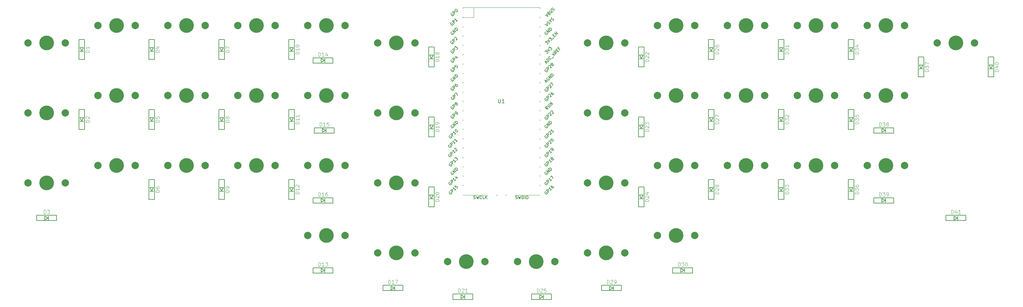
<source format=gto>
G04 #@! TF.GenerationSoftware,KiCad,Pcbnew,8.0.4*
G04 #@! TF.CreationDate,2024-09-22T19:21:53+09:00*
G04 #@! TF.ProjectId,first_keyboard,66697273-745f-46b6-9579-626f6172642e,rev?*
G04 #@! TF.SameCoordinates,Original*
G04 #@! TF.FileFunction,Legend,Top*
G04 #@! TF.FilePolarity,Positive*
%FSLAX46Y46*%
G04 Gerber Fmt 4.6, Leading zero omitted, Abs format (unit mm)*
G04 Created by KiCad (PCBNEW 8.0.4) date 2024-09-22 19:21:53*
%MOMM*%
%LPD*%
G01*
G04 APERTURE LIST*
%ADD10C,0.150000*%
%ADD11C,0.125000*%
%ADD12C,0.120000*%
%ADD13C,2.000000*%
%ADD14C,4.000000*%
G04 APERTURE END LIST*
D10*
X201644395Y-143917319D02*
X201644395Y-144726842D01*
X201644395Y-144726842D02*
X201692014Y-144822080D01*
X201692014Y-144822080D02*
X201739633Y-144869700D01*
X201739633Y-144869700D02*
X201834871Y-144917319D01*
X201834871Y-144917319D02*
X202025347Y-144917319D01*
X202025347Y-144917319D02*
X202120585Y-144869700D01*
X202120585Y-144869700D02*
X202168204Y-144822080D01*
X202168204Y-144822080D02*
X202215823Y-144726842D01*
X202215823Y-144726842D02*
X202215823Y-143917319D01*
X203215823Y-144917319D02*
X202644395Y-144917319D01*
X202930109Y-144917319D02*
X202930109Y-143917319D01*
X202930109Y-143917319D02*
X202834871Y-144060176D01*
X202834871Y-144060176D02*
X202739633Y-144155414D01*
X202739633Y-144155414D02*
X202644395Y-144203033D01*
X214504298Y-158823368D02*
X214423485Y-158850305D01*
X214423485Y-158850305D02*
X214342673Y-158931118D01*
X214342673Y-158931118D02*
X214288798Y-159038867D01*
X214288798Y-159038867D02*
X214288798Y-159146617D01*
X214288798Y-159146617D02*
X214315736Y-159227429D01*
X214315736Y-159227429D02*
X214396548Y-159362116D01*
X214396548Y-159362116D02*
X214477360Y-159442928D01*
X214477360Y-159442928D02*
X214612047Y-159523741D01*
X214612047Y-159523741D02*
X214692860Y-159550678D01*
X214692860Y-159550678D02*
X214800609Y-159550678D01*
X214800609Y-159550678D02*
X214908359Y-159496803D01*
X214908359Y-159496803D02*
X214962234Y-159442928D01*
X214962234Y-159442928D02*
X215016108Y-159335179D01*
X215016108Y-159335179D02*
X215016108Y-159281304D01*
X215016108Y-159281304D02*
X214827547Y-159092742D01*
X214827547Y-159092742D02*
X214719797Y-159200492D01*
X215312420Y-159092742D02*
X214746734Y-158527057D01*
X214746734Y-158527057D02*
X214962234Y-158311557D01*
X214962234Y-158311557D02*
X215043046Y-158284620D01*
X215043046Y-158284620D02*
X215096921Y-158284620D01*
X215096921Y-158284620D02*
X215177733Y-158311557D01*
X215177733Y-158311557D02*
X215258545Y-158392370D01*
X215258545Y-158392370D02*
X215285482Y-158473182D01*
X215285482Y-158473182D02*
X215285482Y-158527057D01*
X215285482Y-158527057D02*
X215258545Y-158607869D01*
X215258545Y-158607869D02*
X215043046Y-158823368D01*
X216174417Y-158230745D02*
X215851168Y-158553994D01*
X216012792Y-158392370D02*
X215447107Y-157826684D01*
X215447107Y-157826684D02*
X215474044Y-157961371D01*
X215474044Y-157961371D02*
X215474044Y-158069121D01*
X215474044Y-158069121D02*
X215447107Y-158149933D01*
X216443791Y-157961371D02*
X216551540Y-157853621D01*
X216551540Y-157853621D02*
X216578478Y-157772809D01*
X216578478Y-157772809D02*
X216578478Y-157718934D01*
X216578478Y-157718934D02*
X216551540Y-157584247D01*
X216551540Y-157584247D02*
X216470728Y-157449560D01*
X216470728Y-157449560D02*
X216255229Y-157234061D01*
X216255229Y-157234061D02*
X216174417Y-157207124D01*
X216174417Y-157207124D02*
X216120542Y-157207124D01*
X216120542Y-157207124D02*
X216039730Y-157234061D01*
X216039730Y-157234061D02*
X215931980Y-157341811D01*
X215931980Y-157341811D02*
X215905043Y-157422623D01*
X215905043Y-157422623D02*
X215905043Y-157476498D01*
X215905043Y-157476498D02*
X215931980Y-157557310D01*
X215931980Y-157557310D02*
X216066667Y-157691997D01*
X216066667Y-157691997D02*
X216147479Y-157718934D01*
X216147479Y-157718934D02*
X216201354Y-157718934D01*
X216201354Y-157718934D02*
X216282166Y-157691997D01*
X216282166Y-157691997D02*
X216389916Y-157584247D01*
X216389916Y-157584247D02*
X216416853Y-157503435D01*
X216416853Y-157503435D02*
X216416853Y-157449560D01*
X216416853Y-157449560D02*
X216389916Y-157368748D01*
X188919672Y-133153994D02*
X188838860Y-133180931D01*
X188838860Y-133180931D02*
X188758048Y-133261743D01*
X188758048Y-133261743D02*
X188704173Y-133369493D01*
X188704173Y-133369493D02*
X188704173Y-133477242D01*
X188704173Y-133477242D02*
X188731110Y-133558055D01*
X188731110Y-133558055D02*
X188811923Y-133692742D01*
X188811923Y-133692742D02*
X188892735Y-133773554D01*
X188892735Y-133773554D02*
X189027422Y-133854366D01*
X189027422Y-133854366D02*
X189108234Y-133881303D01*
X189108234Y-133881303D02*
X189215984Y-133881303D01*
X189215984Y-133881303D02*
X189323733Y-133827429D01*
X189323733Y-133827429D02*
X189377608Y-133773554D01*
X189377608Y-133773554D02*
X189431483Y-133665804D01*
X189431483Y-133665804D02*
X189431483Y-133611929D01*
X189431483Y-133611929D02*
X189242921Y-133423368D01*
X189242921Y-133423368D02*
X189135171Y-133531117D01*
X189727794Y-133423368D02*
X189162109Y-132857682D01*
X189162109Y-132857682D02*
X189377608Y-132642183D01*
X189377608Y-132642183D02*
X189458420Y-132615246D01*
X189458420Y-132615246D02*
X189512295Y-132615246D01*
X189512295Y-132615246D02*
X189593107Y-132642183D01*
X189593107Y-132642183D02*
X189673919Y-132722995D01*
X189673919Y-132722995D02*
X189700857Y-132803807D01*
X189700857Y-132803807D02*
X189700857Y-132857682D01*
X189700857Y-132857682D02*
X189673919Y-132938494D01*
X189673919Y-132938494D02*
X189458420Y-133153994D01*
X190158793Y-132238122D02*
X190535916Y-132615246D01*
X189808606Y-132157310D02*
X190077980Y-132696058D01*
X190077980Y-132696058D02*
X190428167Y-132345872D01*
X188396298Y-161363368D02*
X188315485Y-161390305D01*
X188315485Y-161390305D02*
X188234673Y-161471118D01*
X188234673Y-161471118D02*
X188180798Y-161578867D01*
X188180798Y-161578867D02*
X188180798Y-161686617D01*
X188180798Y-161686617D02*
X188207736Y-161767429D01*
X188207736Y-161767429D02*
X188288548Y-161902116D01*
X188288548Y-161902116D02*
X188369360Y-161982928D01*
X188369360Y-161982928D02*
X188504047Y-162063741D01*
X188504047Y-162063741D02*
X188584860Y-162090678D01*
X188584860Y-162090678D02*
X188692609Y-162090678D01*
X188692609Y-162090678D02*
X188800359Y-162036803D01*
X188800359Y-162036803D02*
X188854234Y-161982928D01*
X188854234Y-161982928D02*
X188908108Y-161875179D01*
X188908108Y-161875179D02*
X188908108Y-161821304D01*
X188908108Y-161821304D02*
X188719547Y-161632742D01*
X188719547Y-161632742D02*
X188611797Y-161740492D01*
X189204420Y-161632742D02*
X188638734Y-161067057D01*
X188638734Y-161067057D02*
X188854234Y-160851557D01*
X188854234Y-160851557D02*
X188935046Y-160824620D01*
X188935046Y-160824620D02*
X188988921Y-160824620D01*
X188988921Y-160824620D02*
X189069733Y-160851557D01*
X189069733Y-160851557D02*
X189150545Y-160932370D01*
X189150545Y-160932370D02*
X189177482Y-161013182D01*
X189177482Y-161013182D02*
X189177482Y-161067057D01*
X189177482Y-161067057D02*
X189150545Y-161147869D01*
X189150545Y-161147869D02*
X188935046Y-161363368D01*
X190066417Y-160770745D02*
X189743168Y-161093994D01*
X189904792Y-160932370D02*
X189339107Y-160366684D01*
X189339107Y-160366684D02*
X189366044Y-160501371D01*
X189366044Y-160501371D02*
X189366044Y-160609121D01*
X189366044Y-160609121D02*
X189339107Y-160689933D01*
X189689293Y-160016498D02*
X190039479Y-159666312D01*
X190039479Y-159666312D02*
X190066417Y-160070373D01*
X190066417Y-160070373D02*
X190147229Y-159989560D01*
X190147229Y-159989560D02*
X190228041Y-159962623D01*
X190228041Y-159962623D02*
X190281916Y-159962623D01*
X190281916Y-159962623D02*
X190362728Y-159989560D01*
X190362728Y-159989560D02*
X190497415Y-160124247D01*
X190497415Y-160124247D02*
X190524353Y-160205060D01*
X190524353Y-160205060D02*
X190524353Y-160258934D01*
X190524353Y-160258934D02*
X190497415Y-160339747D01*
X190497415Y-160339747D02*
X190335791Y-160501371D01*
X190335791Y-160501371D02*
X190254979Y-160528308D01*
X190254979Y-160528308D02*
X190201104Y-160528308D01*
X188396298Y-168983368D02*
X188315485Y-169010305D01*
X188315485Y-169010305D02*
X188234673Y-169091118D01*
X188234673Y-169091118D02*
X188180798Y-169198867D01*
X188180798Y-169198867D02*
X188180798Y-169306617D01*
X188180798Y-169306617D02*
X188207736Y-169387429D01*
X188207736Y-169387429D02*
X188288548Y-169522116D01*
X188288548Y-169522116D02*
X188369360Y-169602928D01*
X188369360Y-169602928D02*
X188504047Y-169683741D01*
X188504047Y-169683741D02*
X188584860Y-169710678D01*
X188584860Y-169710678D02*
X188692609Y-169710678D01*
X188692609Y-169710678D02*
X188800359Y-169656803D01*
X188800359Y-169656803D02*
X188854234Y-169602928D01*
X188854234Y-169602928D02*
X188908108Y-169495179D01*
X188908108Y-169495179D02*
X188908108Y-169441304D01*
X188908108Y-169441304D02*
X188719547Y-169252742D01*
X188719547Y-169252742D02*
X188611797Y-169360492D01*
X189204420Y-169252742D02*
X188638734Y-168687057D01*
X188638734Y-168687057D02*
X188854234Y-168471557D01*
X188854234Y-168471557D02*
X188935046Y-168444620D01*
X188935046Y-168444620D02*
X188988921Y-168444620D01*
X188988921Y-168444620D02*
X189069733Y-168471557D01*
X189069733Y-168471557D02*
X189150545Y-168552370D01*
X189150545Y-168552370D02*
X189177482Y-168633182D01*
X189177482Y-168633182D02*
X189177482Y-168687057D01*
X189177482Y-168687057D02*
X189150545Y-168767869D01*
X189150545Y-168767869D02*
X188935046Y-168983368D01*
X190066417Y-168390745D02*
X189743168Y-168713994D01*
X189904792Y-168552370D02*
X189339107Y-167986684D01*
X189339107Y-167986684D02*
X189366044Y-168121371D01*
X189366044Y-168121371D02*
X189366044Y-168229121D01*
X189366044Y-168229121D02*
X189339107Y-168309933D01*
X190012542Y-167313249D02*
X189743168Y-167582623D01*
X189743168Y-167582623D02*
X189985605Y-167878934D01*
X189985605Y-167878934D02*
X189985605Y-167825060D01*
X189985605Y-167825060D02*
X190012542Y-167744247D01*
X190012542Y-167744247D02*
X190147229Y-167609560D01*
X190147229Y-167609560D02*
X190228041Y-167582623D01*
X190228041Y-167582623D02*
X190281916Y-167582623D01*
X190281916Y-167582623D02*
X190362728Y-167609560D01*
X190362728Y-167609560D02*
X190497415Y-167744247D01*
X190497415Y-167744247D02*
X190524353Y-167825060D01*
X190524353Y-167825060D02*
X190524353Y-167878934D01*
X190524353Y-167878934D02*
X190497415Y-167959747D01*
X190497415Y-167959747D02*
X190362728Y-168094434D01*
X190362728Y-168094434D02*
X190281916Y-168121371D01*
X190281916Y-168121371D02*
X190228041Y-168121371D01*
X214504298Y-156283368D02*
X214423485Y-156310305D01*
X214423485Y-156310305D02*
X214342673Y-156391118D01*
X214342673Y-156391118D02*
X214288798Y-156498867D01*
X214288798Y-156498867D02*
X214288798Y-156606617D01*
X214288798Y-156606617D02*
X214315736Y-156687429D01*
X214315736Y-156687429D02*
X214396548Y-156822116D01*
X214396548Y-156822116D02*
X214477360Y-156902928D01*
X214477360Y-156902928D02*
X214612047Y-156983741D01*
X214612047Y-156983741D02*
X214692860Y-157010678D01*
X214692860Y-157010678D02*
X214800609Y-157010678D01*
X214800609Y-157010678D02*
X214908359Y-156956803D01*
X214908359Y-156956803D02*
X214962234Y-156902928D01*
X214962234Y-156902928D02*
X215016108Y-156795179D01*
X215016108Y-156795179D02*
X215016108Y-156741304D01*
X215016108Y-156741304D02*
X214827547Y-156552742D01*
X214827547Y-156552742D02*
X214719797Y-156660492D01*
X215312420Y-156552742D02*
X214746734Y-155987057D01*
X214746734Y-155987057D02*
X214962234Y-155771557D01*
X214962234Y-155771557D02*
X215043046Y-155744620D01*
X215043046Y-155744620D02*
X215096921Y-155744620D01*
X215096921Y-155744620D02*
X215177733Y-155771557D01*
X215177733Y-155771557D02*
X215258545Y-155852370D01*
X215258545Y-155852370D02*
X215285482Y-155933182D01*
X215285482Y-155933182D02*
X215285482Y-155987057D01*
X215285482Y-155987057D02*
X215258545Y-156067869D01*
X215258545Y-156067869D02*
X215043046Y-156283368D01*
X215339357Y-155502183D02*
X215339357Y-155448309D01*
X215339357Y-155448309D02*
X215366295Y-155367496D01*
X215366295Y-155367496D02*
X215500982Y-155232809D01*
X215500982Y-155232809D02*
X215581794Y-155205872D01*
X215581794Y-155205872D02*
X215635669Y-155205872D01*
X215635669Y-155205872D02*
X215716481Y-155232809D01*
X215716481Y-155232809D02*
X215770356Y-155286684D01*
X215770356Y-155286684D02*
X215824230Y-155394434D01*
X215824230Y-155394434D02*
X215824230Y-156040931D01*
X215824230Y-156040931D02*
X216174417Y-155690745D01*
X215958918Y-154774873D02*
X216012792Y-154720999D01*
X216012792Y-154720999D02*
X216093605Y-154694061D01*
X216093605Y-154694061D02*
X216147479Y-154694061D01*
X216147479Y-154694061D02*
X216228292Y-154720999D01*
X216228292Y-154720999D02*
X216362979Y-154801811D01*
X216362979Y-154801811D02*
X216497666Y-154936498D01*
X216497666Y-154936498D02*
X216578478Y-155071185D01*
X216578478Y-155071185D02*
X216605415Y-155151997D01*
X216605415Y-155151997D02*
X216605415Y-155205872D01*
X216605415Y-155205872D02*
X216578478Y-155286684D01*
X216578478Y-155286684D02*
X216524603Y-155340559D01*
X216524603Y-155340559D02*
X216443791Y-155367496D01*
X216443791Y-155367496D02*
X216389916Y-155367496D01*
X216389916Y-155367496D02*
X216309104Y-155340559D01*
X216309104Y-155340559D02*
X216174417Y-155259747D01*
X216174417Y-155259747D02*
X216039730Y-155125060D01*
X216039730Y-155125060D02*
X215958918Y-154990373D01*
X215958918Y-154990373D02*
X215931980Y-154909560D01*
X215931980Y-154909560D02*
X215931980Y-154855686D01*
X215931980Y-154855686D02*
X215958918Y-154774873D01*
X188892735Y-138260931D02*
X188811923Y-138287868D01*
X188811923Y-138287868D02*
X188731111Y-138368680D01*
X188731111Y-138368680D02*
X188677236Y-138476430D01*
X188677236Y-138476430D02*
X188677236Y-138584180D01*
X188677236Y-138584180D02*
X188704173Y-138664992D01*
X188704173Y-138664992D02*
X188784985Y-138799679D01*
X188784985Y-138799679D02*
X188865798Y-138880491D01*
X188865798Y-138880491D02*
X189000485Y-138961303D01*
X189000485Y-138961303D02*
X189081297Y-138988241D01*
X189081297Y-138988241D02*
X189189046Y-138988241D01*
X189189046Y-138988241D02*
X189296796Y-138934366D01*
X189296796Y-138934366D02*
X189350671Y-138880491D01*
X189350671Y-138880491D02*
X189404546Y-138772741D01*
X189404546Y-138772741D02*
X189404546Y-138718867D01*
X189404546Y-138718867D02*
X189215984Y-138530305D01*
X189215984Y-138530305D02*
X189108234Y-138638054D01*
X189700857Y-138530305D02*
X189135172Y-137964619D01*
X189135172Y-137964619D02*
X190024106Y-138207056D01*
X190024106Y-138207056D02*
X189458420Y-137641371D01*
X190293480Y-137937682D02*
X189727794Y-137371997D01*
X189727794Y-137371997D02*
X189862481Y-137237310D01*
X189862481Y-137237310D02*
X189970231Y-137183435D01*
X189970231Y-137183435D02*
X190077980Y-137183435D01*
X190077980Y-137183435D02*
X190158793Y-137210372D01*
X190158793Y-137210372D02*
X190293480Y-137291185D01*
X190293480Y-137291185D02*
X190374292Y-137371997D01*
X190374292Y-137371997D02*
X190455104Y-137506684D01*
X190455104Y-137506684D02*
X190482041Y-137587496D01*
X190482041Y-137587496D02*
X190482041Y-137695246D01*
X190482041Y-137695246D02*
X190428167Y-137802995D01*
X190428167Y-137802995D02*
X190293480Y-137937682D01*
X188919672Y-120453994D02*
X188838860Y-120480931D01*
X188838860Y-120480931D02*
X188758048Y-120561743D01*
X188758048Y-120561743D02*
X188704173Y-120669493D01*
X188704173Y-120669493D02*
X188704173Y-120777242D01*
X188704173Y-120777242D02*
X188731110Y-120858055D01*
X188731110Y-120858055D02*
X188811923Y-120992742D01*
X188811923Y-120992742D02*
X188892735Y-121073554D01*
X188892735Y-121073554D02*
X189027422Y-121154366D01*
X189027422Y-121154366D02*
X189108234Y-121181303D01*
X189108234Y-121181303D02*
X189215984Y-121181303D01*
X189215984Y-121181303D02*
X189323733Y-121127429D01*
X189323733Y-121127429D02*
X189377608Y-121073554D01*
X189377608Y-121073554D02*
X189431483Y-120965804D01*
X189431483Y-120965804D02*
X189431483Y-120911929D01*
X189431483Y-120911929D02*
X189242921Y-120723368D01*
X189242921Y-120723368D02*
X189135171Y-120831117D01*
X189727794Y-120723368D02*
X189162109Y-120157682D01*
X189162109Y-120157682D02*
X189377608Y-119942183D01*
X189377608Y-119942183D02*
X189458420Y-119915246D01*
X189458420Y-119915246D02*
X189512295Y-119915246D01*
X189512295Y-119915246D02*
X189593107Y-119942183D01*
X189593107Y-119942183D02*
X189673919Y-120022995D01*
X189673919Y-120022995D02*
X189700857Y-120103807D01*
X189700857Y-120103807D02*
X189700857Y-120157682D01*
X189700857Y-120157682D02*
X189673919Y-120238494D01*
X189673919Y-120238494D02*
X189458420Y-120453994D01*
X189835544Y-119484247D02*
X189889419Y-119430372D01*
X189889419Y-119430372D02*
X189970231Y-119403435D01*
X189970231Y-119403435D02*
X190024106Y-119403435D01*
X190024106Y-119403435D02*
X190104918Y-119430372D01*
X190104918Y-119430372D02*
X190239605Y-119511185D01*
X190239605Y-119511185D02*
X190374292Y-119645872D01*
X190374292Y-119645872D02*
X190455104Y-119780559D01*
X190455104Y-119780559D02*
X190482041Y-119861371D01*
X190482041Y-119861371D02*
X190482041Y-119915246D01*
X190482041Y-119915246D02*
X190455104Y-119996058D01*
X190455104Y-119996058D02*
X190401229Y-120049933D01*
X190401229Y-120049933D02*
X190320417Y-120076870D01*
X190320417Y-120076870D02*
X190266542Y-120076870D01*
X190266542Y-120076870D02*
X190185730Y-120049933D01*
X190185730Y-120049933D02*
X190051043Y-119969120D01*
X190051043Y-119969120D02*
X189916356Y-119834433D01*
X189916356Y-119834433D02*
X189835544Y-119699746D01*
X189835544Y-119699746D02*
X189808606Y-119618934D01*
X189808606Y-119618934D02*
X189808606Y-119565059D01*
X189808606Y-119565059D02*
X189835544Y-119484247D01*
X188919672Y-140773994D02*
X188838860Y-140800931D01*
X188838860Y-140800931D02*
X188758048Y-140881743D01*
X188758048Y-140881743D02*
X188704173Y-140989493D01*
X188704173Y-140989493D02*
X188704173Y-141097242D01*
X188704173Y-141097242D02*
X188731110Y-141178055D01*
X188731110Y-141178055D02*
X188811923Y-141312742D01*
X188811923Y-141312742D02*
X188892735Y-141393554D01*
X188892735Y-141393554D02*
X189027422Y-141474366D01*
X189027422Y-141474366D02*
X189108234Y-141501303D01*
X189108234Y-141501303D02*
X189215984Y-141501303D01*
X189215984Y-141501303D02*
X189323733Y-141447429D01*
X189323733Y-141447429D02*
X189377608Y-141393554D01*
X189377608Y-141393554D02*
X189431483Y-141285804D01*
X189431483Y-141285804D02*
X189431483Y-141231929D01*
X189431483Y-141231929D02*
X189242921Y-141043368D01*
X189242921Y-141043368D02*
X189135171Y-141151117D01*
X189727794Y-141043368D02*
X189162109Y-140477682D01*
X189162109Y-140477682D02*
X189377608Y-140262183D01*
X189377608Y-140262183D02*
X189458420Y-140235246D01*
X189458420Y-140235246D02*
X189512295Y-140235246D01*
X189512295Y-140235246D02*
X189593107Y-140262183D01*
X189593107Y-140262183D02*
X189673919Y-140342995D01*
X189673919Y-140342995D02*
X189700857Y-140423807D01*
X189700857Y-140423807D02*
X189700857Y-140477682D01*
X189700857Y-140477682D02*
X189673919Y-140558494D01*
X189673919Y-140558494D02*
X189458420Y-140773994D01*
X189970231Y-139669560D02*
X189862481Y-139777310D01*
X189862481Y-139777310D02*
X189835544Y-139858122D01*
X189835544Y-139858122D02*
X189835544Y-139911997D01*
X189835544Y-139911997D02*
X189862481Y-140046684D01*
X189862481Y-140046684D02*
X189943293Y-140181371D01*
X189943293Y-140181371D02*
X190158793Y-140396870D01*
X190158793Y-140396870D02*
X190239605Y-140423807D01*
X190239605Y-140423807D02*
X190293480Y-140423807D01*
X190293480Y-140423807D02*
X190374292Y-140396870D01*
X190374292Y-140396870D02*
X190482041Y-140289120D01*
X190482041Y-140289120D02*
X190508979Y-140208308D01*
X190508979Y-140208308D02*
X190508979Y-140154433D01*
X190508979Y-140154433D02*
X190482041Y-140073621D01*
X190482041Y-140073621D02*
X190347354Y-139938934D01*
X190347354Y-139938934D02*
X190266542Y-139911997D01*
X190266542Y-139911997D02*
X190212667Y-139911997D01*
X190212667Y-139911997D02*
X190131855Y-139938934D01*
X190131855Y-139938934D02*
X190024106Y-140046684D01*
X190024106Y-140046684D02*
X189997168Y-140127496D01*
X189997168Y-140127496D02*
X189997168Y-140181371D01*
X189997168Y-140181371D02*
X190024106Y-140262183D01*
X188892735Y-125560931D02*
X188811923Y-125587868D01*
X188811923Y-125587868D02*
X188731111Y-125668680D01*
X188731111Y-125668680D02*
X188677236Y-125776430D01*
X188677236Y-125776430D02*
X188677236Y-125884180D01*
X188677236Y-125884180D02*
X188704173Y-125964992D01*
X188704173Y-125964992D02*
X188784985Y-126099679D01*
X188784985Y-126099679D02*
X188865798Y-126180491D01*
X188865798Y-126180491D02*
X189000485Y-126261303D01*
X189000485Y-126261303D02*
X189081297Y-126288241D01*
X189081297Y-126288241D02*
X189189046Y-126288241D01*
X189189046Y-126288241D02*
X189296796Y-126234366D01*
X189296796Y-126234366D02*
X189350671Y-126180491D01*
X189350671Y-126180491D02*
X189404546Y-126072741D01*
X189404546Y-126072741D02*
X189404546Y-126018867D01*
X189404546Y-126018867D02*
X189215984Y-125830305D01*
X189215984Y-125830305D02*
X189108234Y-125938054D01*
X189700857Y-125830305D02*
X189135172Y-125264619D01*
X189135172Y-125264619D02*
X190024106Y-125507056D01*
X190024106Y-125507056D02*
X189458420Y-124941371D01*
X190293480Y-125237682D02*
X189727794Y-124671997D01*
X189727794Y-124671997D02*
X189862481Y-124537310D01*
X189862481Y-124537310D02*
X189970231Y-124483435D01*
X189970231Y-124483435D02*
X190077980Y-124483435D01*
X190077980Y-124483435D02*
X190158793Y-124510372D01*
X190158793Y-124510372D02*
X190293480Y-124591185D01*
X190293480Y-124591185D02*
X190374292Y-124671997D01*
X190374292Y-124671997D02*
X190455104Y-124806684D01*
X190455104Y-124806684D02*
X190482041Y-124887496D01*
X190482041Y-124887496D02*
X190482041Y-124995246D01*
X190482041Y-124995246D02*
X190428167Y-125102995D01*
X190428167Y-125102995D02*
X190293480Y-125237682D01*
X214504298Y-135709368D02*
X214423485Y-135736305D01*
X214423485Y-135736305D02*
X214342673Y-135817118D01*
X214342673Y-135817118D02*
X214288798Y-135924867D01*
X214288798Y-135924867D02*
X214288798Y-136032617D01*
X214288798Y-136032617D02*
X214315736Y-136113429D01*
X214315736Y-136113429D02*
X214396548Y-136248116D01*
X214396548Y-136248116D02*
X214477360Y-136328928D01*
X214477360Y-136328928D02*
X214612047Y-136409741D01*
X214612047Y-136409741D02*
X214692860Y-136436678D01*
X214692860Y-136436678D02*
X214800609Y-136436678D01*
X214800609Y-136436678D02*
X214908359Y-136382803D01*
X214908359Y-136382803D02*
X214962234Y-136328928D01*
X214962234Y-136328928D02*
X215016108Y-136221179D01*
X215016108Y-136221179D02*
X215016108Y-136167304D01*
X215016108Y-136167304D02*
X214827547Y-135978742D01*
X214827547Y-135978742D02*
X214719797Y-136086492D01*
X215312420Y-135978742D02*
X214746734Y-135413057D01*
X214746734Y-135413057D02*
X214962234Y-135197557D01*
X214962234Y-135197557D02*
X215043046Y-135170620D01*
X215043046Y-135170620D02*
X215096921Y-135170620D01*
X215096921Y-135170620D02*
X215177733Y-135197557D01*
X215177733Y-135197557D02*
X215258545Y-135278370D01*
X215258545Y-135278370D02*
X215285482Y-135359182D01*
X215285482Y-135359182D02*
X215285482Y-135413057D01*
X215285482Y-135413057D02*
X215258545Y-135493869D01*
X215258545Y-135493869D02*
X215043046Y-135709368D01*
X215339357Y-134928183D02*
X215339357Y-134874309D01*
X215339357Y-134874309D02*
X215366295Y-134793496D01*
X215366295Y-134793496D02*
X215500982Y-134658809D01*
X215500982Y-134658809D02*
X215581794Y-134631872D01*
X215581794Y-134631872D02*
X215635669Y-134631872D01*
X215635669Y-134631872D02*
X215716481Y-134658809D01*
X215716481Y-134658809D02*
X215770356Y-134712684D01*
X215770356Y-134712684D02*
X215824230Y-134820434D01*
X215824230Y-134820434D02*
X215824230Y-135466931D01*
X215824230Y-135466931D02*
X216174417Y-135116745D01*
X216174417Y-134470247D02*
X216093605Y-134497185D01*
X216093605Y-134497185D02*
X216039730Y-134497185D01*
X216039730Y-134497185D02*
X215958918Y-134470247D01*
X215958918Y-134470247D02*
X215931980Y-134443310D01*
X215931980Y-134443310D02*
X215905043Y-134362498D01*
X215905043Y-134362498D02*
X215905043Y-134308623D01*
X215905043Y-134308623D02*
X215931980Y-134227811D01*
X215931980Y-134227811D02*
X216039730Y-134120061D01*
X216039730Y-134120061D02*
X216120542Y-134093124D01*
X216120542Y-134093124D02*
X216174417Y-134093124D01*
X216174417Y-134093124D02*
X216255229Y-134120061D01*
X216255229Y-134120061D02*
X216282166Y-134146999D01*
X216282166Y-134146999D02*
X216309104Y-134227811D01*
X216309104Y-134227811D02*
X216309104Y-134281686D01*
X216309104Y-134281686D02*
X216282166Y-134362498D01*
X216282166Y-134362498D02*
X216174417Y-134470247D01*
X216174417Y-134470247D02*
X216147479Y-134551060D01*
X216147479Y-134551060D02*
X216147479Y-134604934D01*
X216147479Y-134604934D02*
X216174417Y-134685747D01*
X216174417Y-134685747D02*
X216282166Y-134793496D01*
X216282166Y-134793496D02*
X216362979Y-134820434D01*
X216362979Y-134820434D02*
X216416853Y-134820434D01*
X216416853Y-134820434D02*
X216497666Y-134793496D01*
X216497666Y-134793496D02*
X216605415Y-134685747D01*
X216605415Y-134685747D02*
X216632353Y-134604934D01*
X216632353Y-134604934D02*
X216632353Y-134551060D01*
X216632353Y-134551060D02*
X216605415Y-134470247D01*
X216605415Y-134470247D02*
X216497666Y-134362498D01*
X216497666Y-134362498D02*
X216416853Y-134335560D01*
X216416853Y-134335560D02*
X216362979Y-134335560D01*
X216362979Y-134335560D02*
X216282166Y-134362498D01*
X214504298Y-153753368D02*
X214423485Y-153780305D01*
X214423485Y-153780305D02*
X214342673Y-153861118D01*
X214342673Y-153861118D02*
X214288798Y-153968867D01*
X214288798Y-153968867D02*
X214288798Y-154076617D01*
X214288798Y-154076617D02*
X214315736Y-154157429D01*
X214315736Y-154157429D02*
X214396548Y-154292116D01*
X214396548Y-154292116D02*
X214477360Y-154372928D01*
X214477360Y-154372928D02*
X214612047Y-154453741D01*
X214612047Y-154453741D02*
X214692860Y-154480678D01*
X214692860Y-154480678D02*
X214800609Y-154480678D01*
X214800609Y-154480678D02*
X214908359Y-154426803D01*
X214908359Y-154426803D02*
X214962234Y-154372928D01*
X214962234Y-154372928D02*
X215016108Y-154265179D01*
X215016108Y-154265179D02*
X215016108Y-154211304D01*
X215016108Y-154211304D02*
X214827547Y-154022742D01*
X214827547Y-154022742D02*
X214719797Y-154130492D01*
X215312420Y-154022742D02*
X214746734Y-153457057D01*
X214746734Y-153457057D02*
X214962234Y-153241557D01*
X214962234Y-153241557D02*
X215043046Y-153214620D01*
X215043046Y-153214620D02*
X215096921Y-153214620D01*
X215096921Y-153214620D02*
X215177733Y-153241557D01*
X215177733Y-153241557D02*
X215258545Y-153322370D01*
X215258545Y-153322370D02*
X215285482Y-153403182D01*
X215285482Y-153403182D02*
X215285482Y-153457057D01*
X215285482Y-153457057D02*
X215258545Y-153537869D01*
X215258545Y-153537869D02*
X215043046Y-153753368D01*
X215339357Y-152972183D02*
X215339357Y-152918309D01*
X215339357Y-152918309D02*
X215366295Y-152837496D01*
X215366295Y-152837496D02*
X215500982Y-152702809D01*
X215500982Y-152702809D02*
X215581794Y-152675872D01*
X215581794Y-152675872D02*
X215635669Y-152675872D01*
X215635669Y-152675872D02*
X215716481Y-152702809D01*
X215716481Y-152702809D02*
X215770356Y-152756684D01*
X215770356Y-152756684D02*
X215824230Y-152864434D01*
X215824230Y-152864434D02*
X215824230Y-153510931D01*
X215824230Y-153510931D02*
X216174417Y-153160745D01*
X216713165Y-152621997D02*
X216389916Y-152945246D01*
X216551540Y-152783621D02*
X215985855Y-152217936D01*
X215985855Y-152217936D02*
X216012792Y-152352623D01*
X216012792Y-152352623D02*
X216012792Y-152460373D01*
X216012792Y-152460373D02*
X215985855Y-152541185D01*
X214359706Y-120990085D02*
X215113953Y-121367209D01*
X215113953Y-121367209D02*
X214736829Y-120612962D01*
X215383327Y-120505212D02*
X215491076Y-120451338D01*
X215491076Y-120451338D02*
X215544951Y-120451338D01*
X215544951Y-120451338D02*
X215625763Y-120478275D01*
X215625763Y-120478275D02*
X215706576Y-120559087D01*
X215706576Y-120559087D02*
X215733513Y-120639899D01*
X215733513Y-120639899D02*
X215733513Y-120693774D01*
X215733513Y-120693774D02*
X215706576Y-120774586D01*
X215706576Y-120774586D02*
X215491076Y-120990086D01*
X215491076Y-120990086D02*
X214925391Y-120424400D01*
X214925391Y-120424400D02*
X215113953Y-120235838D01*
X215113953Y-120235838D02*
X215194765Y-120208901D01*
X215194765Y-120208901D02*
X215248640Y-120208901D01*
X215248640Y-120208901D02*
X215329452Y-120235838D01*
X215329452Y-120235838D02*
X215383327Y-120289713D01*
X215383327Y-120289713D02*
X215410264Y-120370525D01*
X215410264Y-120370525D02*
X215410264Y-120424400D01*
X215410264Y-120424400D02*
X215383327Y-120505212D01*
X215383327Y-120505212D02*
X215194765Y-120693774D01*
X215491076Y-119858715D02*
X215949012Y-120316651D01*
X215949012Y-120316651D02*
X216029824Y-120343588D01*
X216029824Y-120343588D02*
X216083699Y-120343588D01*
X216083699Y-120343588D02*
X216164511Y-120316651D01*
X216164511Y-120316651D02*
X216272261Y-120208901D01*
X216272261Y-120208901D02*
X216299198Y-120128089D01*
X216299198Y-120128089D02*
X216299198Y-120074214D01*
X216299198Y-120074214D02*
X216272261Y-119993402D01*
X216272261Y-119993402D02*
X215814325Y-119535466D01*
X216595510Y-119831777D02*
X216703259Y-119777903D01*
X216703259Y-119777903D02*
X216837946Y-119643216D01*
X216837946Y-119643216D02*
X216864884Y-119562403D01*
X216864884Y-119562403D02*
X216864884Y-119508529D01*
X216864884Y-119508529D02*
X216837946Y-119427716D01*
X216837946Y-119427716D02*
X216784071Y-119373842D01*
X216784071Y-119373842D02*
X216703259Y-119346904D01*
X216703259Y-119346904D02*
X216649384Y-119346904D01*
X216649384Y-119346904D02*
X216568572Y-119373842D01*
X216568572Y-119373842D02*
X216433885Y-119454654D01*
X216433885Y-119454654D02*
X216353073Y-119481591D01*
X216353073Y-119481591D02*
X216299198Y-119481591D01*
X216299198Y-119481591D02*
X216218386Y-119454654D01*
X216218386Y-119454654D02*
X216164511Y-119400779D01*
X216164511Y-119400779D02*
X216137574Y-119319967D01*
X216137574Y-119319967D02*
X216137574Y-119266092D01*
X216137574Y-119266092D02*
X216164511Y-119185280D01*
X216164511Y-119185280D02*
X216299198Y-119050593D01*
X216299198Y-119050593D02*
X216406948Y-118996718D01*
X188919672Y-135693994D02*
X188838860Y-135720931D01*
X188838860Y-135720931D02*
X188758048Y-135801743D01*
X188758048Y-135801743D02*
X188704173Y-135909493D01*
X188704173Y-135909493D02*
X188704173Y-136017242D01*
X188704173Y-136017242D02*
X188731110Y-136098055D01*
X188731110Y-136098055D02*
X188811923Y-136232742D01*
X188811923Y-136232742D02*
X188892735Y-136313554D01*
X188892735Y-136313554D02*
X189027422Y-136394366D01*
X189027422Y-136394366D02*
X189108234Y-136421303D01*
X189108234Y-136421303D02*
X189215984Y-136421303D01*
X189215984Y-136421303D02*
X189323733Y-136367429D01*
X189323733Y-136367429D02*
X189377608Y-136313554D01*
X189377608Y-136313554D02*
X189431483Y-136205804D01*
X189431483Y-136205804D02*
X189431483Y-136151929D01*
X189431483Y-136151929D02*
X189242921Y-135963368D01*
X189242921Y-135963368D02*
X189135171Y-136071117D01*
X189727794Y-135963368D02*
X189162109Y-135397682D01*
X189162109Y-135397682D02*
X189377608Y-135182183D01*
X189377608Y-135182183D02*
X189458420Y-135155246D01*
X189458420Y-135155246D02*
X189512295Y-135155246D01*
X189512295Y-135155246D02*
X189593107Y-135182183D01*
X189593107Y-135182183D02*
X189673919Y-135262995D01*
X189673919Y-135262995D02*
X189700857Y-135343807D01*
X189700857Y-135343807D02*
X189700857Y-135397682D01*
X189700857Y-135397682D02*
X189673919Y-135478494D01*
X189673919Y-135478494D02*
X189458420Y-135693994D01*
X189997168Y-134562623D02*
X189727794Y-134831997D01*
X189727794Y-134831997D02*
X189970231Y-135128308D01*
X189970231Y-135128308D02*
X189970231Y-135074433D01*
X189970231Y-135074433D02*
X189997168Y-134993621D01*
X189997168Y-134993621D02*
X190131855Y-134858934D01*
X190131855Y-134858934D02*
X190212667Y-134831997D01*
X190212667Y-134831997D02*
X190266542Y-134831997D01*
X190266542Y-134831997D02*
X190347354Y-134858934D01*
X190347354Y-134858934D02*
X190482041Y-134993621D01*
X190482041Y-134993621D02*
X190508979Y-135074433D01*
X190508979Y-135074433D02*
X190508979Y-135128308D01*
X190508979Y-135128308D02*
X190482041Y-135209120D01*
X190482041Y-135209120D02*
X190347354Y-135343807D01*
X190347354Y-135343807D02*
X190266542Y-135370745D01*
X190266542Y-135370745D02*
X190212667Y-135370745D01*
X214492735Y-150960931D02*
X214411923Y-150987868D01*
X214411923Y-150987868D02*
X214331111Y-151068680D01*
X214331111Y-151068680D02*
X214277236Y-151176430D01*
X214277236Y-151176430D02*
X214277236Y-151284180D01*
X214277236Y-151284180D02*
X214304173Y-151364992D01*
X214304173Y-151364992D02*
X214384985Y-151499679D01*
X214384985Y-151499679D02*
X214465798Y-151580491D01*
X214465798Y-151580491D02*
X214600485Y-151661303D01*
X214600485Y-151661303D02*
X214681297Y-151688241D01*
X214681297Y-151688241D02*
X214789046Y-151688241D01*
X214789046Y-151688241D02*
X214896796Y-151634366D01*
X214896796Y-151634366D02*
X214950671Y-151580491D01*
X214950671Y-151580491D02*
X215004546Y-151472741D01*
X215004546Y-151472741D02*
X215004546Y-151418867D01*
X215004546Y-151418867D02*
X214815984Y-151230305D01*
X214815984Y-151230305D02*
X214708234Y-151338054D01*
X215300857Y-151230305D02*
X214735172Y-150664619D01*
X214735172Y-150664619D02*
X215624106Y-150907056D01*
X215624106Y-150907056D02*
X215058420Y-150341371D01*
X215893480Y-150637682D02*
X215327794Y-150071997D01*
X215327794Y-150071997D02*
X215462481Y-149937310D01*
X215462481Y-149937310D02*
X215570231Y-149883435D01*
X215570231Y-149883435D02*
X215677980Y-149883435D01*
X215677980Y-149883435D02*
X215758793Y-149910372D01*
X215758793Y-149910372D02*
X215893480Y-149991185D01*
X215893480Y-149991185D02*
X215974292Y-150071997D01*
X215974292Y-150071997D02*
X216055104Y-150206684D01*
X216055104Y-150206684D02*
X216082041Y-150287496D01*
X216082041Y-150287496D02*
X216082041Y-150395246D01*
X216082041Y-150395246D02*
X216028167Y-150502995D01*
X216028167Y-150502995D02*
X215893480Y-150637682D01*
X188919672Y-130613994D02*
X188838860Y-130640931D01*
X188838860Y-130640931D02*
X188758048Y-130721743D01*
X188758048Y-130721743D02*
X188704173Y-130829493D01*
X188704173Y-130829493D02*
X188704173Y-130937242D01*
X188704173Y-130937242D02*
X188731110Y-131018055D01*
X188731110Y-131018055D02*
X188811923Y-131152742D01*
X188811923Y-131152742D02*
X188892735Y-131233554D01*
X188892735Y-131233554D02*
X189027422Y-131314366D01*
X189027422Y-131314366D02*
X189108234Y-131341303D01*
X189108234Y-131341303D02*
X189215984Y-131341303D01*
X189215984Y-131341303D02*
X189323733Y-131287429D01*
X189323733Y-131287429D02*
X189377608Y-131233554D01*
X189377608Y-131233554D02*
X189431483Y-131125804D01*
X189431483Y-131125804D02*
X189431483Y-131071929D01*
X189431483Y-131071929D02*
X189242921Y-130883368D01*
X189242921Y-130883368D02*
X189135171Y-130991117D01*
X189727794Y-130883368D02*
X189162109Y-130317682D01*
X189162109Y-130317682D02*
X189377608Y-130102183D01*
X189377608Y-130102183D02*
X189458420Y-130075246D01*
X189458420Y-130075246D02*
X189512295Y-130075246D01*
X189512295Y-130075246D02*
X189593107Y-130102183D01*
X189593107Y-130102183D02*
X189673919Y-130182995D01*
X189673919Y-130182995D02*
X189700857Y-130263807D01*
X189700857Y-130263807D02*
X189700857Y-130317682D01*
X189700857Y-130317682D02*
X189673919Y-130398494D01*
X189673919Y-130398494D02*
X189458420Y-130613994D01*
X189673919Y-129805872D02*
X190024106Y-129455685D01*
X190024106Y-129455685D02*
X190051043Y-129859746D01*
X190051043Y-129859746D02*
X190131855Y-129778934D01*
X190131855Y-129778934D02*
X190212667Y-129751997D01*
X190212667Y-129751997D02*
X190266542Y-129751997D01*
X190266542Y-129751997D02*
X190347354Y-129778934D01*
X190347354Y-129778934D02*
X190482041Y-129913621D01*
X190482041Y-129913621D02*
X190508979Y-129994433D01*
X190508979Y-129994433D02*
X190508979Y-130048308D01*
X190508979Y-130048308D02*
X190482041Y-130129120D01*
X190482041Y-130129120D02*
X190320417Y-130290745D01*
X190320417Y-130290745D02*
X190239605Y-130317682D01*
X190239605Y-130317682D02*
X190185730Y-130317682D01*
X214296423Y-130953368D02*
X214646609Y-130603182D01*
X214646609Y-130603182D02*
X214673547Y-131007243D01*
X214673547Y-131007243D02*
X214754359Y-130926431D01*
X214754359Y-130926431D02*
X214835171Y-130899493D01*
X214835171Y-130899493D02*
X214889046Y-130899493D01*
X214889046Y-130899493D02*
X214969858Y-130926431D01*
X214969858Y-130926431D02*
X215104545Y-131061118D01*
X215104545Y-131061118D02*
X215131482Y-131141930D01*
X215131482Y-131141930D02*
X215131482Y-131195805D01*
X215131482Y-131195805D02*
X215104545Y-131276617D01*
X215104545Y-131276617D02*
X214942921Y-131438241D01*
X214942921Y-131438241D02*
X214862108Y-131465179D01*
X214862108Y-131465179D02*
X214808234Y-131465179D01*
X214808234Y-130441557D02*
X215562481Y-130818681D01*
X215562481Y-130818681D02*
X215185357Y-130064434D01*
X215320044Y-129929747D02*
X215670230Y-129579561D01*
X215670230Y-129579561D02*
X215697168Y-129983622D01*
X215697168Y-129983622D02*
X215777980Y-129902809D01*
X215777980Y-129902809D02*
X215858792Y-129875872D01*
X215858792Y-129875872D02*
X215912667Y-129875872D01*
X215912667Y-129875872D02*
X215993479Y-129902809D01*
X215993479Y-129902809D02*
X216128166Y-130037496D01*
X216128166Y-130037496D02*
X216155104Y-130118309D01*
X216155104Y-130118309D02*
X216155104Y-130172183D01*
X216155104Y-130172183D02*
X216128166Y-130252996D01*
X216128166Y-130252996D02*
X215966542Y-130414620D01*
X215966542Y-130414620D02*
X215885730Y-130441557D01*
X215885730Y-130441557D02*
X215831855Y-130441557D01*
X188819672Y-128073994D02*
X188738860Y-128100931D01*
X188738860Y-128100931D02*
X188658048Y-128181743D01*
X188658048Y-128181743D02*
X188604173Y-128289493D01*
X188604173Y-128289493D02*
X188604173Y-128397242D01*
X188604173Y-128397242D02*
X188631110Y-128478055D01*
X188631110Y-128478055D02*
X188711923Y-128612742D01*
X188711923Y-128612742D02*
X188792735Y-128693554D01*
X188792735Y-128693554D02*
X188927422Y-128774366D01*
X188927422Y-128774366D02*
X189008234Y-128801303D01*
X189008234Y-128801303D02*
X189115984Y-128801303D01*
X189115984Y-128801303D02*
X189223733Y-128747429D01*
X189223733Y-128747429D02*
X189277608Y-128693554D01*
X189277608Y-128693554D02*
X189331483Y-128585804D01*
X189331483Y-128585804D02*
X189331483Y-128531929D01*
X189331483Y-128531929D02*
X189142921Y-128343368D01*
X189142921Y-128343368D02*
X189035171Y-128451117D01*
X189627794Y-128343368D02*
X189062109Y-127777682D01*
X189062109Y-127777682D02*
X189277608Y-127562183D01*
X189277608Y-127562183D02*
X189358420Y-127535246D01*
X189358420Y-127535246D02*
X189412295Y-127535246D01*
X189412295Y-127535246D02*
X189493107Y-127562183D01*
X189493107Y-127562183D02*
X189573919Y-127642995D01*
X189573919Y-127642995D02*
X189600857Y-127723807D01*
X189600857Y-127723807D02*
X189600857Y-127777682D01*
X189600857Y-127777682D02*
X189573919Y-127858494D01*
X189573919Y-127858494D02*
X189358420Y-128073994D01*
X189654732Y-127292809D02*
X189654732Y-127238934D01*
X189654732Y-127238934D02*
X189681669Y-127158122D01*
X189681669Y-127158122D02*
X189816356Y-127023435D01*
X189816356Y-127023435D02*
X189897168Y-126996498D01*
X189897168Y-126996498D02*
X189951043Y-126996498D01*
X189951043Y-126996498D02*
X190031855Y-127023435D01*
X190031855Y-127023435D02*
X190085730Y-127077310D01*
X190085730Y-127077310D02*
X190139605Y-127185059D01*
X190139605Y-127185059D02*
X190139605Y-127831557D01*
X190139605Y-127831557D02*
X190489791Y-127481371D01*
X188919672Y-148393994D02*
X188838860Y-148420931D01*
X188838860Y-148420931D02*
X188758048Y-148501743D01*
X188758048Y-148501743D02*
X188704173Y-148609493D01*
X188704173Y-148609493D02*
X188704173Y-148717242D01*
X188704173Y-148717242D02*
X188731110Y-148798055D01*
X188731110Y-148798055D02*
X188811923Y-148932742D01*
X188811923Y-148932742D02*
X188892735Y-149013554D01*
X188892735Y-149013554D02*
X189027422Y-149094366D01*
X189027422Y-149094366D02*
X189108234Y-149121303D01*
X189108234Y-149121303D02*
X189215984Y-149121303D01*
X189215984Y-149121303D02*
X189323733Y-149067429D01*
X189323733Y-149067429D02*
X189377608Y-149013554D01*
X189377608Y-149013554D02*
X189431483Y-148905804D01*
X189431483Y-148905804D02*
X189431483Y-148851929D01*
X189431483Y-148851929D02*
X189242921Y-148663368D01*
X189242921Y-148663368D02*
X189135171Y-148771117D01*
X189727794Y-148663368D02*
X189162109Y-148097682D01*
X189162109Y-148097682D02*
X189377608Y-147882183D01*
X189377608Y-147882183D02*
X189458420Y-147855246D01*
X189458420Y-147855246D02*
X189512295Y-147855246D01*
X189512295Y-147855246D02*
X189593107Y-147882183D01*
X189593107Y-147882183D02*
X189673919Y-147962995D01*
X189673919Y-147962995D02*
X189700857Y-148043807D01*
X189700857Y-148043807D02*
X189700857Y-148097682D01*
X189700857Y-148097682D02*
X189673919Y-148178494D01*
X189673919Y-148178494D02*
X189458420Y-148393994D01*
X190320417Y-148070745D02*
X190428167Y-147962995D01*
X190428167Y-147962995D02*
X190455104Y-147882183D01*
X190455104Y-147882183D02*
X190455104Y-147828308D01*
X190455104Y-147828308D02*
X190428167Y-147693621D01*
X190428167Y-147693621D02*
X190347354Y-147558934D01*
X190347354Y-147558934D02*
X190131855Y-147343435D01*
X190131855Y-147343435D02*
X190051043Y-147316498D01*
X190051043Y-147316498D02*
X189997168Y-147316498D01*
X189997168Y-147316498D02*
X189916356Y-147343435D01*
X189916356Y-147343435D02*
X189808606Y-147451185D01*
X189808606Y-147451185D02*
X189781669Y-147531997D01*
X189781669Y-147531997D02*
X189781669Y-147585872D01*
X189781669Y-147585872D02*
X189808606Y-147666684D01*
X189808606Y-147666684D02*
X189943293Y-147801371D01*
X189943293Y-147801371D02*
X190024106Y-147828308D01*
X190024106Y-147828308D02*
X190077980Y-147828308D01*
X190077980Y-147828308D02*
X190158793Y-147801371D01*
X190158793Y-147801371D02*
X190266542Y-147693621D01*
X190266542Y-147693621D02*
X190293480Y-147612809D01*
X190293480Y-147612809D02*
X190293480Y-147558934D01*
X190293480Y-147558934D02*
X190266542Y-147478122D01*
X215244951Y-146406210D02*
X214787016Y-146325398D01*
X214921703Y-146729459D02*
X214356017Y-146163774D01*
X214356017Y-146163774D02*
X214571516Y-145948275D01*
X214571516Y-145948275D02*
X214652329Y-145921337D01*
X214652329Y-145921337D02*
X214706203Y-145921337D01*
X214706203Y-145921337D02*
X214787016Y-145948275D01*
X214787016Y-145948275D02*
X214867828Y-146029087D01*
X214867828Y-146029087D02*
X214894765Y-146109899D01*
X214894765Y-146109899D02*
X214894765Y-146163774D01*
X214894765Y-146163774D02*
X214867828Y-146244586D01*
X214867828Y-146244586D02*
X214652329Y-146460085D01*
X214921703Y-145598088D02*
X215379638Y-146056024D01*
X215379638Y-146056024D02*
X215460451Y-146082962D01*
X215460451Y-146082962D02*
X215514325Y-146082962D01*
X215514325Y-146082962D02*
X215595138Y-146056024D01*
X215595138Y-146056024D02*
X215702887Y-145948275D01*
X215702887Y-145948275D02*
X215729825Y-145867462D01*
X215729825Y-145867462D02*
X215729825Y-145813588D01*
X215729825Y-145813588D02*
X215702887Y-145732775D01*
X215702887Y-145732775D02*
X215244951Y-145274840D01*
X216080011Y-145571151D02*
X215514325Y-145005466D01*
X215514325Y-145005466D02*
X216403259Y-145247902D01*
X216403259Y-145247902D02*
X215837574Y-144682217D01*
X188919672Y-145853994D02*
X188838860Y-145880931D01*
X188838860Y-145880931D02*
X188758048Y-145961743D01*
X188758048Y-145961743D02*
X188704173Y-146069493D01*
X188704173Y-146069493D02*
X188704173Y-146177242D01*
X188704173Y-146177242D02*
X188731110Y-146258055D01*
X188731110Y-146258055D02*
X188811923Y-146392742D01*
X188811923Y-146392742D02*
X188892735Y-146473554D01*
X188892735Y-146473554D02*
X189027422Y-146554366D01*
X189027422Y-146554366D02*
X189108234Y-146581303D01*
X189108234Y-146581303D02*
X189215984Y-146581303D01*
X189215984Y-146581303D02*
X189323733Y-146527429D01*
X189323733Y-146527429D02*
X189377608Y-146473554D01*
X189377608Y-146473554D02*
X189431483Y-146365804D01*
X189431483Y-146365804D02*
X189431483Y-146311929D01*
X189431483Y-146311929D02*
X189242921Y-146123368D01*
X189242921Y-146123368D02*
X189135171Y-146231117D01*
X189727794Y-146123368D02*
X189162109Y-145557682D01*
X189162109Y-145557682D02*
X189377608Y-145342183D01*
X189377608Y-145342183D02*
X189458420Y-145315246D01*
X189458420Y-145315246D02*
X189512295Y-145315246D01*
X189512295Y-145315246D02*
X189593107Y-145342183D01*
X189593107Y-145342183D02*
X189673919Y-145422995D01*
X189673919Y-145422995D02*
X189700857Y-145503807D01*
X189700857Y-145503807D02*
X189700857Y-145557682D01*
X189700857Y-145557682D02*
X189673919Y-145638494D01*
X189673919Y-145638494D02*
X189458420Y-145853994D01*
X190051043Y-145153621D02*
X189970231Y-145180559D01*
X189970231Y-145180559D02*
X189916356Y-145180559D01*
X189916356Y-145180559D02*
X189835544Y-145153621D01*
X189835544Y-145153621D02*
X189808606Y-145126684D01*
X189808606Y-145126684D02*
X189781669Y-145045872D01*
X189781669Y-145045872D02*
X189781669Y-144991997D01*
X189781669Y-144991997D02*
X189808606Y-144911185D01*
X189808606Y-144911185D02*
X189916356Y-144803435D01*
X189916356Y-144803435D02*
X189997168Y-144776498D01*
X189997168Y-144776498D02*
X190051043Y-144776498D01*
X190051043Y-144776498D02*
X190131855Y-144803435D01*
X190131855Y-144803435D02*
X190158793Y-144830372D01*
X190158793Y-144830372D02*
X190185730Y-144911185D01*
X190185730Y-144911185D02*
X190185730Y-144965059D01*
X190185730Y-144965059D02*
X190158793Y-145045872D01*
X190158793Y-145045872D02*
X190051043Y-145153621D01*
X190051043Y-145153621D02*
X190024106Y-145234433D01*
X190024106Y-145234433D02*
X190024106Y-145288308D01*
X190024106Y-145288308D02*
X190051043Y-145369120D01*
X190051043Y-145369120D02*
X190158793Y-145476870D01*
X190158793Y-145476870D02*
X190239605Y-145503807D01*
X190239605Y-145503807D02*
X190293480Y-145503807D01*
X190293480Y-145503807D02*
X190374292Y-145476870D01*
X190374292Y-145476870D02*
X190482041Y-145369120D01*
X190482041Y-145369120D02*
X190508979Y-145288308D01*
X190508979Y-145288308D02*
X190508979Y-145234433D01*
X190508979Y-145234433D02*
X190482041Y-145153621D01*
X190482041Y-145153621D02*
X190374292Y-145045872D01*
X190374292Y-145045872D02*
X190293480Y-145018934D01*
X190293480Y-145018934D02*
X190239605Y-145018934D01*
X190239605Y-145018934D02*
X190158793Y-145045872D01*
X214504298Y-148663368D02*
X214423485Y-148690305D01*
X214423485Y-148690305D02*
X214342673Y-148771118D01*
X214342673Y-148771118D02*
X214288798Y-148878867D01*
X214288798Y-148878867D02*
X214288798Y-148986617D01*
X214288798Y-148986617D02*
X214315736Y-149067429D01*
X214315736Y-149067429D02*
X214396548Y-149202116D01*
X214396548Y-149202116D02*
X214477360Y-149282928D01*
X214477360Y-149282928D02*
X214612047Y-149363741D01*
X214612047Y-149363741D02*
X214692860Y-149390678D01*
X214692860Y-149390678D02*
X214800609Y-149390678D01*
X214800609Y-149390678D02*
X214908359Y-149336803D01*
X214908359Y-149336803D02*
X214962234Y-149282928D01*
X214962234Y-149282928D02*
X215016108Y-149175179D01*
X215016108Y-149175179D02*
X215016108Y-149121304D01*
X215016108Y-149121304D02*
X214827547Y-148932742D01*
X214827547Y-148932742D02*
X214719797Y-149040492D01*
X215312420Y-148932742D02*
X214746734Y-148367057D01*
X214746734Y-148367057D02*
X214962234Y-148151557D01*
X214962234Y-148151557D02*
X215043046Y-148124620D01*
X215043046Y-148124620D02*
X215096921Y-148124620D01*
X215096921Y-148124620D02*
X215177733Y-148151557D01*
X215177733Y-148151557D02*
X215258545Y-148232370D01*
X215258545Y-148232370D02*
X215285482Y-148313182D01*
X215285482Y-148313182D02*
X215285482Y-148367057D01*
X215285482Y-148367057D02*
X215258545Y-148447869D01*
X215258545Y-148447869D02*
X215043046Y-148663368D01*
X215339357Y-147882183D02*
X215339357Y-147828309D01*
X215339357Y-147828309D02*
X215366295Y-147747496D01*
X215366295Y-147747496D02*
X215500982Y-147612809D01*
X215500982Y-147612809D02*
X215581794Y-147585872D01*
X215581794Y-147585872D02*
X215635669Y-147585872D01*
X215635669Y-147585872D02*
X215716481Y-147612809D01*
X215716481Y-147612809D02*
X215770356Y-147666684D01*
X215770356Y-147666684D02*
X215824230Y-147774434D01*
X215824230Y-147774434D02*
X215824230Y-148420931D01*
X215824230Y-148420931D02*
X216174417Y-148070745D01*
X215878105Y-147343435D02*
X215878105Y-147289560D01*
X215878105Y-147289560D02*
X215905043Y-147208748D01*
X215905043Y-147208748D02*
X216039730Y-147074061D01*
X216039730Y-147074061D02*
X216120542Y-147047124D01*
X216120542Y-147047124D02*
X216174417Y-147047124D01*
X216174417Y-147047124D02*
X216255229Y-147074061D01*
X216255229Y-147074061D02*
X216309104Y-147127936D01*
X216309104Y-147127936D02*
X216362979Y-147235686D01*
X216362979Y-147235686D02*
X216362979Y-147882183D01*
X216362979Y-147882183D02*
X216713165Y-147531997D01*
X214504298Y-161363368D02*
X214423485Y-161390305D01*
X214423485Y-161390305D02*
X214342673Y-161471118D01*
X214342673Y-161471118D02*
X214288798Y-161578867D01*
X214288798Y-161578867D02*
X214288798Y-161686617D01*
X214288798Y-161686617D02*
X214315736Y-161767429D01*
X214315736Y-161767429D02*
X214396548Y-161902116D01*
X214396548Y-161902116D02*
X214477360Y-161982928D01*
X214477360Y-161982928D02*
X214612047Y-162063741D01*
X214612047Y-162063741D02*
X214692860Y-162090678D01*
X214692860Y-162090678D02*
X214800609Y-162090678D01*
X214800609Y-162090678D02*
X214908359Y-162036803D01*
X214908359Y-162036803D02*
X214962234Y-161982928D01*
X214962234Y-161982928D02*
X215016108Y-161875179D01*
X215016108Y-161875179D02*
X215016108Y-161821304D01*
X215016108Y-161821304D02*
X214827547Y-161632742D01*
X214827547Y-161632742D02*
X214719797Y-161740492D01*
X215312420Y-161632742D02*
X214746734Y-161067057D01*
X214746734Y-161067057D02*
X214962234Y-160851557D01*
X214962234Y-160851557D02*
X215043046Y-160824620D01*
X215043046Y-160824620D02*
X215096921Y-160824620D01*
X215096921Y-160824620D02*
X215177733Y-160851557D01*
X215177733Y-160851557D02*
X215258545Y-160932370D01*
X215258545Y-160932370D02*
X215285482Y-161013182D01*
X215285482Y-161013182D02*
X215285482Y-161067057D01*
X215285482Y-161067057D02*
X215258545Y-161147869D01*
X215258545Y-161147869D02*
X215043046Y-161363368D01*
X216174417Y-160770745D02*
X215851168Y-161093994D01*
X216012792Y-160932370D02*
X215447107Y-160366684D01*
X215447107Y-160366684D02*
X215474044Y-160501371D01*
X215474044Y-160501371D02*
X215474044Y-160609121D01*
X215474044Y-160609121D02*
X215447107Y-160689933D01*
X216174417Y-160124247D02*
X216093605Y-160151185D01*
X216093605Y-160151185D02*
X216039730Y-160151185D01*
X216039730Y-160151185D02*
X215958918Y-160124247D01*
X215958918Y-160124247D02*
X215931980Y-160097310D01*
X215931980Y-160097310D02*
X215905043Y-160016498D01*
X215905043Y-160016498D02*
X215905043Y-159962623D01*
X215905043Y-159962623D02*
X215931980Y-159881811D01*
X215931980Y-159881811D02*
X216039730Y-159774061D01*
X216039730Y-159774061D02*
X216120542Y-159747124D01*
X216120542Y-159747124D02*
X216174417Y-159747124D01*
X216174417Y-159747124D02*
X216255229Y-159774061D01*
X216255229Y-159774061D02*
X216282166Y-159800999D01*
X216282166Y-159800999D02*
X216309104Y-159881811D01*
X216309104Y-159881811D02*
X216309104Y-159935686D01*
X216309104Y-159935686D02*
X216282166Y-160016498D01*
X216282166Y-160016498D02*
X216174417Y-160124247D01*
X216174417Y-160124247D02*
X216147479Y-160205060D01*
X216147479Y-160205060D02*
X216147479Y-160258934D01*
X216147479Y-160258934D02*
X216174417Y-160339747D01*
X216174417Y-160339747D02*
X216282166Y-160447496D01*
X216282166Y-160447496D02*
X216362979Y-160474434D01*
X216362979Y-160474434D02*
X216416853Y-160474434D01*
X216416853Y-160474434D02*
X216497666Y-160447496D01*
X216497666Y-160447496D02*
X216605415Y-160339747D01*
X216605415Y-160339747D02*
X216632353Y-160258934D01*
X216632353Y-160258934D02*
X216632353Y-160205060D01*
X216632353Y-160205060D02*
X216605415Y-160124247D01*
X216605415Y-160124247D02*
X216497666Y-160016498D01*
X216497666Y-160016498D02*
X216416853Y-159989560D01*
X216416853Y-159989560D02*
X216362979Y-159989560D01*
X216362979Y-159989560D02*
X216282166Y-160016498D01*
X189019672Y-143283994D02*
X188938860Y-143310931D01*
X188938860Y-143310931D02*
X188858048Y-143391743D01*
X188858048Y-143391743D02*
X188804173Y-143499493D01*
X188804173Y-143499493D02*
X188804173Y-143607242D01*
X188804173Y-143607242D02*
X188831110Y-143688055D01*
X188831110Y-143688055D02*
X188911923Y-143822742D01*
X188911923Y-143822742D02*
X188992735Y-143903554D01*
X188992735Y-143903554D02*
X189127422Y-143984366D01*
X189127422Y-143984366D02*
X189208234Y-144011303D01*
X189208234Y-144011303D02*
X189315984Y-144011303D01*
X189315984Y-144011303D02*
X189423733Y-143957429D01*
X189423733Y-143957429D02*
X189477608Y-143903554D01*
X189477608Y-143903554D02*
X189531483Y-143795804D01*
X189531483Y-143795804D02*
X189531483Y-143741929D01*
X189531483Y-143741929D02*
X189342921Y-143553368D01*
X189342921Y-143553368D02*
X189235171Y-143661117D01*
X189827794Y-143553368D02*
X189262109Y-142987682D01*
X189262109Y-142987682D02*
X189477608Y-142772183D01*
X189477608Y-142772183D02*
X189558420Y-142745246D01*
X189558420Y-142745246D02*
X189612295Y-142745246D01*
X189612295Y-142745246D02*
X189693107Y-142772183D01*
X189693107Y-142772183D02*
X189773919Y-142852995D01*
X189773919Y-142852995D02*
X189800857Y-142933807D01*
X189800857Y-142933807D02*
X189800857Y-142987682D01*
X189800857Y-142987682D02*
X189773919Y-143068494D01*
X189773919Y-143068494D02*
X189558420Y-143283994D01*
X189773919Y-142475872D02*
X190151043Y-142098748D01*
X190151043Y-142098748D02*
X190474292Y-142906870D01*
X188819672Y-122983994D02*
X188738860Y-123010931D01*
X188738860Y-123010931D02*
X188658048Y-123091743D01*
X188658048Y-123091743D02*
X188604173Y-123199493D01*
X188604173Y-123199493D02*
X188604173Y-123307242D01*
X188604173Y-123307242D02*
X188631110Y-123388055D01*
X188631110Y-123388055D02*
X188711923Y-123522742D01*
X188711923Y-123522742D02*
X188792735Y-123603554D01*
X188792735Y-123603554D02*
X188927422Y-123684366D01*
X188927422Y-123684366D02*
X189008234Y-123711303D01*
X189008234Y-123711303D02*
X189115984Y-123711303D01*
X189115984Y-123711303D02*
X189223733Y-123657429D01*
X189223733Y-123657429D02*
X189277608Y-123603554D01*
X189277608Y-123603554D02*
X189331483Y-123495804D01*
X189331483Y-123495804D02*
X189331483Y-123441929D01*
X189331483Y-123441929D02*
X189142921Y-123253368D01*
X189142921Y-123253368D02*
X189035171Y-123361117D01*
X189627794Y-123253368D02*
X189062109Y-122687682D01*
X189062109Y-122687682D02*
X189277608Y-122472183D01*
X189277608Y-122472183D02*
X189358420Y-122445246D01*
X189358420Y-122445246D02*
X189412295Y-122445246D01*
X189412295Y-122445246D02*
X189493107Y-122472183D01*
X189493107Y-122472183D02*
X189573919Y-122552995D01*
X189573919Y-122552995D02*
X189600857Y-122633807D01*
X189600857Y-122633807D02*
X189600857Y-122687682D01*
X189600857Y-122687682D02*
X189573919Y-122768494D01*
X189573919Y-122768494D02*
X189358420Y-122983994D01*
X190489791Y-122391371D02*
X190166542Y-122714620D01*
X190328167Y-122552995D02*
X189762481Y-121987310D01*
X189762481Y-121987310D02*
X189789419Y-122121997D01*
X189789419Y-122121997D02*
X189789419Y-122229746D01*
X189789419Y-122229746D02*
X189762481Y-122310559D01*
X188892735Y-150960931D02*
X188811923Y-150987868D01*
X188811923Y-150987868D02*
X188731111Y-151068680D01*
X188731111Y-151068680D02*
X188677236Y-151176430D01*
X188677236Y-151176430D02*
X188677236Y-151284180D01*
X188677236Y-151284180D02*
X188704173Y-151364992D01*
X188704173Y-151364992D02*
X188784985Y-151499679D01*
X188784985Y-151499679D02*
X188865798Y-151580491D01*
X188865798Y-151580491D02*
X189000485Y-151661303D01*
X189000485Y-151661303D02*
X189081297Y-151688241D01*
X189081297Y-151688241D02*
X189189046Y-151688241D01*
X189189046Y-151688241D02*
X189296796Y-151634366D01*
X189296796Y-151634366D02*
X189350671Y-151580491D01*
X189350671Y-151580491D02*
X189404546Y-151472741D01*
X189404546Y-151472741D02*
X189404546Y-151418867D01*
X189404546Y-151418867D02*
X189215984Y-151230305D01*
X189215984Y-151230305D02*
X189108234Y-151338054D01*
X189700857Y-151230305D02*
X189135172Y-150664619D01*
X189135172Y-150664619D02*
X190024106Y-150907056D01*
X190024106Y-150907056D02*
X189458420Y-150341371D01*
X190293480Y-150637682D02*
X189727794Y-150071997D01*
X189727794Y-150071997D02*
X189862481Y-149937310D01*
X189862481Y-149937310D02*
X189970231Y-149883435D01*
X189970231Y-149883435D02*
X190077980Y-149883435D01*
X190077980Y-149883435D02*
X190158793Y-149910372D01*
X190158793Y-149910372D02*
X190293480Y-149991185D01*
X190293480Y-149991185D02*
X190374292Y-150071997D01*
X190374292Y-150071997D02*
X190455104Y-150206684D01*
X190455104Y-150206684D02*
X190482041Y-150287496D01*
X190482041Y-150287496D02*
X190482041Y-150395246D01*
X190482041Y-150395246D02*
X190428167Y-150502995D01*
X190428167Y-150502995D02*
X190293480Y-150637682D01*
X214328707Y-128421084D02*
X214678893Y-128070898D01*
X214678893Y-128070898D02*
X214705831Y-128474959D01*
X214705831Y-128474959D02*
X214786643Y-128394146D01*
X214786643Y-128394146D02*
X214867455Y-128367209D01*
X214867455Y-128367209D02*
X214921330Y-128367209D01*
X214921330Y-128367209D02*
X215002142Y-128394146D01*
X215002142Y-128394146D02*
X215136829Y-128528833D01*
X215136829Y-128528833D02*
X215163767Y-128609646D01*
X215163767Y-128609646D02*
X215163767Y-128663520D01*
X215163767Y-128663520D02*
X215136829Y-128744333D01*
X215136829Y-128744333D02*
X214975205Y-128905957D01*
X214975205Y-128905957D02*
X214894393Y-128932894D01*
X214894393Y-128932894D02*
X214840518Y-128932894D01*
X214840518Y-127909273D02*
X215594765Y-128286397D01*
X215594765Y-128286397D02*
X215217642Y-127532149D01*
X215352328Y-127397463D02*
X215702515Y-127047276D01*
X215702515Y-127047276D02*
X215729452Y-127451337D01*
X215729452Y-127451337D02*
X215810264Y-127370525D01*
X215810264Y-127370525D02*
X215891076Y-127343588D01*
X215891076Y-127343588D02*
X215944951Y-127343588D01*
X215944951Y-127343588D02*
X216025764Y-127370525D01*
X216025764Y-127370525D02*
X216160451Y-127505212D01*
X216160451Y-127505212D02*
X216187388Y-127586024D01*
X216187388Y-127586024D02*
X216187388Y-127639899D01*
X216187388Y-127639899D02*
X216160451Y-127720711D01*
X216160451Y-127720711D02*
X215998826Y-127882336D01*
X215998826Y-127882336D02*
X215918014Y-127909273D01*
X215918014Y-127909273D02*
X215864139Y-127909273D01*
X216429825Y-127559087D02*
X216860823Y-127128088D01*
X216645324Y-126643215D02*
X216833886Y-126454653D01*
X217211009Y-126670152D02*
X216941635Y-126939526D01*
X216941635Y-126939526D02*
X216375950Y-126373841D01*
X216375950Y-126373841D02*
X216645324Y-126104467D01*
X217453446Y-126427715D02*
X216887761Y-125862030D01*
X216887761Y-125862030D02*
X217776695Y-126104467D01*
X217776695Y-126104467D02*
X217211010Y-125538781D01*
X214327049Y-123532742D02*
X215081296Y-123909866D01*
X215081296Y-123909866D02*
X214704173Y-123155618D01*
X215404545Y-123532742D02*
X215512295Y-123478867D01*
X215512295Y-123478867D02*
X215646982Y-123344180D01*
X215646982Y-123344180D02*
X215673919Y-123263368D01*
X215673919Y-123263368D02*
X215673919Y-123209493D01*
X215673919Y-123209493D02*
X215646982Y-123128681D01*
X215646982Y-123128681D02*
X215593107Y-123074806D01*
X215593107Y-123074806D02*
X215512295Y-123047869D01*
X215512295Y-123047869D02*
X215458420Y-123047869D01*
X215458420Y-123047869D02*
X215377608Y-123074806D01*
X215377608Y-123074806D02*
X215242921Y-123155618D01*
X215242921Y-123155618D02*
X215162108Y-123182556D01*
X215162108Y-123182556D02*
X215108234Y-123182556D01*
X215108234Y-123182556D02*
X215027421Y-123155618D01*
X215027421Y-123155618D02*
X214973547Y-123101744D01*
X214973547Y-123101744D02*
X214946609Y-123020931D01*
X214946609Y-123020931D02*
X214946609Y-122967057D01*
X214946609Y-122967057D02*
X214973547Y-122886244D01*
X214973547Y-122886244D02*
X215108234Y-122751557D01*
X215108234Y-122751557D02*
X215215983Y-122697683D01*
X215835544Y-122616870D02*
X216104918Y-122886244D01*
X215350670Y-122509121D02*
X215835544Y-122616870D01*
X215835544Y-122616870D02*
X215727794Y-122131997D01*
X216428166Y-122509121D02*
X216535916Y-122455246D01*
X216535916Y-122455246D02*
X216670603Y-122320559D01*
X216670603Y-122320559D02*
X216697540Y-122239747D01*
X216697540Y-122239747D02*
X216697540Y-122185872D01*
X216697540Y-122185872D02*
X216670603Y-122105060D01*
X216670603Y-122105060D02*
X216616728Y-122051185D01*
X216616728Y-122051185D02*
X216535916Y-122024248D01*
X216535916Y-122024248D02*
X216482041Y-122024248D01*
X216482041Y-122024248D02*
X216401229Y-122051185D01*
X216401229Y-122051185D02*
X216266542Y-122131997D01*
X216266542Y-122131997D02*
X216185730Y-122158935D01*
X216185730Y-122158935D02*
X216131855Y-122158935D01*
X216131855Y-122158935D02*
X216051043Y-122131997D01*
X216051043Y-122131997D02*
X215997168Y-122078122D01*
X215997168Y-122078122D02*
X215970230Y-121997310D01*
X215970230Y-121997310D02*
X215970230Y-121943435D01*
X215970230Y-121943435D02*
X215997168Y-121862623D01*
X215997168Y-121862623D02*
X216131855Y-121727936D01*
X216131855Y-121727936D02*
X216239604Y-121674061D01*
X214492735Y-163660931D02*
X214411923Y-163687868D01*
X214411923Y-163687868D02*
X214331111Y-163768680D01*
X214331111Y-163768680D02*
X214277236Y-163876430D01*
X214277236Y-163876430D02*
X214277236Y-163984180D01*
X214277236Y-163984180D02*
X214304173Y-164064992D01*
X214304173Y-164064992D02*
X214384985Y-164199679D01*
X214384985Y-164199679D02*
X214465798Y-164280491D01*
X214465798Y-164280491D02*
X214600485Y-164361303D01*
X214600485Y-164361303D02*
X214681297Y-164388241D01*
X214681297Y-164388241D02*
X214789046Y-164388241D01*
X214789046Y-164388241D02*
X214896796Y-164334366D01*
X214896796Y-164334366D02*
X214950671Y-164280491D01*
X214950671Y-164280491D02*
X215004546Y-164172741D01*
X215004546Y-164172741D02*
X215004546Y-164118867D01*
X215004546Y-164118867D02*
X214815984Y-163930305D01*
X214815984Y-163930305D02*
X214708234Y-164038054D01*
X215300857Y-163930305D02*
X214735172Y-163364619D01*
X214735172Y-163364619D02*
X215624106Y-163607056D01*
X215624106Y-163607056D02*
X215058420Y-163041371D01*
X215893480Y-163337682D02*
X215327794Y-162771997D01*
X215327794Y-162771997D02*
X215462481Y-162637310D01*
X215462481Y-162637310D02*
X215570231Y-162583435D01*
X215570231Y-162583435D02*
X215677980Y-162583435D01*
X215677980Y-162583435D02*
X215758793Y-162610372D01*
X215758793Y-162610372D02*
X215893480Y-162691185D01*
X215893480Y-162691185D02*
X215974292Y-162771997D01*
X215974292Y-162771997D02*
X216055104Y-162906684D01*
X216055104Y-162906684D02*
X216082041Y-162987496D01*
X216082041Y-162987496D02*
X216082041Y-163095246D01*
X216082041Y-163095246D02*
X216028167Y-163202995D01*
X216028167Y-163202995D02*
X215893480Y-163337682D01*
X214504298Y-166443368D02*
X214423485Y-166470305D01*
X214423485Y-166470305D02*
X214342673Y-166551118D01*
X214342673Y-166551118D02*
X214288798Y-166658867D01*
X214288798Y-166658867D02*
X214288798Y-166766617D01*
X214288798Y-166766617D02*
X214315736Y-166847429D01*
X214315736Y-166847429D02*
X214396548Y-166982116D01*
X214396548Y-166982116D02*
X214477360Y-167062928D01*
X214477360Y-167062928D02*
X214612047Y-167143741D01*
X214612047Y-167143741D02*
X214692860Y-167170678D01*
X214692860Y-167170678D02*
X214800609Y-167170678D01*
X214800609Y-167170678D02*
X214908359Y-167116803D01*
X214908359Y-167116803D02*
X214962234Y-167062928D01*
X214962234Y-167062928D02*
X215016108Y-166955179D01*
X215016108Y-166955179D02*
X215016108Y-166901304D01*
X215016108Y-166901304D02*
X214827547Y-166712742D01*
X214827547Y-166712742D02*
X214719797Y-166820492D01*
X215312420Y-166712742D02*
X214746734Y-166147057D01*
X214746734Y-166147057D02*
X214962234Y-165931557D01*
X214962234Y-165931557D02*
X215043046Y-165904620D01*
X215043046Y-165904620D02*
X215096921Y-165904620D01*
X215096921Y-165904620D02*
X215177733Y-165931557D01*
X215177733Y-165931557D02*
X215258545Y-166012370D01*
X215258545Y-166012370D02*
X215285482Y-166093182D01*
X215285482Y-166093182D02*
X215285482Y-166147057D01*
X215285482Y-166147057D02*
X215258545Y-166227869D01*
X215258545Y-166227869D02*
X215043046Y-166443368D01*
X216174417Y-165850745D02*
X215851168Y-166173994D01*
X216012792Y-166012370D02*
X215447107Y-165446684D01*
X215447107Y-165446684D02*
X215474044Y-165581371D01*
X215474044Y-165581371D02*
X215474044Y-165689121D01*
X215474044Y-165689121D02*
X215447107Y-165769933D01*
X215797293Y-165096498D02*
X216174417Y-164719374D01*
X216174417Y-164719374D02*
X216497666Y-165527496D01*
X214504298Y-168983368D02*
X214423485Y-169010305D01*
X214423485Y-169010305D02*
X214342673Y-169091118D01*
X214342673Y-169091118D02*
X214288798Y-169198867D01*
X214288798Y-169198867D02*
X214288798Y-169306617D01*
X214288798Y-169306617D02*
X214315736Y-169387429D01*
X214315736Y-169387429D02*
X214396548Y-169522116D01*
X214396548Y-169522116D02*
X214477360Y-169602928D01*
X214477360Y-169602928D02*
X214612047Y-169683741D01*
X214612047Y-169683741D02*
X214692860Y-169710678D01*
X214692860Y-169710678D02*
X214800609Y-169710678D01*
X214800609Y-169710678D02*
X214908359Y-169656803D01*
X214908359Y-169656803D02*
X214962234Y-169602928D01*
X214962234Y-169602928D02*
X215016108Y-169495179D01*
X215016108Y-169495179D02*
X215016108Y-169441304D01*
X215016108Y-169441304D02*
X214827547Y-169252742D01*
X214827547Y-169252742D02*
X214719797Y-169360492D01*
X215312420Y-169252742D02*
X214746734Y-168687057D01*
X214746734Y-168687057D02*
X214962234Y-168471557D01*
X214962234Y-168471557D02*
X215043046Y-168444620D01*
X215043046Y-168444620D02*
X215096921Y-168444620D01*
X215096921Y-168444620D02*
X215177733Y-168471557D01*
X215177733Y-168471557D02*
X215258545Y-168552370D01*
X215258545Y-168552370D02*
X215285482Y-168633182D01*
X215285482Y-168633182D02*
X215285482Y-168687057D01*
X215285482Y-168687057D02*
X215258545Y-168767869D01*
X215258545Y-168767869D02*
X215043046Y-168983368D01*
X216174417Y-168390745D02*
X215851168Y-168713994D01*
X216012792Y-168552370D02*
X215447107Y-167986684D01*
X215447107Y-167986684D02*
X215474044Y-168121371D01*
X215474044Y-168121371D02*
X215474044Y-168229121D01*
X215474044Y-168229121D02*
X215447107Y-168309933D01*
X216093605Y-167340186D02*
X215985855Y-167447936D01*
X215985855Y-167447936D02*
X215958918Y-167528748D01*
X215958918Y-167528748D02*
X215958918Y-167582623D01*
X215958918Y-167582623D02*
X215985855Y-167717310D01*
X215985855Y-167717310D02*
X216066667Y-167851997D01*
X216066667Y-167851997D02*
X216282166Y-168067496D01*
X216282166Y-168067496D02*
X216362979Y-168094434D01*
X216362979Y-168094434D02*
X216416853Y-168094434D01*
X216416853Y-168094434D02*
X216497666Y-168067496D01*
X216497666Y-168067496D02*
X216605415Y-167959747D01*
X216605415Y-167959747D02*
X216632353Y-167878934D01*
X216632353Y-167878934D02*
X216632353Y-167825060D01*
X216632353Y-167825060D02*
X216605415Y-167744247D01*
X216605415Y-167744247D02*
X216470728Y-167609560D01*
X216470728Y-167609560D02*
X216389916Y-167582623D01*
X216389916Y-167582623D02*
X216336041Y-167582623D01*
X216336041Y-167582623D02*
X216255229Y-167609560D01*
X216255229Y-167609560D02*
X216147479Y-167717310D01*
X216147479Y-167717310D02*
X216120542Y-167798122D01*
X216120542Y-167798122D02*
X216120542Y-167851997D01*
X216120542Y-167851997D02*
X216147479Y-167932809D01*
X214558173Y-139203740D02*
X214827547Y-138934366D01*
X214665923Y-139419239D02*
X214288799Y-138664992D01*
X214288799Y-138664992D02*
X215043046Y-139042115D01*
X214989171Y-138018494D02*
X214908359Y-138045432D01*
X214908359Y-138045432D02*
X214827547Y-138126244D01*
X214827547Y-138126244D02*
X214773672Y-138233994D01*
X214773672Y-138233994D02*
X214773672Y-138341743D01*
X214773672Y-138341743D02*
X214800610Y-138422555D01*
X214800610Y-138422555D02*
X214881422Y-138557242D01*
X214881422Y-138557242D02*
X214962234Y-138638055D01*
X214962234Y-138638055D02*
X215096921Y-138718867D01*
X215096921Y-138718867D02*
X215177733Y-138745804D01*
X215177733Y-138745804D02*
X215285483Y-138745804D01*
X215285483Y-138745804D02*
X215393232Y-138691929D01*
X215393232Y-138691929D02*
X215447107Y-138638055D01*
X215447107Y-138638055D02*
X215500982Y-138530305D01*
X215500982Y-138530305D02*
X215500982Y-138476430D01*
X215500982Y-138476430D02*
X215312420Y-138287868D01*
X215312420Y-138287868D02*
X215204671Y-138395618D01*
X215797293Y-138287868D02*
X215231608Y-137722183D01*
X215231608Y-137722183D02*
X216120542Y-137964620D01*
X216120542Y-137964620D02*
X215554857Y-137398934D01*
X216389916Y-137695246D02*
X215824231Y-137129560D01*
X215824231Y-137129560D02*
X215958918Y-136994873D01*
X215958918Y-136994873D02*
X216066667Y-136940998D01*
X216066667Y-136940998D02*
X216174417Y-136940998D01*
X216174417Y-136940998D02*
X216255229Y-136967936D01*
X216255229Y-136967936D02*
X216389916Y-137048748D01*
X216389916Y-137048748D02*
X216470728Y-137129560D01*
X216470728Y-137129560D02*
X216551541Y-137264247D01*
X216551541Y-137264247D02*
X216578478Y-137345060D01*
X216578478Y-137345060D02*
X216578478Y-137452809D01*
X216578478Y-137452809D02*
X216524603Y-137560559D01*
X216524603Y-137560559D02*
X216389916Y-137695246D01*
X188250298Y-156283368D02*
X188169485Y-156310305D01*
X188169485Y-156310305D02*
X188088673Y-156391118D01*
X188088673Y-156391118D02*
X188034798Y-156498867D01*
X188034798Y-156498867D02*
X188034798Y-156606617D01*
X188034798Y-156606617D02*
X188061736Y-156687429D01*
X188061736Y-156687429D02*
X188142548Y-156822116D01*
X188142548Y-156822116D02*
X188223360Y-156902928D01*
X188223360Y-156902928D02*
X188358047Y-156983741D01*
X188358047Y-156983741D02*
X188438860Y-157010678D01*
X188438860Y-157010678D02*
X188546609Y-157010678D01*
X188546609Y-157010678D02*
X188654359Y-156956803D01*
X188654359Y-156956803D02*
X188708234Y-156902928D01*
X188708234Y-156902928D02*
X188762108Y-156795179D01*
X188762108Y-156795179D02*
X188762108Y-156741304D01*
X188762108Y-156741304D02*
X188573547Y-156552742D01*
X188573547Y-156552742D02*
X188465797Y-156660492D01*
X189058420Y-156552742D02*
X188492734Y-155987057D01*
X188492734Y-155987057D02*
X188708234Y-155771557D01*
X188708234Y-155771557D02*
X188789046Y-155744620D01*
X188789046Y-155744620D02*
X188842921Y-155744620D01*
X188842921Y-155744620D02*
X188923733Y-155771557D01*
X188923733Y-155771557D02*
X189004545Y-155852370D01*
X189004545Y-155852370D02*
X189031482Y-155933182D01*
X189031482Y-155933182D02*
X189031482Y-155987057D01*
X189031482Y-155987057D02*
X189004545Y-156067869D01*
X189004545Y-156067869D02*
X188789046Y-156283368D01*
X189920417Y-155690745D02*
X189597168Y-156013994D01*
X189758792Y-155852370D02*
X189193107Y-155286684D01*
X189193107Y-155286684D02*
X189220044Y-155421371D01*
X189220044Y-155421371D02*
X189220044Y-155529121D01*
X189220044Y-155529121D02*
X189193107Y-155609933D01*
X190459165Y-155151997D02*
X190135916Y-155475246D01*
X190297540Y-155313621D02*
X189731855Y-154747936D01*
X189731855Y-154747936D02*
X189758792Y-154882623D01*
X189758792Y-154882623D02*
X189758792Y-154990373D01*
X189758792Y-154990373D02*
X189731855Y-155071185D01*
X214504298Y-143583368D02*
X214423485Y-143610305D01*
X214423485Y-143610305D02*
X214342673Y-143691118D01*
X214342673Y-143691118D02*
X214288798Y-143798867D01*
X214288798Y-143798867D02*
X214288798Y-143906617D01*
X214288798Y-143906617D02*
X214315736Y-143987429D01*
X214315736Y-143987429D02*
X214396548Y-144122116D01*
X214396548Y-144122116D02*
X214477360Y-144202928D01*
X214477360Y-144202928D02*
X214612047Y-144283741D01*
X214612047Y-144283741D02*
X214692860Y-144310678D01*
X214692860Y-144310678D02*
X214800609Y-144310678D01*
X214800609Y-144310678D02*
X214908359Y-144256803D01*
X214908359Y-144256803D02*
X214962234Y-144202928D01*
X214962234Y-144202928D02*
X215016108Y-144095179D01*
X215016108Y-144095179D02*
X215016108Y-144041304D01*
X215016108Y-144041304D02*
X214827547Y-143852742D01*
X214827547Y-143852742D02*
X214719797Y-143960492D01*
X215312420Y-143852742D02*
X214746734Y-143287057D01*
X214746734Y-143287057D02*
X214962234Y-143071557D01*
X214962234Y-143071557D02*
X215043046Y-143044620D01*
X215043046Y-143044620D02*
X215096921Y-143044620D01*
X215096921Y-143044620D02*
X215177733Y-143071557D01*
X215177733Y-143071557D02*
X215258545Y-143152370D01*
X215258545Y-143152370D02*
X215285482Y-143233182D01*
X215285482Y-143233182D02*
X215285482Y-143287057D01*
X215285482Y-143287057D02*
X215258545Y-143367869D01*
X215258545Y-143367869D02*
X215043046Y-143583368D01*
X215339357Y-142802183D02*
X215339357Y-142748309D01*
X215339357Y-142748309D02*
X215366295Y-142667496D01*
X215366295Y-142667496D02*
X215500982Y-142532809D01*
X215500982Y-142532809D02*
X215581794Y-142505872D01*
X215581794Y-142505872D02*
X215635669Y-142505872D01*
X215635669Y-142505872D02*
X215716481Y-142532809D01*
X215716481Y-142532809D02*
X215770356Y-142586684D01*
X215770356Y-142586684D02*
X215824230Y-142694434D01*
X215824230Y-142694434D02*
X215824230Y-143340931D01*
X215824230Y-143340931D02*
X216174417Y-142990745D01*
X216093605Y-141940186D02*
X215985855Y-142047936D01*
X215985855Y-142047936D02*
X215958918Y-142128748D01*
X215958918Y-142128748D02*
X215958918Y-142182623D01*
X215958918Y-142182623D02*
X215985855Y-142317310D01*
X215985855Y-142317310D02*
X216066667Y-142451997D01*
X216066667Y-142451997D02*
X216282166Y-142667496D01*
X216282166Y-142667496D02*
X216362979Y-142694434D01*
X216362979Y-142694434D02*
X216416853Y-142694434D01*
X216416853Y-142694434D02*
X216497666Y-142667496D01*
X216497666Y-142667496D02*
X216605415Y-142559747D01*
X216605415Y-142559747D02*
X216632353Y-142478934D01*
X216632353Y-142478934D02*
X216632353Y-142425060D01*
X216632353Y-142425060D02*
X216605415Y-142344247D01*
X216605415Y-142344247D02*
X216470728Y-142209560D01*
X216470728Y-142209560D02*
X216389916Y-142182623D01*
X216389916Y-142182623D02*
X216336041Y-142182623D01*
X216336041Y-142182623D02*
X216255229Y-142209560D01*
X216255229Y-142209560D02*
X216147479Y-142317310D01*
X216147479Y-142317310D02*
X216120542Y-142398122D01*
X216120542Y-142398122D02*
X216120542Y-142451997D01*
X216120542Y-142451997D02*
X216147479Y-142532809D01*
X188396298Y-153743368D02*
X188315485Y-153770305D01*
X188315485Y-153770305D02*
X188234673Y-153851118D01*
X188234673Y-153851118D02*
X188180798Y-153958867D01*
X188180798Y-153958867D02*
X188180798Y-154066617D01*
X188180798Y-154066617D02*
X188207736Y-154147429D01*
X188207736Y-154147429D02*
X188288548Y-154282116D01*
X188288548Y-154282116D02*
X188369360Y-154362928D01*
X188369360Y-154362928D02*
X188504047Y-154443741D01*
X188504047Y-154443741D02*
X188584860Y-154470678D01*
X188584860Y-154470678D02*
X188692609Y-154470678D01*
X188692609Y-154470678D02*
X188800359Y-154416803D01*
X188800359Y-154416803D02*
X188854234Y-154362928D01*
X188854234Y-154362928D02*
X188908108Y-154255179D01*
X188908108Y-154255179D02*
X188908108Y-154201304D01*
X188908108Y-154201304D02*
X188719547Y-154012742D01*
X188719547Y-154012742D02*
X188611797Y-154120492D01*
X189204420Y-154012742D02*
X188638734Y-153447057D01*
X188638734Y-153447057D02*
X188854234Y-153231557D01*
X188854234Y-153231557D02*
X188935046Y-153204620D01*
X188935046Y-153204620D02*
X188988921Y-153204620D01*
X188988921Y-153204620D02*
X189069733Y-153231557D01*
X189069733Y-153231557D02*
X189150545Y-153312370D01*
X189150545Y-153312370D02*
X189177482Y-153393182D01*
X189177482Y-153393182D02*
X189177482Y-153447057D01*
X189177482Y-153447057D02*
X189150545Y-153527869D01*
X189150545Y-153527869D02*
X188935046Y-153743368D01*
X190066417Y-153150745D02*
X189743168Y-153473994D01*
X189904792Y-153312370D02*
X189339107Y-152746684D01*
X189339107Y-152746684D02*
X189366044Y-152881371D01*
X189366044Y-152881371D02*
X189366044Y-152989121D01*
X189366044Y-152989121D02*
X189339107Y-153069933D01*
X189850918Y-152234873D02*
X189904792Y-152180999D01*
X189904792Y-152180999D02*
X189985605Y-152154061D01*
X189985605Y-152154061D02*
X190039479Y-152154061D01*
X190039479Y-152154061D02*
X190120292Y-152180999D01*
X190120292Y-152180999D02*
X190254979Y-152261811D01*
X190254979Y-152261811D02*
X190389666Y-152396498D01*
X190389666Y-152396498D02*
X190470478Y-152531185D01*
X190470478Y-152531185D02*
X190497415Y-152611997D01*
X190497415Y-152611997D02*
X190497415Y-152665872D01*
X190497415Y-152665872D02*
X190470478Y-152746684D01*
X190470478Y-152746684D02*
X190416603Y-152800559D01*
X190416603Y-152800559D02*
X190335791Y-152827496D01*
X190335791Y-152827496D02*
X190281916Y-152827496D01*
X190281916Y-152827496D02*
X190201104Y-152800559D01*
X190201104Y-152800559D02*
X190066417Y-152719747D01*
X190066417Y-152719747D02*
X189931730Y-152585060D01*
X189931730Y-152585060D02*
X189850918Y-152450373D01*
X189850918Y-152450373D02*
X189823980Y-152369560D01*
X189823980Y-152369560D02*
X189823980Y-152315686D01*
X189823980Y-152315686D02*
X189850918Y-152234873D01*
X214561364Y-133996549D02*
X214830738Y-133727175D01*
X214669113Y-134212049D02*
X214291990Y-133457801D01*
X214291990Y-133457801D02*
X215046237Y-133834925D01*
X215234799Y-133646363D02*
X214669113Y-133080678D01*
X214669113Y-133080678D02*
X214803800Y-132945991D01*
X214803800Y-132945991D02*
X214911550Y-132892116D01*
X214911550Y-132892116D02*
X215019299Y-132892116D01*
X215019299Y-132892116D02*
X215100112Y-132919053D01*
X215100112Y-132919053D02*
X215234799Y-132999866D01*
X215234799Y-132999866D02*
X215315611Y-133080678D01*
X215315611Y-133080678D02*
X215396423Y-133215365D01*
X215396423Y-133215365D02*
X215423360Y-133296177D01*
X215423360Y-133296177D02*
X215423360Y-133403927D01*
X215423360Y-133403927D02*
X215369486Y-133511676D01*
X215369486Y-133511676D02*
X215234799Y-133646363D01*
X216069858Y-132703554D02*
X216069858Y-132757429D01*
X216069858Y-132757429D02*
X216015983Y-132865179D01*
X216015983Y-132865179D02*
X215962108Y-132919053D01*
X215962108Y-132919053D02*
X215854359Y-132972928D01*
X215854359Y-132972928D02*
X215746609Y-132972928D01*
X215746609Y-132972928D02*
X215665797Y-132945991D01*
X215665797Y-132945991D02*
X215531110Y-132865179D01*
X215531110Y-132865179D02*
X215450298Y-132784366D01*
X215450298Y-132784366D02*
X215369486Y-132649679D01*
X215369486Y-132649679D02*
X215342548Y-132568867D01*
X215342548Y-132568867D02*
X215342548Y-132461118D01*
X215342548Y-132461118D02*
X215396423Y-132353368D01*
X215396423Y-132353368D02*
X215450298Y-132299493D01*
X215450298Y-132299493D02*
X215558047Y-132245618D01*
X215558047Y-132245618D02*
X215611922Y-132245618D01*
X216285357Y-132703554D02*
X216716356Y-132272556D01*
X216150670Y-131599121D02*
X216904918Y-131976244D01*
X216904918Y-131976244D02*
X216527794Y-131221997D01*
X217605290Y-131275872D02*
X217147354Y-131195060D01*
X217282041Y-131599121D02*
X216716356Y-131033435D01*
X216716356Y-131033435D02*
X216931855Y-130817936D01*
X216931855Y-130817936D02*
X217012667Y-130790999D01*
X217012667Y-130790999D02*
X217066542Y-130790999D01*
X217066542Y-130790999D02*
X217147354Y-130817936D01*
X217147354Y-130817936D02*
X217228166Y-130898748D01*
X217228166Y-130898748D02*
X217255104Y-130979561D01*
X217255104Y-130979561D02*
X217255104Y-131033435D01*
X217255104Y-131033435D02*
X217228166Y-131114248D01*
X217228166Y-131114248D02*
X217012667Y-131329747D01*
X217551415Y-130737124D02*
X217739977Y-130548562D01*
X218117100Y-130764061D02*
X217847726Y-131033435D01*
X217847726Y-131033435D02*
X217282041Y-130467750D01*
X217282041Y-130467750D02*
X217551415Y-130198376D01*
X218251788Y-130036751D02*
X218063226Y-130225313D01*
X218359537Y-130521625D02*
X217793852Y-129955939D01*
X217793852Y-129955939D02*
X218063226Y-129686565D01*
X194896775Y-170986700D02*
X195011061Y-171024795D01*
X195011061Y-171024795D02*
X195201537Y-171024795D01*
X195201537Y-171024795D02*
X195277728Y-170986700D01*
X195277728Y-170986700D02*
X195315823Y-170948604D01*
X195315823Y-170948604D02*
X195353918Y-170872414D01*
X195353918Y-170872414D02*
X195353918Y-170796223D01*
X195353918Y-170796223D02*
X195315823Y-170720033D01*
X195315823Y-170720033D02*
X195277728Y-170681938D01*
X195277728Y-170681938D02*
X195201537Y-170643842D01*
X195201537Y-170643842D02*
X195049156Y-170605747D01*
X195049156Y-170605747D02*
X194972966Y-170567652D01*
X194972966Y-170567652D02*
X194934871Y-170529557D01*
X194934871Y-170529557D02*
X194896775Y-170453366D01*
X194896775Y-170453366D02*
X194896775Y-170377176D01*
X194896775Y-170377176D02*
X194934871Y-170300985D01*
X194934871Y-170300985D02*
X194972966Y-170262890D01*
X194972966Y-170262890D02*
X195049156Y-170224795D01*
X195049156Y-170224795D02*
X195239633Y-170224795D01*
X195239633Y-170224795D02*
X195353918Y-170262890D01*
X195620585Y-170224795D02*
X195811061Y-171024795D01*
X195811061Y-171024795D02*
X195963442Y-170453366D01*
X195963442Y-170453366D02*
X196115823Y-171024795D01*
X196115823Y-171024795D02*
X196306300Y-170224795D01*
X197068205Y-170948604D02*
X197030109Y-170986700D01*
X197030109Y-170986700D02*
X196915824Y-171024795D01*
X196915824Y-171024795D02*
X196839633Y-171024795D01*
X196839633Y-171024795D02*
X196725347Y-170986700D01*
X196725347Y-170986700D02*
X196649157Y-170910509D01*
X196649157Y-170910509D02*
X196611062Y-170834319D01*
X196611062Y-170834319D02*
X196572966Y-170681938D01*
X196572966Y-170681938D02*
X196572966Y-170567652D01*
X196572966Y-170567652D02*
X196611062Y-170415271D01*
X196611062Y-170415271D02*
X196649157Y-170339080D01*
X196649157Y-170339080D02*
X196725347Y-170262890D01*
X196725347Y-170262890D02*
X196839633Y-170224795D01*
X196839633Y-170224795D02*
X196915824Y-170224795D01*
X196915824Y-170224795D02*
X197030109Y-170262890D01*
X197030109Y-170262890D02*
X197068205Y-170300985D01*
X197792014Y-171024795D02*
X197411062Y-171024795D01*
X197411062Y-171024795D02*
X197411062Y-170224795D01*
X198058681Y-171024795D02*
X198058681Y-170224795D01*
X198515824Y-171024795D02*
X198172966Y-170567652D01*
X198515824Y-170224795D02*
X198058681Y-170681938D01*
X188350298Y-166443368D02*
X188269485Y-166470305D01*
X188269485Y-166470305D02*
X188188673Y-166551118D01*
X188188673Y-166551118D02*
X188134798Y-166658867D01*
X188134798Y-166658867D02*
X188134798Y-166766617D01*
X188134798Y-166766617D02*
X188161736Y-166847429D01*
X188161736Y-166847429D02*
X188242548Y-166982116D01*
X188242548Y-166982116D02*
X188323360Y-167062928D01*
X188323360Y-167062928D02*
X188458047Y-167143741D01*
X188458047Y-167143741D02*
X188538860Y-167170678D01*
X188538860Y-167170678D02*
X188646609Y-167170678D01*
X188646609Y-167170678D02*
X188754359Y-167116803D01*
X188754359Y-167116803D02*
X188808234Y-167062928D01*
X188808234Y-167062928D02*
X188862108Y-166955179D01*
X188862108Y-166955179D02*
X188862108Y-166901304D01*
X188862108Y-166901304D02*
X188673547Y-166712742D01*
X188673547Y-166712742D02*
X188565797Y-166820492D01*
X189158420Y-166712742D02*
X188592734Y-166147057D01*
X188592734Y-166147057D02*
X188808234Y-165931557D01*
X188808234Y-165931557D02*
X188889046Y-165904620D01*
X188889046Y-165904620D02*
X188942921Y-165904620D01*
X188942921Y-165904620D02*
X189023733Y-165931557D01*
X189023733Y-165931557D02*
X189104545Y-166012370D01*
X189104545Y-166012370D02*
X189131482Y-166093182D01*
X189131482Y-166093182D02*
X189131482Y-166147057D01*
X189131482Y-166147057D02*
X189104545Y-166227869D01*
X189104545Y-166227869D02*
X188889046Y-166443368D01*
X190020417Y-165850745D02*
X189697168Y-166173994D01*
X189858792Y-166012370D02*
X189293107Y-165446684D01*
X189293107Y-165446684D02*
X189320044Y-165581371D01*
X189320044Y-165581371D02*
X189320044Y-165689121D01*
X189320044Y-165689121D02*
X189293107Y-165769933D01*
X190128166Y-164988748D02*
X190505290Y-165365872D01*
X189777980Y-164907936D02*
X190047354Y-165446684D01*
X190047354Y-165446684D02*
X190397540Y-165096498D01*
X206311061Y-170986700D02*
X206425347Y-171024795D01*
X206425347Y-171024795D02*
X206615823Y-171024795D01*
X206615823Y-171024795D02*
X206692014Y-170986700D01*
X206692014Y-170986700D02*
X206730109Y-170948604D01*
X206730109Y-170948604D02*
X206768204Y-170872414D01*
X206768204Y-170872414D02*
X206768204Y-170796223D01*
X206768204Y-170796223D02*
X206730109Y-170720033D01*
X206730109Y-170720033D02*
X206692014Y-170681938D01*
X206692014Y-170681938D02*
X206615823Y-170643842D01*
X206615823Y-170643842D02*
X206463442Y-170605747D01*
X206463442Y-170605747D02*
X206387252Y-170567652D01*
X206387252Y-170567652D02*
X206349157Y-170529557D01*
X206349157Y-170529557D02*
X206311061Y-170453366D01*
X206311061Y-170453366D02*
X206311061Y-170377176D01*
X206311061Y-170377176D02*
X206349157Y-170300985D01*
X206349157Y-170300985D02*
X206387252Y-170262890D01*
X206387252Y-170262890D02*
X206463442Y-170224795D01*
X206463442Y-170224795D02*
X206653919Y-170224795D01*
X206653919Y-170224795D02*
X206768204Y-170262890D01*
X207034871Y-170224795D02*
X207225347Y-171024795D01*
X207225347Y-171024795D02*
X207377728Y-170453366D01*
X207377728Y-170453366D02*
X207530109Y-171024795D01*
X207530109Y-171024795D02*
X207720586Y-170224795D01*
X208025348Y-171024795D02*
X208025348Y-170224795D01*
X208025348Y-170224795D02*
X208215824Y-170224795D01*
X208215824Y-170224795D02*
X208330110Y-170262890D01*
X208330110Y-170262890D02*
X208406300Y-170339080D01*
X208406300Y-170339080D02*
X208444395Y-170415271D01*
X208444395Y-170415271D02*
X208482491Y-170567652D01*
X208482491Y-170567652D02*
X208482491Y-170681938D01*
X208482491Y-170681938D02*
X208444395Y-170834319D01*
X208444395Y-170834319D02*
X208406300Y-170910509D01*
X208406300Y-170910509D02*
X208330110Y-170986700D01*
X208330110Y-170986700D02*
X208215824Y-171024795D01*
X208215824Y-171024795D02*
X208025348Y-171024795D01*
X208825348Y-171024795D02*
X208825348Y-170224795D01*
X209358681Y-170224795D02*
X209511062Y-170224795D01*
X209511062Y-170224795D02*
X209587252Y-170262890D01*
X209587252Y-170262890D02*
X209663443Y-170339080D01*
X209663443Y-170339080D02*
X209701538Y-170491461D01*
X209701538Y-170491461D02*
X209701538Y-170758128D01*
X209701538Y-170758128D02*
X209663443Y-170910509D01*
X209663443Y-170910509D02*
X209587252Y-170986700D01*
X209587252Y-170986700D02*
X209511062Y-171024795D01*
X209511062Y-171024795D02*
X209358681Y-171024795D01*
X209358681Y-171024795D02*
X209282490Y-170986700D01*
X209282490Y-170986700D02*
X209206300Y-170910509D01*
X209206300Y-170910509D02*
X209168204Y-170758128D01*
X209168204Y-170758128D02*
X209168204Y-170491461D01*
X209168204Y-170491461D02*
X209206300Y-170339080D01*
X209206300Y-170339080D02*
X209282490Y-170262890D01*
X209282490Y-170262890D02*
X209358681Y-170224795D01*
X188892735Y-163660931D02*
X188811923Y-163687868D01*
X188811923Y-163687868D02*
X188731111Y-163768680D01*
X188731111Y-163768680D02*
X188677236Y-163876430D01*
X188677236Y-163876430D02*
X188677236Y-163984180D01*
X188677236Y-163984180D02*
X188704173Y-164064992D01*
X188704173Y-164064992D02*
X188784985Y-164199679D01*
X188784985Y-164199679D02*
X188865798Y-164280491D01*
X188865798Y-164280491D02*
X189000485Y-164361303D01*
X189000485Y-164361303D02*
X189081297Y-164388241D01*
X189081297Y-164388241D02*
X189189046Y-164388241D01*
X189189046Y-164388241D02*
X189296796Y-164334366D01*
X189296796Y-164334366D02*
X189350671Y-164280491D01*
X189350671Y-164280491D02*
X189404546Y-164172741D01*
X189404546Y-164172741D02*
X189404546Y-164118867D01*
X189404546Y-164118867D02*
X189215984Y-163930305D01*
X189215984Y-163930305D02*
X189108234Y-164038054D01*
X189700857Y-163930305D02*
X189135172Y-163364619D01*
X189135172Y-163364619D02*
X190024106Y-163607056D01*
X190024106Y-163607056D02*
X189458420Y-163041371D01*
X190293480Y-163337682D02*
X189727794Y-162771997D01*
X189727794Y-162771997D02*
X189862481Y-162637310D01*
X189862481Y-162637310D02*
X189970231Y-162583435D01*
X189970231Y-162583435D02*
X190077980Y-162583435D01*
X190077980Y-162583435D02*
X190158793Y-162610372D01*
X190158793Y-162610372D02*
X190293480Y-162691185D01*
X190293480Y-162691185D02*
X190374292Y-162771997D01*
X190374292Y-162771997D02*
X190455104Y-162906684D01*
X190455104Y-162906684D02*
X190482041Y-162987496D01*
X190482041Y-162987496D02*
X190482041Y-163095246D01*
X190482041Y-163095246D02*
X190428167Y-163202995D01*
X190428167Y-163202995D02*
X190293480Y-163337682D01*
X214504298Y-141053368D02*
X214423485Y-141080305D01*
X214423485Y-141080305D02*
X214342673Y-141161118D01*
X214342673Y-141161118D02*
X214288798Y-141268867D01*
X214288798Y-141268867D02*
X214288798Y-141376617D01*
X214288798Y-141376617D02*
X214315736Y-141457429D01*
X214315736Y-141457429D02*
X214396548Y-141592116D01*
X214396548Y-141592116D02*
X214477360Y-141672928D01*
X214477360Y-141672928D02*
X214612047Y-141753741D01*
X214612047Y-141753741D02*
X214692860Y-141780678D01*
X214692860Y-141780678D02*
X214800609Y-141780678D01*
X214800609Y-141780678D02*
X214908359Y-141726803D01*
X214908359Y-141726803D02*
X214962234Y-141672928D01*
X214962234Y-141672928D02*
X215016108Y-141565179D01*
X215016108Y-141565179D02*
X215016108Y-141511304D01*
X215016108Y-141511304D02*
X214827547Y-141322742D01*
X214827547Y-141322742D02*
X214719797Y-141430492D01*
X215312420Y-141322742D02*
X214746734Y-140757057D01*
X214746734Y-140757057D02*
X214962234Y-140541557D01*
X214962234Y-140541557D02*
X215043046Y-140514620D01*
X215043046Y-140514620D02*
X215096921Y-140514620D01*
X215096921Y-140514620D02*
X215177733Y-140541557D01*
X215177733Y-140541557D02*
X215258545Y-140622370D01*
X215258545Y-140622370D02*
X215285482Y-140703182D01*
X215285482Y-140703182D02*
X215285482Y-140757057D01*
X215285482Y-140757057D02*
X215258545Y-140837869D01*
X215258545Y-140837869D02*
X215043046Y-141053368D01*
X215339357Y-140272183D02*
X215339357Y-140218309D01*
X215339357Y-140218309D02*
X215366295Y-140137496D01*
X215366295Y-140137496D02*
X215500982Y-140002809D01*
X215500982Y-140002809D02*
X215581794Y-139975872D01*
X215581794Y-139975872D02*
X215635669Y-139975872D01*
X215635669Y-139975872D02*
X215716481Y-140002809D01*
X215716481Y-140002809D02*
X215770356Y-140056684D01*
X215770356Y-140056684D02*
X215824230Y-140164434D01*
X215824230Y-140164434D02*
X215824230Y-140810931D01*
X215824230Y-140810931D02*
X216174417Y-140460745D01*
X215797293Y-139706498D02*
X216174417Y-139329374D01*
X216174417Y-139329374D02*
X216497666Y-140137496D01*
X188250298Y-158823368D02*
X188169485Y-158850305D01*
X188169485Y-158850305D02*
X188088673Y-158931118D01*
X188088673Y-158931118D02*
X188034798Y-159038867D01*
X188034798Y-159038867D02*
X188034798Y-159146617D01*
X188034798Y-159146617D02*
X188061736Y-159227429D01*
X188061736Y-159227429D02*
X188142548Y-159362116D01*
X188142548Y-159362116D02*
X188223360Y-159442928D01*
X188223360Y-159442928D02*
X188358047Y-159523741D01*
X188358047Y-159523741D02*
X188438860Y-159550678D01*
X188438860Y-159550678D02*
X188546609Y-159550678D01*
X188546609Y-159550678D02*
X188654359Y-159496803D01*
X188654359Y-159496803D02*
X188708234Y-159442928D01*
X188708234Y-159442928D02*
X188762108Y-159335179D01*
X188762108Y-159335179D02*
X188762108Y-159281304D01*
X188762108Y-159281304D02*
X188573547Y-159092742D01*
X188573547Y-159092742D02*
X188465797Y-159200492D01*
X189058420Y-159092742D02*
X188492734Y-158527057D01*
X188492734Y-158527057D02*
X188708234Y-158311557D01*
X188708234Y-158311557D02*
X188789046Y-158284620D01*
X188789046Y-158284620D02*
X188842921Y-158284620D01*
X188842921Y-158284620D02*
X188923733Y-158311557D01*
X188923733Y-158311557D02*
X189004545Y-158392370D01*
X189004545Y-158392370D02*
X189031482Y-158473182D01*
X189031482Y-158473182D02*
X189031482Y-158527057D01*
X189031482Y-158527057D02*
X189004545Y-158607869D01*
X189004545Y-158607869D02*
X188789046Y-158823368D01*
X189920417Y-158230745D02*
X189597168Y-158553994D01*
X189758792Y-158392370D02*
X189193107Y-157826684D01*
X189193107Y-157826684D02*
X189220044Y-157961371D01*
X189220044Y-157961371D02*
X189220044Y-158069121D01*
X189220044Y-158069121D02*
X189193107Y-158149933D01*
X189624105Y-157503435D02*
X189624105Y-157449560D01*
X189624105Y-157449560D02*
X189651043Y-157368748D01*
X189651043Y-157368748D02*
X189785730Y-157234061D01*
X189785730Y-157234061D02*
X189866542Y-157207124D01*
X189866542Y-157207124D02*
X189920417Y-157207124D01*
X189920417Y-157207124D02*
X190001229Y-157234061D01*
X190001229Y-157234061D02*
X190055104Y-157287936D01*
X190055104Y-157287936D02*
X190108979Y-157395686D01*
X190108979Y-157395686D02*
X190108979Y-158042183D01*
X190108979Y-158042183D02*
X190459165Y-157691997D01*
X214492735Y-125560931D02*
X214411923Y-125587868D01*
X214411923Y-125587868D02*
X214331111Y-125668680D01*
X214331111Y-125668680D02*
X214277236Y-125776430D01*
X214277236Y-125776430D02*
X214277236Y-125884180D01*
X214277236Y-125884180D02*
X214304173Y-125964992D01*
X214304173Y-125964992D02*
X214384985Y-126099679D01*
X214384985Y-126099679D02*
X214465798Y-126180491D01*
X214465798Y-126180491D02*
X214600485Y-126261303D01*
X214600485Y-126261303D02*
X214681297Y-126288241D01*
X214681297Y-126288241D02*
X214789046Y-126288241D01*
X214789046Y-126288241D02*
X214896796Y-126234366D01*
X214896796Y-126234366D02*
X214950671Y-126180491D01*
X214950671Y-126180491D02*
X215004546Y-126072741D01*
X215004546Y-126072741D02*
X215004546Y-126018867D01*
X215004546Y-126018867D02*
X214815984Y-125830305D01*
X214815984Y-125830305D02*
X214708234Y-125938054D01*
X215300857Y-125830305D02*
X214735172Y-125264619D01*
X214735172Y-125264619D02*
X215624106Y-125507056D01*
X215624106Y-125507056D02*
X215058420Y-124941371D01*
X215893480Y-125237682D02*
X215327794Y-124671997D01*
X215327794Y-124671997D02*
X215462481Y-124537310D01*
X215462481Y-124537310D02*
X215570231Y-124483435D01*
X215570231Y-124483435D02*
X215677980Y-124483435D01*
X215677980Y-124483435D02*
X215758793Y-124510372D01*
X215758793Y-124510372D02*
X215893480Y-124591185D01*
X215893480Y-124591185D02*
X215974292Y-124671997D01*
X215974292Y-124671997D02*
X216055104Y-124806684D01*
X216055104Y-124806684D02*
X216082041Y-124887496D01*
X216082041Y-124887496D02*
X216082041Y-124995246D01*
X216082041Y-124995246D02*
X216028167Y-125102995D01*
X216028167Y-125102995D02*
X215893480Y-125237682D01*
D11*
X299742369Y-150626785D02*
X298742369Y-150626785D01*
X298742369Y-150626785D02*
X298742369Y-150388690D01*
X298742369Y-150388690D02*
X298789988Y-150245833D01*
X298789988Y-150245833D02*
X298885226Y-150150595D01*
X298885226Y-150150595D02*
X298980464Y-150102976D01*
X298980464Y-150102976D02*
X299170940Y-150055357D01*
X299170940Y-150055357D02*
X299313797Y-150055357D01*
X299313797Y-150055357D02*
X299504273Y-150102976D01*
X299504273Y-150102976D02*
X299599511Y-150150595D01*
X299599511Y-150150595D02*
X299694750Y-150245833D01*
X299694750Y-150245833D02*
X299742369Y-150388690D01*
X299742369Y-150388690D02*
X299742369Y-150626785D01*
X298742369Y-149722023D02*
X298742369Y-149102976D01*
X298742369Y-149102976D02*
X299123321Y-149436309D01*
X299123321Y-149436309D02*
X299123321Y-149293452D01*
X299123321Y-149293452D02*
X299170940Y-149198214D01*
X299170940Y-149198214D02*
X299218559Y-149150595D01*
X299218559Y-149150595D02*
X299313797Y-149102976D01*
X299313797Y-149102976D02*
X299551892Y-149102976D01*
X299551892Y-149102976D02*
X299647130Y-149150595D01*
X299647130Y-149150595D02*
X299694750Y-149198214D01*
X299694750Y-149198214D02*
X299742369Y-149293452D01*
X299742369Y-149293452D02*
X299742369Y-149579166D01*
X299742369Y-149579166D02*
X299694750Y-149674404D01*
X299694750Y-149674404D02*
X299647130Y-149722023D01*
X298742369Y-148198214D02*
X298742369Y-148674404D01*
X298742369Y-148674404D02*
X299218559Y-148722023D01*
X299218559Y-148722023D02*
X299170940Y-148674404D01*
X299170940Y-148674404D02*
X299123321Y-148579166D01*
X299123321Y-148579166D02*
X299123321Y-148341071D01*
X299123321Y-148341071D02*
X299170940Y-148245833D01*
X299170940Y-148245833D02*
X299218559Y-148198214D01*
X299218559Y-148198214D02*
X299313797Y-148150595D01*
X299313797Y-148150595D02*
X299551892Y-148150595D01*
X299551892Y-148150595D02*
X299647130Y-148198214D01*
X299647130Y-148198214D02*
X299694750Y-148245833D01*
X299694750Y-148245833D02*
X299742369Y-148341071D01*
X299742369Y-148341071D02*
X299742369Y-148579166D01*
X299742369Y-148579166D02*
X299694750Y-148674404D01*
X299694750Y-148674404D02*
X299647130Y-148722023D01*
X152614464Y-189326119D02*
X152614464Y-188326119D01*
X152614464Y-188326119D02*
X152852559Y-188326119D01*
X152852559Y-188326119D02*
X152995416Y-188373738D01*
X152995416Y-188373738D02*
X153090654Y-188468976D01*
X153090654Y-188468976D02*
X153138273Y-188564214D01*
X153138273Y-188564214D02*
X153185892Y-188754690D01*
X153185892Y-188754690D02*
X153185892Y-188897547D01*
X153185892Y-188897547D02*
X153138273Y-189088023D01*
X153138273Y-189088023D02*
X153090654Y-189183261D01*
X153090654Y-189183261D02*
X152995416Y-189278500D01*
X152995416Y-189278500D02*
X152852559Y-189326119D01*
X152852559Y-189326119D02*
X152614464Y-189326119D01*
X154138273Y-189326119D02*
X153566845Y-189326119D01*
X153852559Y-189326119D02*
X153852559Y-188326119D01*
X153852559Y-188326119D02*
X153757321Y-188468976D01*
X153757321Y-188468976D02*
X153662083Y-188564214D01*
X153662083Y-188564214D02*
X153566845Y-188611833D01*
X154471607Y-188326119D02*
X155090654Y-188326119D01*
X155090654Y-188326119D02*
X154757321Y-188707071D01*
X154757321Y-188707071D02*
X154900178Y-188707071D01*
X154900178Y-188707071D02*
X154995416Y-188754690D01*
X154995416Y-188754690D02*
X155043035Y-188802309D01*
X155043035Y-188802309D02*
X155090654Y-188897547D01*
X155090654Y-188897547D02*
X155090654Y-189135642D01*
X155090654Y-189135642D02*
X155043035Y-189230880D01*
X155043035Y-189230880D02*
X154995416Y-189278500D01*
X154995416Y-189278500D02*
X154900178Y-189326119D01*
X154900178Y-189326119D02*
X154614464Y-189326119D01*
X154614464Y-189326119D02*
X154519226Y-189278500D01*
X154519226Y-189278500D02*
X154471607Y-189230880D01*
X242592369Y-133611785D02*
X241592369Y-133611785D01*
X241592369Y-133611785D02*
X241592369Y-133373690D01*
X241592369Y-133373690D02*
X241639988Y-133230833D01*
X241639988Y-133230833D02*
X241735226Y-133135595D01*
X241735226Y-133135595D02*
X241830464Y-133087976D01*
X241830464Y-133087976D02*
X242020940Y-133040357D01*
X242020940Y-133040357D02*
X242163797Y-133040357D01*
X242163797Y-133040357D02*
X242354273Y-133087976D01*
X242354273Y-133087976D02*
X242449511Y-133135595D01*
X242449511Y-133135595D02*
X242544750Y-133230833D01*
X242544750Y-133230833D02*
X242592369Y-133373690D01*
X242592369Y-133373690D02*
X242592369Y-133611785D01*
X241687607Y-132659404D02*
X241639988Y-132611785D01*
X241639988Y-132611785D02*
X241592369Y-132516547D01*
X241592369Y-132516547D02*
X241592369Y-132278452D01*
X241592369Y-132278452D02*
X241639988Y-132183214D01*
X241639988Y-132183214D02*
X241687607Y-132135595D01*
X241687607Y-132135595D02*
X241782845Y-132087976D01*
X241782845Y-132087976D02*
X241878083Y-132087976D01*
X241878083Y-132087976D02*
X242020940Y-132135595D01*
X242020940Y-132135595D02*
X242592369Y-132707023D01*
X242592369Y-132707023D02*
X242592369Y-132087976D01*
X241687607Y-131707023D02*
X241639988Y-131659404D01*
X241639988Y-131659404D02*
X241592369Y-131564166D01*
X241592369Y-131564166D02*
X241592369Y-131326071D01*
X241592369Y-131326071D02*
X241639988Y-131230833D01*
X241639988Y-131230833D02*
X241687607Y-131183214D01*
X241687607Y-131183214D02*
X241782845Y-131135595D01*
X241782845Y-131135595D02*
X241878083Y-131135595D01*
X241878083Y-131135595D02*
X242020940Y-131183214D01*
X242020940Y-131183214D02*
X242592369Y-131754642D01*
X242592369Y-131754642D02*
X242592369Y-131135595D01*
X109242369Y-169200594D02*
X108242369Y-169200594D01*
X108242369Y-169200594D02*
X108242369Y-168962499D01*
X108242369Y-168962499D02*
X108289988Y-168819642D01*
X108289988Y-168819642D02*
X108385226Y-168724404D01*
X108385226Y-168724404D02*
X108480464Y-168676785D01*
X108480464Y-168676785D02*
X108670940Y-168629166D01*
X108670940Y-168629166D02*
X108813797Y-168629166D01*
X108813797Y-168629166D02*
X109004273Y-168676785D01*
X109004273Y-168676785D02*
X109099511Y-168724404D01*
X109099511Y-168724404D02*
X109194750Y-168819642D01*
X109194750Y-168819642D02*
X109242369Y-168962499D01*
X109242369Y-168962499D02*
X109242369Y-169200594D01*
X108242369Y-167772023D02*
X108242369Y-167962499D01*
X108242369Y-167962499D02*
X108289988Y-168057737D01*
X108289988Y-168057737D02*
X108337607Y-168105356D01*
X108337607Y-168105356D02*
X108480464Y-168200594D01*
X108480464Y-168200594D02*
X108670940Y-168248213D01*
X108670940Y-168248213D02*
X109051892Y-168248213D01*
X109051892Y-168248213D02*
X109147130Y-168200594D01*
X109147130Y-168200594D02*
X109194750Y-168152975D01*
X109194750Y-168152975D02*
X109242369Y-168057737D01*
X109242369Y-168057737D02*
X109242369Y-167867261D01*
X109242369Y-167867261D02*
X109194750Y-167772023D01*
X109194750Y-167772023D02*
X109147130Y-167724404D01*
X109147130Y-167724404D02*
X109051892Y-167676785D01*
X109051892Y-167676785D02*
X108813797Y-167676785D01*
X108813797Y-167676785D02*
X108718559Y-167724404D01*
X108718559Y-167724404D02*
X108670940Y-167772023D01*
X108670940Y-167772023D02*
X108623321Y-167867261D01*
X108623321Y-167867261D02*
X108623321Y-168057737D01*
X108623321Y-168057737D02*
X108670940Y-168152975D01*
X108670940Y-168152975D02*
X108718559Y-168200594D01*
X108718559Y-168200594D02*
X108813797Y-168248213D01*
X185442369Y-133611785D02*
X184442369Y-133611785D01*
X184442369Y-133611785D02*
X184442369Y-133373690D01*
X184442369Y-133373690D02*
X184489988Y-133230833D01*
X184489988Y-133230833D02*
X184585226Y-133135595D01*
X184585226Y-133135595D02*
X184680464Y-133087976D01*
X184680464Y-133087976D02*
X184870940Y-133040357D01*
X184870940Y-133040357D02*
X185013797Y-133040357D01*
X185013797Y-133040357D02*
X185204273Y-133087976D01*
X185204273Y-133087976D02*
X185299511Y-133135595D01*
X185299511Y-133135595D02*
X185394750Y-133230833D01*
X185394750Y-133230833D02*
X185442369Y-133373690D01*
X185442369Y-133373690D02*
X185442369Y-133611785D01*
X185442369Y-132087976D02*
X185442369Y-132659404D01*
X185442369Y-132373690D02*
X184442369Y-132373690D01*
X184442369Y-132373690D02*
X184585226Y-132468928D01*
X184585226Y-132468928D02*
X184680464Y-132564166D01*
X184680464Y-132564166D02*
X184728083Y-132659404D01*
X184870940Y-131516547D02*
X184823321Y-131611785D01*
X184823321Y-131611785D02*
X184775702Y-131659404D01*
X184775702Y-131659404D02*
X184680464Y-131707023D01*
X184680464Y-131707023D02*
X184632845Y-131707023D01*
X184632845Y-131707023D02*
X184537607Y-131659404D01*
X184537607Y-131659404D02*
X184489988Y-131611785D01*
X184489988Y-131611785D02*
X184442369Y-131516547D01*
X184442369Y-131516547D02*
X184442369Y-131326071D01*
X184442369Y-131326071D02*
X184489988Y-131230833D01*
X184489988Y-131230833D02*
X184537607Y-131183214D01*
X184537607Y-131183214D02*
X184632845Y-131135595D01*
X184632845Y-131135595D02*
X184680464Y-131135595D01*
X184680464Y-131135595D02*
X184775702Y-131183214D01*
X184775702Y-131183214D02*
X184823321Y-131230833D01*
X184823321Y-131230833D02*
X184870940Y-131326071D01*
X184870940Y-131326071D02*
X184870940Y-131516547D01*
X184870940Y-131516547D02*
X184918559Y-131611785D01*
X184918559Y-131611785D02*
X184966178Y-131659404D01*
X184966178Y-131659404D02*
X185061416Y-131707023D01*
X185061416Y-131707023D02*
X185251892Y-131707023D01*
X185251892Y-131707023D02*
X185347130Y-131659404D01*
X185347130Y-131659404D02*
X185394750Y-131611785D01*
X185394750Y-131611785D02*
X185442369Y-131516547D01*
X185442369Y-131516547D02*
X185442369Y-131326071D01*
X185442369Y-131326071D02*
X185394750Y-131230833D01*
X185394750Y-131230833D02*
X185347130Y-131183214D01*
X185347130Y-131183214D02*
X185251892Y-131135595D01*
X185251892Y-131135595D02*
X185061416Y-131135595D01*
X185061416Y-131135595D02*
X184966178Y-131183214D01*
X184966178Y-131183214D02*
X184918559Y-131230833D01*
X184918559Y-131230833D02*
X184870940Y-131326071D01*
X147342369Y-169676785D02*
X146342369Y-169676785D01*
X146342369Y-169676785D02*
X146342369Y-169438690D01*
X146342369Y-169438690D02*
X146389988Y-169295833D01*
X146389988Y-169295833D02*
X146485226Y-169200595D01*
X146485226Y-169200595D02*
X146580464Y-169152976D01*
X146580464Y-169152976D02*
X146770940Y-169105357D01*
X146770940Y-169105357D02*
X146913797Y-169105357D01*
X146913797Y-169105357D02*
X147104273Y-169152976D01*
X147104273Y-169152976D02*
X147199511Y-169200595D01*
X147199511Y-169200595D02*
X147294750Y-169295833D01*
X147294750Y-169295833D02*
X147342369Y-169438690D01*
X147342369Y-169438690D02*
X147342369Y-169676785D01*
X147342369Y-168152976D02*
X147342369Y-168724404D01*
X147342369Y-168438690D02*
X146342369Y-168438690D01*
X146342369Y-168438690D02*
X146485226Y-168533928D01*
X146485226Y-168533928D02*
X146580464Y-168629166D01*
X146580464Y-168629166D02*
X146628083Y-168724404D01*
X146437607Y-167772023D02*
X146389988Y-167724404D01*
X146389988Y-167724404D02*
X146342369Y-167629166D01*
X146342369Y-167629166D02*
X146342369Y-167391071D01*
X146342369Y-167391071D02*
X146389988Y-167295833D01*
X146389988Y-167295833D02*
X146437607Y-167248214D01*
X146437607Y-167248214D02*
X146532845Y-167200595D01*
X146532845Y-167200595D02*
X146628083Y-167200595D01*
X146628083Y-167200595D02*
X146770940Y-167248214D01*
X146770940Y-167248214D02*
X147342369Y-167819642D01*
X147342369Y-167819642D02*
X147342369Y-167200595D01*
X109242369Y-131100594D02*
X108242369Y-131100594D01*
X108242369Y-131100594D02*
X108242369Y-130862499D01*
X108242369Y-130862499D02*
X108289988Y-130719642D01*
X108289988Y-130719642D02*
X108385226Y-130624404D01*
X108385226Y-130624404D02*
X108480464Y-130576785D01*
X108480464Y-130576785D02*
X108670940Y-130529166D01*
X108670940Y-130529166D02*
X108813797Y-130529166D01*
X108813797Y-130529166D02*
X109004273Y-130576785D01*
X109004273Y-130576785D02*
X109099511Y-130624404D01*
X109099511Y-130624404D02*
X109194750Y-130719642D01*
X109194750Y-130719642D02*
X109242369Y-130862499D01*
X109242369Y-130862499D02*
X109242369Y-131100594D01*
X108575702Y-129672023D02*
X109242369Y-129672023D01*
X108194750Y-129910118D02*
X108909035Y-130148213D01*
X108909035Y-130148213D02*
X108909035Y-129529166D01*
X128292369Y-150150594D02*
X127292369Y-150150594D01*
X127292369Y-150150594D02*
X127292369Y-149912499D01*
X127292369Y-149912499D02*
X127339988Y-149769642D01*
X127339988Y-149769642D02*
X127435226Y-149674404D01*
X127435226Y-149674404D02*
X127530464Y-149626785D01*
X127530464Y-149626785D02*
X127720940Y-149579166D01*
X127720940Y-149579166D02*
X127863797Y-149579166D01*
X127863797Y-149579166D02*
X128054273Y-149626785D01*
X128054273Y-149626785D02*
X128149511Y-149674404D01*
X128149511Y-149674404D02*
X128244750Y-149769642D01*
X128244750Y-149769642D02*
X128292369Y-149912499D01*
X128292369Y-149912499D02*
X128292369Y-150150594D01*
X127720940Y-149007737D02*
X127673321Y-149102975D01*
X127673321Y-149102975D02*
X127625702Y-149150594D01*
X127625702Y-149150594D02*
X127530464Y-149198213D01*
X127530464Y-149198213D02*
X127482845Y-149198213D01*
X127482845Y-149198213D02*
X127387607Y-149150594D01*
X127387607Y-149150594D02*
X127339988Y-149102975D01*
X127339988Y-149102975D02*
X127292369Y-149007737D01*
X127292369Y-149007737D02*
X127292369Y-148817261D01*
X127292369Y-148817261D02*
X127339988Y-148722023D01*
X127339988Y-148722023D02*
X127387607Y-148674404D01*
X127387607Y-148674404D02*
X127482845Y-148626785D01*
X127482845Y-148626785D02*
X127530464Y-148626785D01*
X127530464Y-148626785D02*
X127625702Y-148674404D01*
X127625702Y-148674404D02*
X127673321Y-148722023D01*
X127673321Y-148722023D02*
X127720940Y-148817261D01*
X127720940Y-148817261D02*
X127720940Y-149007737D01*
X127720940Y-149007737D02*
X127768559Y-149102975D01*
X127768559Y-149102975D02*
X127816178Y-149150594D01*
X127816178Y-149150594D02*
X127911416Y-149198213D01*
X127911416Y-149198213D02*
X128101892Y-149198213D01*
X128101892Y-149198213D02*
X128197130Y-149150594D01*
X128197130Y-149150594D02*
X128244750Y-149102975D01*
X128244750Y-149102975D02*
X128292369Y-149007737D01*
X128292369Y-149007737D02*
X128292369Y-148817261D01*
X128292369Y-148817261D02*
X128244750Y-148722023D01*
X128244750Y-148722023D02*
X128197130Y-148674404D01*
X128197130Y-148674404D02*
X128101892Y-148626785D01*
X128101892Y-148626785D02*
X127911416Y-148626785D01*
X127911416Y-148626785D02*
X127816178Y-148674404D01*
X127816178Y-148674404D02*
X127768559Y-148722023D01*
X127768559Y-148722023D02*
X127720940Y-148817261D01*
X190714464Y-196469869D02*
X190714464Y-195469869D01*
X190714464Y-195469869D02*
X190952559Y-195469869D01*
X190952559Y-195469869D02*
X191095416Y-195517488D01*
X191095416Y-195517488D02*
X191190654Y-195612726D01*
X191190654Y-195612726D02*
X191238273Y-195707964D01*
X191238273Y-195707964D02*
X191285892Y-195898440D01*
X191285892Y-195898440D02*
X191285892Y-196041297D01*
X191285892Y-196041297D02*
X191238273Y-196231773D01*
X191238273Y-196231773D02*
X191190654Y-196327011D01*
X191190654Y-196327011D02*
X191095416Y-196422250D01*
X191095416Y-196422250D02*
X190952559Y-196469869D01*
X190952559Y-196469869D02*
X190714464Y-196469869D01*
X191666845Y-195565107D02*
X191714464Y-195517488D01*
X191714464Y-195517488D02*
X191809702Y-195469869D01*
X191809702Y-195469869D02*
X192047797Y-195469869D01*
X192047797Y-195469869D02*
X192143035Y-195517488D01*
X192143035Y-195517488D02*
X192190654Y-195565107D01*
X192190654Y-195565107D02*
X192238273Y-195660345D01*
X192238273Y-195660345D02*
X192238273Y-195755583D01*
X192238273Y-195755583D02*
X192190654Y-195898440D01*
X192190654Y-195898440D02*
X191619226Y-196469869D01*
X191619226Y-196469869D02*
X192238273Y-196469869D01*
X193190654Y-196469869D02*
X192619226Y-196469869D01*
X192904940Y-196469869D02*
X192904940Y-195469869D01*
X192904940Y-195469869D02*
X192809702Y-195612726D01*
X192809702Y-195612726D02*
X192714464Y-195707964D01*
X192714464Y-195707964D02*
X192619226Y-195755583D01*
X90192369Y-150150594D02*
X89192369Y-150150594D01*
X89192369Y-150150594D02*
X89192369Y-149912499D01*
X89192369Y-149912499D02*
X89239988Y-149769642D01*
X89239988Y-149769642D02*
X89335226Y-149674404D01*
X89335226Y-149674404D02*
X89430464Y-149626785D01*
X89430464Y-149626785D02*
X89620940Y-149579166D01*
X89620940Y-149579166D02*
X89763797Y-149579166D01*
X89763797Y-149579166D02*
X89954273Y-149626785D01*
X89954273Y-149626785D02*
X90049511Y-149674404D01*
X90049511Y-149674404D02*
X90144750Y-149769642D01*
X90144750Y-149769642D02*
X90192369Y-149912499D01*
X90192369Y-149912499D02*
X90192369Y-150150594D01*
X89287607Y-149198213D02*
X89239988Y-149150594D01*
X89239988Y-149150594D02*
X89192369Y-149055356D01*
X89192369Y-149055356D02*
X89192369Y-148817261D01*
X89192369Y-148817261D02*
X89239988Y-148722023D01*
X89239988Y-148722023D02*
X89287607Y-148674404D01*
X89287607Y-148674404D02*
X89382845Y-148626785D01*
X89382845Y-148626785D02*
X89478083Y-148626785D01*
X89478083Y-148626785D02*
X89620940Y-148674404D01*
X89620940Y-148674404D02*
X90192369Y-149245832D01*
X90192369Y-149245832D02*
X90192369Y-148626785D01*
X128292369Y-131100594D02*
X127292369Y-131100594D01*
X127292369Y-131100594D02*
X127292369Y-130862499D01*
X127292369Y-130862499D02*
X127339988Y-130719642D01*
X127339988Y-130719642D02*
X127435226Y-130624404D01*
X127435226Y-130624404D02*
X127530464Y-130576785D01*
X127530464Y-130576785D02*
X127720940Y-130529166D01*
X127720940Y-130529166D02*
X127863797Y-130529166D01*
X127863797Y-130529166D02*
X128054273Y-130576785D01*
X128054273Y-130576785D02*
X128149511Y-130624404D01*
X128149511Y-130624404D02*
X128244750Y-130719642D01*
X128244750Y-130719642D02*
X128292369Y-130862499D01*
X128292369Y-130862499D02*
X128292369Y-131100594D01*
X127292369Y-130195832D02*
X127292369Y-129529166D01*
X127292369Y-129529166D02*
X128292369Y-129957737D01*
X128292369Y-169200594D02*
X127292369Y-169200594D01*
X127292369Y-169200594D02*
X127292369Y-168962499D01*
X127292369Y-168962499D02*
X127339988Y-168819642D01*
X127339988Y-168819642D02*
X127435226Y-168724404D01*
X127435226Y-168724404D02*
X127530464Y-168676785D01*
X127530464Y-168676785D02*
X127720940Y-168629166D01*
X127720940Y-168629166D02*
X127863797Y-168629166D01*
X127863797Y-168629166D02*
X128054273Y-168676785D01*
X128054273Y-168676785D02*
X128149511Y-168724404D01*
X128149511Y-168724404D02*
X128244750Y-168819642D01*
X128244750Y-168819642D02*
X128292369Y-168962499D01*
X128292369Y-168962499D02*
X128292369Y-169200594D01*
X128292369Y-168152975D02*
X128292369Y-167962499D01*
X128292369Y-167962499D02*
X128244750Y-167867261D01*
X128244750Y-167867261D02*
X128197130Y-167819642D01*
X128197130Y-167819642D02*
X128054273Y-167724404D01*
X128054273Y-167724404D02*
X127863797Y-167676785D01*
X127863797Y-167676785D02*
X127482845Y-167676785D01*
X127482845Y-167676785D02*
X127387607Y-167724404D01*
X127387607Y-167724404D02*
X127339988Y-167772023D01*
X127339988Y-167772023D02*
X127292369Y-167867261D01*
X127292369Y-167867261D02*
X127292369Y-168057737D01*
X127292369Y-168057737D02*
X127339988Y-168152975D01*
X127339988Y-168152975D02*
X127387607Y-168200594D01*
X127387607Y-168200594D02*
X127482845Y-168248213D01*
X127482845Y-168248213D02*
X127720940Y-168248213D01*
X127720940Y-168248213D02*
X127816178Y-168200594D01*
X127816178Y-168200594D02*
X127863797Y-168152975D01*
X127863797Y-168152975D02*
X127911416Y-168057737D01*
X127911416Y-168057737D02*
X127911416Y-167867261D01*
X127911416Y-167867261D02*
X127863797Y-167772023D01*
X127863797Y-167772023D02*
X127816178Y-167724404D01*
X127816178Y-167724404D02*
X127720940Y-167676785D01*
X212145714Y-196469869D02*
X212145714Y-195469869D01*
X212145714Y-195469869D02*
X212383809Y-195469869D01*
X212383809Y-195469869D02*
X212526666Y-195517488D01*
X212526666Y-195517488D02*
X212621904Y-195612726D01*
X212621904Y-195612726D02*
X212669523Y-195707964D01*
X212669523Y-195707964D02*
X212717142Y-195898440D01*
X212717142Y-195898440D02*
X212717142Y-196041297D01*
X212717142Y-196041297D02*
X212669523Y-196231773D01*
X212669523Y-196231773D02*
X212621904Y-196327011D01*
X212621904Y-196327011D02*
X212526666Y-196422250D01*
X212526666Y-196422250D02*
X212383809Y-196469869D01*
X212383809Y-196469869D02*
X212145714Y-196469869D01*
X213098095Y-195565107D02*
X213145714Y-195517488D01*
X213145714Y-195517488D02*
X213240952Y-195469869D01*
X213240952Y-195469869D02*
X213479047Y-195469869D01*
X213479047Y-195469869D02*
X213574285Y-195517488D01*
X213574285Y-195517488D02*
X213621904Y-195565107D01*
X213621904Y-195565107D02*
X213669523Y-195660345D01*
X213669523Y-195660345D02*
X213669523Y-195755583D01*
X213669523Y-195755583D02*
X213621904Y-195898440D01*
X213621904Y-195898440D02*
X213050476Y-196469869D01*
X213050476Y-196469869D02*
X213669523Y-196469869D01*
X214574285Y-195469869D02*
X214098095Y-195469869D01*
X214098095Y-195469869D02*
X214050476Y-195946059D01*
X214050476Y-195946059D02*
X214098095Y-195898440D01*
X214098095Y-195898440D02*
X214193333Y-195850821D01*
X214193333Y-195850821D02*
X214431428Y-195850821D01*
X214431428Y-195850821D02*
X214526666Y-195898440D01*
X214526666Y-195898440D02*
X214574285Y-195946059D01*
X214574285Y-195946059D02*
X214621904Y-196041297D01*
X214621904Y-196041297D02*
X214621904Y-196279392D01*
X214621904Y-196279392D02*
X214574285Y-196374630D01*
X214574285Y-196374630D02*
X214526666Y-196422250D01*
X214526666Y-196422250D02*
X214431428Y-196469869D01*
X214431428Y-196469869D02*
X214193333Y-196469869D01*
X214193333Y-196469869D02*
X214098095Y-196422250D01*
X214098095Y-196422250D02*
X214050476Y-196374630D01*
X261642369Y-169676785D02*
X260642369Y-169676785D01*
X260642369Y-169676785D02*
X260642369Y-169438690D01*
X260642369Y-169438690D02*
X260689988Y-169295833D01*
X260689988Y-169295833D02*
X260785226Y-169200595D01*
X260785226Y-169200595D02*
X260880464Y-169152976D01*
X260880464Y-169152976D02*
X261070940Y-169105357D01*
X261070940Y-169105357D02*
X261213797Y-169105357D01*
X261213797Y-169105357D02*
X261404273Y-169152976D01*
X261404273Y-169152976D02*
X261499511Y-169200595D01*
X261499511Y-169200595D02*
X261594750Y-169295833D01*
X261594750Y-169295833D02*
X261642369Y-169438690D01*
X261642369Y-169438690D02*
X261642369Y-169676785D01*
X260737607Y-168724404D02*
X260689988Y-168676785D01*
X260689988Y-168676785D02*
X260642369Y-168581547D01*
X260642369Y-168581547D02*
X260642369Y-168343452D01*
X260642369Y-168343452D02*
X260689988Y-168248214D01*
X260689988Y-168248214D02*
X260737607Y-168200595D01*
X260737607Y-168200595D02*
X260832845Y-168152976D01*
X260832845Y-168152976D02*
X260928083Y-168152976D01*
X260928083Y-168152976D02*
X261070940Y-168200595D01*
X261070940Y-168200595D02*
X261642369Y-168772023D01*
X261642369Y-168772023D02*
X261642369Y-168152976D01*
X261070940Y-167581547D02*
X261023321Y-167676785D01*
X261023321Y-167676785D02*
X260975702Y-167724404D01*
X260975702Y-167724404D02*
X260880464Y-167772023D01*
X260880464Y-167772023D02*
X260832845Y-167772023D01*
X260832845Y-167772023D02*
X260737607Y-167724404D01*
X260737607Y-167724404D02*
X260689988Y-167676785D01*
X260689988Y-167676785D02*
X260642369Y-167581547D01*
X260642369Y-167581547D02*
X260642369Y-167391071D01*
X260642369Y-167391071D02*
X260689988Y-167295833D01*
X260689988Y-167295833D02*
X260737607Y-167248214D01*
X260737607Y-167248214D02*
X260832845Y-167200595D01*
X260832845Y-167200595D02*
X260880464Y-167200595D01*
X260880464Y-167200595D02*
X260975702Y-167248214D01*
X260975702Y-167248214D02*
X261023321Y-167295833D01*
X261023321Y-167295833D02*
X261070940Y-167391071D01*
X261070940Y-167391071D02*
X261070940Y-167581547D01*
X261070940Y-167581547D02*
X261118559Y-167676785D01*
X261118559Y-167676785D02*
X261166178Y-167724404D01*
X261166178Y-167724404D02*
X261261416Y-167772023D01*
X261261416Y-167772023D02*
X261451892Y-167772023D01*
X261451892Y-167772023D02*
X261547130Y-167724404D01*
X261547130Y-167724404D02*
X261594750Y-167676785D01*
X261594750Y-167676785D02*
X261642369Y-167581547D01*
X261642369Y-167581547D02*
X261642369Y-167391071D01*
X261642369Y-167391071D02*
X261594750Y-167295833D01*
X261594750Y-167295833D02*
X261547130Y-167248214D01*
X261547130Y-167248214D02*
X261451892Y-167200595D01*
X261451892Y-167200595D02*
X261261416Y-167200595D01*
X261261416Y-167200595D02*
X261166178Y-167248214D01*
X261166178Y-167248214D02*
X261118559Y-167295833D01*
X261118559Y-167295833D02*
X261070940Y-167391071D01*
X77843155Y-175038619D02*
X77843155Y-174038619D01*
X77843155Y-174038619D02*
X78081250Y-174038619D01*
X78081250Y-174038619D02*
X78224107Y-174086238D01*
X78224107Y-174086238D02*
X78319345Y-174181476D01*
X78319345Y-174181476D02*
X78366964Y-174276714D01*
X78366964Y-174276714D02*
X78414583Y-174467190D01*
X78414583Y-174467190D02*
X78414583Y-174610047D01*
X78414583Y-174610047D02*
X78366964Y-174800523D01*
X78366964Y-174800523D02*
X78319345Y-174895761D01*
X78319345Y-174895761D02*
X78224107Y-174991000D01*
X78224107Y-174991000D02*
X78081250Y-175038619D01*
X78081250Y-175038619D02*
X77843155Y-175038619D01*
X78747917Y-174038619D02*
X79366964Y-174038619D01*
X79366964Y-174038619D02*
X79033631Y-174419571D01*
X79033631Y-174419571D02*
X79176488Y-174419571D01*
X79176488Y-174419571D02*
X79271726Y-174467190D01*
X79271726Y-174467190D02*
X79319345Y-174514809D01*
X79319345Y-174514809D02*
X79366964Y-174610047D01*
X79366964Y-174610047D02*
X79366964Y-174848142D01*
X79366964Y-174848142D02*
X79319345Y-174943380D01*
X79319345Y-174943380D02*
X79271726Y-174991000D01*
X79271726Y-174991000D02*
X79176488Y-175038619D01*
X79176488Y-175038619D02*
X78890774Y-175038619D01*
X78890774Y-175038619D02*
X78795536Y-174991000D01*
X78795536Y-174991000D02*
X78747917Y-174943380D01*
X185442369Y-171711785D02*
X184442369Y-171711785D01*
X184442369Y-171711785D02*
X184442369Y-171473690D01*
X184442369Y-171473690D02*
X184489988Y-171330833D01*
X184489988Y-171330833D02*
X184585226Y-171235595D01*
X184585226Y-171235595D02*
X184680464Y-171187976D01*
X184680464Y-171187976D02*
X184870940Y-171140357D01*
X184870940Y-171140357D02*
X185013797Y-171140357D01*
X185013797Y-171140357D02*
X185204273Y-171187976D01*
X185204273Y-171187976D02*
X185299511Y-171235595D01*
X185299511Y-171235595D02*
X185394750Y-171330833D01*
X185394750Y-171330833D02*
X185442369Y-171473690D01*
X185442369Y-171473690D02*
X185442369Y-171711785D01*
X184537607Y-170759404D02*
X184489988Y-170711785D01*
X184489988Y-170711785D02*
X184442369Y-170616547D01*
X184442369Y-170616547D02*
X184442369Y-170378452D01*
X184442369Y-170378452D02*
X184489988Y-170283214D01*
X184489988Y-170283214D02*
X184537607Y-170235595D01*
X184537607Y-170235595D02*
X184632845Y-170187976D01*
X184632845Y-170187976D02*
X184728083Y-170187976D01*
X184728083Y-170187976D02*
X184870940Y-170235595D01*
X184870940Y-170235595D02*
X185442369Y-170807023D01*
X185442369Y-170807023D02*
X185442369Y-170187976D01*
X184442369Y-169568928D02*
X184442369Y-169473690D01*
X184442369Y-169473690D02*
X184489988Y-169378452D01*
X184489988Y-169378452D02*
X184537607Y-169330833D01*
X184537607Y-169330833D02*
X184632845Y-169283214D01*
X184632845Y-169283214D02*
X184823321Y-169235595D01*
X184823321Y-169235595D02*
X185061416Y-169235595D01*
X185061416Y-169235595D02*
X185251892Y-169283214D01*
X185251892Y-169283214D02*
X185347130Y-169330833D01*
X185347130Y-169330833D02*
X185394750Y-169378452D01*
X185394750Y-169378452D02*
X185442369Y-169473690D01*
X185442369Y-169473690D02*
X185442369Y-169568928D01*
X185442369Y-169568928D02*
X185394750Y-169664166D01*
X185394750Y-169664166D02*
X185347130Y-169711785D01*
X185347130Y-169711785D02*
X185251892Y-169759404D01*
X185251892Y-169759404D02*
X185061416Y-169807023D01*
X185061416Y-169807023D02*
X184823321Y-169807023D01*
X184823321Y-169807023D02*
X184632845Y-169759404D01*
X184632845Y-169759404D02*
X184537607Y-169711785D01*
X184537607Y-169711785D02*
X184489988Y-169664166D01*
X184489988Y-169664166D02*
X184442369Y-169568928D01*
X152960714Y-151226119D02*
X152960714Y-150226119D01*
X152960714Y-150226119D02*
X153198809Y-150226119D01*
X153198809Y-150226119D02*
X153341666Y-150273738D01*
X153341666Y-150273738D02*
X153436904Y-150368976D01*
X153436904Y-150368976D02*
X153484523Y-150464214D01*
X153484523Y-150464214D02*
X153532142Y-150654690D01*
X153532142Y-150654690D02*
X153532142Y-150797547D01*
X153532142Y-150797547D02*
X153484523Y-150988023D01*
X153484523Y-150988023D02*
X153436904Y-151083261D01*
X153436904Y-151083261D02*
X153341666Y-151178500D01*
X153341666Y-151178500D02*
X153198809Y-151226119D01*
X153198809Y-151226119D02*
X152960714Y-151226119D01*
X154484523Y-151226119D02*
X153913095Y-151226119D01*
X154198809Y-151226119D02*
X154198809Y-150226119D01*
X154198809Y-150226119D02*
X154103571Y-150368976D01*
X154103571Y-150368976D02*
X154008333Y-150464214D01*
X154008333Y-150464214D02*
X153913095Y-150511833D01*
X155389285Y-150226119D02*
X154913095Y-150226119D01*
X154913095Y-150226119D02*
X154865476Y-150702309D01*
X154865476Y-150702309D02*
X154913095Y-150654690D01*
X154913095Y-150654690D02*
X155008333Y-150607071D01*
X155008333Y-150607071D02*
X155246428Y-150607071D01*
X155246428Y-150607071D02*
X155341666Y-150654690D01*
X155341666Y-150654690D02*
X155389285Y-150702309D01*
X155389285Y-150702309D02*
X155436904Y-150797547D01*
X155436904Y-150797547D02*
X155436904Y-151035642D01*
X155436904Y-151035642D02*
X155389285Y-151130880D01*
X155389285Y-151130880D02*
X155341666Y-151178500D01*
X155341666Y-151178500D02*
X155246428Y-151226119D01*
X155246428Y-151226119D02*
X155008333Y-151226119D01*
X155008333Y-151226119D02*
X154913095Y-151178500D01*
X154913095Y-151178500D02*
X154865476Y-151130880D01*
X299742369Y-169676785D02*
X298742369Y-169676785D01*
X298742369Y-169676785D02*
X298742369Y-169438690D01*
X298742369Y-169438690D02*
X298789988Y-169295833D01*
X298789988Y-169295833D02*
X298885226Y-169200595D01*
X298885226Y-169200595D02*
X298980464Y-169152976D01*
X298980464Y-169152976D02*
X299170940Y-169105357D01*
X299170940Y-169105357D02*
X299313797Y-169105357D01*
X299313797Y-169105357D02*
X299504273Y-169152976D01*
X299504273Y-169152976D02*
X299599511Y-169200595D01*
X299599511Y-169200595D02*
X299694750Y-169295833D01*
X299694750Y-169295833D02*
X299742369Y-169438690D01*
X299742369Y-169438690D02*
X299742369Y-169676785D01*
X298742369Y-168772023D02*
X298742369Y-168152976D01*
X298742369Y-168152976D02*
X299123321Y-168486309D01*
X299123321Y-168486309D02*
X299123321Y-168343452D01*
X299123321Y-168343452D02*
X299170940Y-168248214D01*
X299170940Y-168248214D02*
X299218559Y-168200595D01*
X299218559Y-168200595D02*
X299313797Y-168152976D01*
X299313797Y-168152976D02*
X299551892Y-168152976D01*
X299551892Y-168152976D02*
X299647130Y-168200595D01*
X299647130Y-168200595D02*
X299694750Y-168248214D01*
X299694750Y-168248214D02*
X299742369Y-168343452D01*
X299742369Y-168343452D02*
X299742369Y-168629166D01*
X299742369Y-168629166D02*
X299694750Y-168724404D01*
X299694750Y-168724404D02*
X299647130Y-168772023D01*
X298742369Y-167295833D02*
X298742369Y-167486309D01*
X298742369Y-167486309D02*
X298789988Y-167581547D01*
X298789988Y-167581547D02*
X298837607Y-167629166D01*
X298837607Y-167629166D02*
X298980464Y-167724404D01*
X298980464Y-167724404D02*
X299170940Y-167772023D01*
X299170940Y-167772023D02*
X299551892Y-167772023D01*
X299551892Y-167772023D02*
X299647130Y-167724404D01*
X299647130Y-167724404D02*
X299694750Y-167676785D01*
X299694750Y-167676785D02*
X299742369Y-167581547D01*
X299742369Y-167581547D02*
X299742369Y-167391071D01*
X299742369Y-167391071D02*
X299694750Y-167295833D01*
X299694750Y-167295833D02*
X299647130Y-167248214D01*
X299647130Y-167248214D02*
X299551892Y-167200595D01*
X299551892Y-167200595D02*
X299313797Y-167200595D01*
X299313797Y-167200595D02*
X299218559Y-167248214D01*
X299218559Y-167248214D02*
X299170940Y-167295833D01*
X299170940Y-167295833D02*
X299123321Y-167391071D01*
X299123321Y-167391071D02*
X299123321Y-167581547D01*
X299123321Y-167581547D02*
X299170940Y-167676785D01*
X299170940Y-167676785D02*
X299218559Y-167724404D01*
X299218559Y-167724404D02*
X299313797Y-167772023D01*
X305360714Y-151226119D02*
X305360714Y-150226119D01*
X305360714Y-150226119D02*
X305598809Y-150226119D01*
X305598809Y-150226119D02*
X305741666Y-150273738D01*
X305741666Y-150273738D02*
X305836904Y-150368976D01*
X305836904Y-150368976D02*
X305884523Y-150464214D01*
X305884523Y-150464214D02*
X305932142Y-150654690D01*
X305932142Y-150654690D02*
X305932142Y-150797547D01*
X305932142Y-150797547D02*
X305884523Y-150988023D01*
X305884523Y-150988023D02*
X305836904Y-151083261D01*
X305836904Y-151083261D02*
X305741666Y-151178500D01*
X305741666Y-151178500D02*
X305598809Y-151226119D01*
X305598809Y-151226119D02*
X305360714Y-151226119D01*
X306265476Y-150226119D02*
X306884523Y-150226119D01*
X306884523Y-150226119D02*
X306551190Y-150607071D01*
X306551190Y-150607071D02*
X306694047Y-150607071D01*
X306694047Y-150607071D02*
X306789285Y-150654690D01*
X306789285Y-150654690D02*
X306836904Y-150702309D01*
X306836904Y-150702309D02*
X306884523Y-150797547D01*
X306884523Y-150797547D02*
X306884523Y-151035642D01*
X306884523Y-151035642D02*
X306836904Y-151130880D01*
X306836904Y-151130880D02*
X306789285Y-151178500D01*
X306789285Y-151178500D02*
X306694047Y-151226119D01*
X306694047Y-151226119D02*
X306408333Y-151226119D01*
X306408333Y-151226119D02*
X306313095Y-151178500D01*
X306313095Y-151178500D02*
X306265476Y-151130880D01*
X307455952Y-150654690D02*
X307360714Y-150607071D01*
X307360714Y-150607071D02*
X307313095Y-150559452D01*
X307313095Y-150559452D02*
X307265476Y-150464214D01*
X307265476Y-150464214D02*
X307265476Y-150416595D01*
X307265476Y-150416595D02*
X307313095Y-150321357D01*
X307313095Y-150321357D02*
X307360714Y-150273738D01*
X307360714Y-150273738D02*
X307455952Y-150226119D01*
X307455952Y-150226119D02*
X307646428Y-150226119D01*
X307646428Y-150226119D02*
X307741666Y-150273738D01*
X307741666Y-150273738D02*
X307789285Y-150321357D01*
X307789285Y-150321357D02*
X307836904Y-150416595D01*
X307836904Y-150416595D02*
X307836904Y-150464214D01*
X307836904Y-150464214D02*
X307789285Y-150559452D01*
X307789285Y-150559452D02*
X307741666Y-150607071D01*
X307741666Y-150607071D02*
X307646428Y-150654690D01*
X307646428Y-150654690D02*
X307455952Y-150654690D01*
X307455952Y-150654690D02*
X307360714Y-150702309D01*
X307360714Y-150702309D02*
X307313095Y-150749928D01*
X307313095Y-150749928D02*
X307265476Y-150845166D01*
X307265476Y-150845166D02*
X307265476Y-151035642D01*
X307265476Y-151035642D02*
X307313095Y-151130880D01*
X307313095Y-151130880D02*
X307360714Y-151178500D01*
X307360714Y-151178500D02*
X307455952Y-151226119D01*
X307455952Y-151226119D02*
X307646428Y-151226119D01*
X307646428Y-151226119D02*
X307741666Y-151178500D01*
X307741666Y-151178500D02*
X307789285Y-151130880D01*
X307789285Y-151130880D02*
X307836904Y-151035642D01*
X307836904Y-151035642D02*
X307836904Y-150845166D01*
X307836904Y-150845166D02*
X307789285Y-150749928D01*
X307789285Y-150749928D02*
X307741666Y-150702309D01*
X307741666Y-150702309D02*
X307646428Y-150654690D01*
X147342369Y-150626785D02*
X146342369Y-150626785D01*
X146342369Y-150626785D02*
X146342369Y-150388690D01*
X146342369Y-150388690D02*
X146389988Y-150245833D01*
X146389988Y-150245833D02*
X146485226Y-150150595D01*
X146485226Y-150150595D02*
X146580464Y-150102976D01*
X146580464Y-150102976D02*
X146770940Y-150055357D01*
X146770940Y-150055357D02*
X146913797Y-150055357D01*
X146913797Y-150055357D02*
X147104273Y-150102976D01*
X147104273Y-150102976D02*
X147199511Y-150150595D01*
X147199511Y-150150595D02*
X147294750Y-150245833D01*
X147294750Y-150245833D02*
X147342369Y-150388690D01*
X147342369Y-150388690D02*
X147342369Y-150626785D01*
X147342369Y-149102976D02*
X147342369Y-149674404D01*
X147342369Y-149388690D02*
X146342369Y-149388690D01*
X146342369Y-149388690D02*
X146485226Y-149483928D01*
X146485226Y-149483928D02*
X146580464Y-149579166D01*
X146580464Y-149579166D02*
X146628083Y-149674404D01*
X147342369Y-148150595D02*
X147342369Y-148722023D01*
X147342369Y-148436309D02*
X146342369Y-148436309D01*
X146342369Y-148436309D02*
X146485226Y-148531547D01*
X146485226Y-148531547D02*
X146580464Y-148626785D01*
X146580464Y-148626785D02*
X146628083Y-148722023D01*
X261642369Y-150626785D02*
X260642369Y-150626785D01*
X260642369Y-150626785D02*
X260642369Y-150388690D01*
X260642369Y-150388690D02*
X260689988Y-150245833D01*
X260689988Y-150245833D02*
X260785226Y-150150595D01*
X260785226Y-150150595D02*
X260880464Y-150102976D01*
X260880464Y-150102976D02*
X261070940Y-150055357D01*
X261070940Y-150055357D02*
X261213797Y-150055357D01*
X261213797Y-150055357D02*
X261404273Y-150102976D01*
X261404273Y-150102976D02*
X261499511Y-150150595D01*
X261499511Y-150150595D02*
X261594750Y-150245833D01*
X261594750Y-150245833D02*
X261642369Y-150388690D01*
X261642369Y-150388690D02*
X261642369Y-150626785D01*
X260737607Y-149674404D02*
X260689988Y-149626785D01*
X260689988Y-149626785D02*
X260642369Y-149531547D01*
X260642369Y-149531547D02*
X260642369Y-149293452D01*
X260642369Y-149293452D02*
X260689988Y-149198214D01*
X260689988Y-149198214D02*
X260737607Y-149150595D01*
X260737607Y-149150595D02*
X260832845Y-149102976D01*
X260832845Y-149102976D02*
X260928083Y-149102976D01*
X260928083Y-149102976D02*
X261070940Y-149150595D01*
X261070940Y-149150595D02*
X261642369Y-149722023D01*
X261642369Y-149722023D02*
X261642369Y-149102976D01*
X260642369Y-148769642D02*
X260642369Y-148102976D01*
X260642369Y-148102976D02*
X261642369Y-148531547D01*
X261642369Y-131576785D02*
X260642369Y-131576785D01*
X260642369Y-131576785D02*
X260642369Y-131338690D01*
X260642369Y-131338690D02*
X260689988Y-131195833D01*
X260689988Y-131195833D02*
X260785226Y-131100595D01*
X260785226Y-131100595D02*
X260880464Y-131052976D01*
X260880464Y-131052976D02*
X261070940Y-131005357D01*
X261070940Y-131005357D02*
X261213797Y-131005357D01*
X261213797Y-131005357D02*
X261404273Y-131052976D01*
X261404273Y-131052976D02*
X261499511Y-131100595D01*
X261499511Y-131100595D02*
X261594750Y-131195833D01*
X261594750Y-131195833D02*
X261642369Y-131338690D01*
X261642369Y-131338690D02*
X261642369Y-131576785D01*
X260737607Y-130624404D02*
X260689988Y-130576785D01*
X260689988Y-130576785D02*
X260642369Y-130481547D01*
X260642369Y-130481547D02*
X260642369Y-130243452D01*
X260642369Y-130243452D02*
X260689988Y-130148214D01*
X260689988Y-130148214D02*
X260737607Y-130100595D01*
X260737607Y-130100595D02*
X260832845Y-130052976D01*
X260832845Y-130052976D02*
X260928083Y-130052976D01*
X260928083Y-130052976D02*
X261070940Y-130100595D01*
X261070940Y-130100595D02*
X261642369Y-130672023D01*
X261642369Y-130672023D02*
X261642369Y-130052976D01*
X260642369Y-129195833D02*
X260642369Y-129386309D01*
X260642369Y-129386309D02*
X260689988Y-129481547D01*
X260689988Y-129481547D02*
X260737607Y-129529166D01*
X260737607Y-129529166D02*
X260880464Y-129624404D01*
X260880464Y-129624404D02*
X261070940Y-129672023D01*
X261070940Y-129672023D02*
X261451892Y-129672023D01*
X261451892Y-129672023D02*
X261547130Y-129624404D01*
X261547130Y-129624404D02*
X261594750Y-129576785D01*
X261594750Y-129576785D02*
X261642369Y-129481547D01*
X261642369Y-129481547D02*
X261642369Y-129291071D01*
X261642369Y-129291071D02*
X261594750Y-129195833D01*
X261594750Y-129195833D02*
X261547130Y-129148214D01*
X261547130Y-129148214D02*
X261451892Y-129100595D01*
X261451892Y-129100595D02*
X261213797Y-129100595D01*
X261213797Y-129100595D02*
X261118559Y-129148214D01*
X261118559Y-129148214D02*
X261070940Y-129195833D01*
X261070940Y-129195833D02*
X261023321Y-129291071D01*
X261023321Y-129291071D02*
X261023321Y-129481547D01*
X261023321Y-129481547D02*
X261070940Y-129576785D01*
X261070940Y-129576785D02*
X261118559Y-129624404D01*
X261118559Y-129624404D02*
X261213797Y-129672023D01*
X171664464Y-194088619D02*
X171664464Y-193088619D01*
X171664464Y-193088619D02*
X171902559Y-193088619D01*
X171902559Y-193088619D02*
X172045416Y-193136238D01*
X172045416Y-193136238D02*
X172140654Y-193231476D01*
X172140654Y-193231476D02*
X172188273Y-193326714D01*
X172188273Y-193326714D02*
X172235892Y-193517190D01*
X172235892Y-193517190D02*
X172235892Y-193660047D01*
X172235892Y-193660047D02*
X172188273Y-193850523D01*
X172188273Y-193850523D02*
X172140654Y-193945761D01*
X172140654Y-193945761D02*
X172045416Y-194041000D01*
X172045416Y-194041000D02*
X171902559Y-194088619D01*
X171902559Y-194088619D02*
X171664464Y-194088619D01*
X173188273Y-194088619D02*
X172616845Y-194088619D01*
X172902559Y-194088619D02*
X172902559Y-193088619D01*
X172902559Y-193088619D02*
X172807321Y-193231476D01*
X172807321Y-193231476D02*
X172712083Y-193326714D01*
X172712083Y-193326714D02*
X172616845Y-193374333D01*
X173521607Y-193088619D02*
X174188273Y-193088619D01*
X174188273Y-193088619D02*
X173759702Y-194088619D01*
X280692369Y-150626785D02*
X279692369Y-150626785D01*
X279692369Y-150626785D02*
X279692369Y-150388690D01*
X279692369Y-150388690D02*
X279739988Y-150245833D01*
X279739988Y-150245833D02*
X279835226Y-150150595D01*
X279835226Y-150150595D02*
X279930464Y-150102976D01*
X279930464Y-150102976D02*
X280120940Y-150055357D01*
X280120940Y-150055357D02*
X280263797Y-150055357D01*
X280263797Y-150055357D02*
X280454273Y-150102976D01*
X280454273Y-150102976D02*
X280549511Y-150150595D01*
X280549511Y-150150595D02*
X280644750Y-150245833D01*
X280644750Y-150245833D02*
X280692369Y-150388690D01*
X280692369Y-150388690D02*
X280692369Y-150626785D01*
X279692369Y-149722023D02*
X279692369Y-149102976D01*
X279692369Y-149102976D02*
X280073321Y-149436309D01*
X280073321Y-149436309D02*
X280073321Y-149293452D01*
X280073321Y-149293452D02*
X280120940Y-149198214D01*
X280120940Y-149198214D02*
X280168559Y-149150595D01*
X280168559Y-149150595D02*
X280263797Y-149102976D01*
X280263797Y-149102976D02*
X280501892Y-149102976D01*
X280501892Y-149102976D02*
X280597130Y-149150595D01*
X280597130Y-149150595D02*
X280644750Y-149198214D01*
X280644750Y-149198214D02*
X280692369Y-149293452D01*
X280692369Y-149293452D02*
X280692369Y-149579166D01*
X280692369Y-149579166D02*
X280644750Y-149674404D01*
X280644750Y-149674404D02*
X280597130Y-149722023D01*
X279787607Y-148722023D02*
X279739988Y-148674404D01*
X279739988Y-148674404D02*
X279692369Y-148579166D01*
X279692369Y-148579166D02*
X279692369Y-148341071D01*
X279692369Y-148341071D02*
X279739988Y-148245833D01*
X279739988Y-148245833D02*
X279787607Y-148198214D01*
X279787607Y-148198214D02*
X279882845Y-148150595D01*
X279882845Y-148150595D02*
X279978083Y-148150595D01*
X279978083Y-148150595D02*
X280120940Y-148198214D01*
X280120940Y-148198214D02*
X280692369Y-148769642D01*
X280692369Y-148769642D02*
X280692369Y-148150595D01*
X318792369Y-136339285D02*
X317792369Y-136339285D01*
X317792369Y-136339285D02*
X317792369Y-136101190D01*
X317792369Y-136101190D02*
X317839988Y-135958333D01*
X317839988Y-135958333D02*
X317935226Y-135863095D01*
X317935226Y-135863095D02*
X318030464Y-135815476D01*
X318030464Y-135815476D02*
X318220940Y-135767857D01*
X318220940Y-135767857D02*
X318363797Y-135767857D01*
X318363797Y-135767857D02*
X318554273Y-135815476D01*
X318554273Y-135815476D02*
X318649511Y-135863095D01*
X318649511Y-135863095D02*
X318744750Y-135958333D01*
X318744750Y-135958333D02*
X318792369Y-136101190D01*
X318792369Y-136101190D02*
X318792369Y-136339285D01*
X317792369Y-135434523D02*
X317792369Y-134815476D01*
X317792369Y-134815476D02*
X318173321Y-135148809D01*
X318173321Y-135148809D02*
X318173321Y-135005952D01*
X318173321Y-135005952D02*
X318220940Y-134910714D01*
X318220940Y-134910714D02*
X318268559Y-134863095D01*
X318268559Y-134863095D02*
X318363797Y-134815476D01*
X318363797Y-134815476D02*
X318601892Y-134815476D01*
X318601892Y-134815476D02*
X318697130Y-134863095D01*
X318697130Y-134863095D02*
X318744750Y-134910714D01*
X318744750Y-134910714D02*
X318792369Y-135005952D01*
X318792369Y-135005952D02*
X318792369Y-135291666D01*
X318792369Y-135291666D02*
X318744750Y-135386904D01*
X318744750Y-135386904D02*
X318697130Y-135434523D01*
X317792369Y-134482142D02*
X317792369Y-133815476D01*
X317792369Y-133815476D02*
X318792369Y-134244047D01*
X147342369Y-131576785D02*
X146342369Y-131576785D01*
X146342369Y-131576785D02*
X146342369Y-131338690D01*
X146342369Y-131338690D02*
X146389988Y-131195833D01*
X146389988Y-131195833D02*
X146485226Y-131100595D01*
X146485226Y-131100595D02*
X146580464Y-131052976D01*
X146580464Y-131052976D02*
X146770940Y-131005357D01*
X146770940Y-131005357D02*
X146913797Y-131005357D01*
X146913797Y-131005357D02*
X147104273Y-131052976D01*
X147104273Y-131052976D02*
X147199511Y-131100595D01*
X147199511Y-131100595D02*
X147294750Y-131195833D01*
X147294750Y-131195833D02*
X147342369Y-131338690D01*
X147342369Y-131338690D02*
X147342369Y-131576785D01*
X147342369Y-130052976D02*
X147342369Y-130624404D01*
X147342369Y-130338690D02*
X146342369Y-130338690D01*
X146342369Y-130338690D02*
X146485226Y-130433928D01*
X146485226Y-130433928D02*
X146580464Y-130529166D01*
X146580464Y-130529166D02*
X146628083Y-130624404D01*
X146342369Y-129433928D02*
X146342369Y-129338690D01*
X146342369Y-129338690D02*
X146389988Y-129243452D01*
X146389988Y-129243452D02*
X146437607Y-129195833D01*
X146437607Y-129195833D02*
X146532845Y-129148214D01*
X146532845Y-129148214D02*
X146723321Y-129100595D01*
X146723321Y-129100595D02*
X146961416Y-129100595D01*
X146961416Y-129100595D02*
X147151892Y-129148214D01*
X147151892Y-129148214D02*
X147247130Y-129195833D01*
X147247130Y-129195833D02*
X147294750Y-129243452D01*
X147294750Y-129243452D02*
X147342369Y-129338690D01*
X147342369Y-129338690D02*
X147342369Y-129433928D01*
X147342369Y-129433928D02*
X147294750Y-129529166D01*
X147294750Y-129529166D02*
X147247130Y-129576785D01*
X147247130Y-129576785D02*
X147151892Y-129624404D01*
X147151892Y-129624404D02*
X146961416Y-129672023D01*
X146961416Y-129672023D02*
X146723321Y-129672023D01*
X146723321Y-129672023D02*
X146532845Y-129624404D01*
X146532845Y-129624404D02*
X146437607Y-129576785D01*
X146437607Y-129576785D02*
X146389988Y-129529166D01*
X146389988Y-129529166D02*
X146342369Y-129433928D01*
X337842369Y-136339285D02*
X336842369Y-136339285D01*
X336842369Y-136339285D02*
X336842369Y-136101190D01*
X336842369Y-136101190D02*
X336889988Y-135958333D01*
X336889988Y-135958333D02*
X336985226Y-135863095D01*
X336985226Y-135863095D02*
X337080464Y-135815476D01*
X337080464Y-135815476D02*
X337270940Y-135767857D01*
X337270940Y-135767857D02*
X337413797Y-135767857D01*
X337413797Y-135767857D02*
X337604273Y-135815476D01*
X337604273Y-135815476D02*
X337699511Y-135863095D01*
X337699511Y-135863095D02*
X337794750Y-135958333D01*
X337794750Y-135958333D02*
X337842369Y-136101190D01*
X337842369Y-136101190D02*
X337842369Y-136339285D01*
X337175702Y-134910714D02*
X337842369Y-134910714D01*
X336794750Y-135148809D02*
X337509035Y-135386904D01*
X337509035Y-135386904D02*
X337509035Y-134767857D01*
X336842369Y-134196428D02*
X336842369Y-134101190D01*
X336842369Y-134101190D02*
X336889988Y-134005952D01*
X336889988Y-134005952D02*
X336937607Y-133958333D01*
X336937607Y-133958333D02*
X337032845Y-133910714D01*
X337032845Y-133910714D02*
X337223321Y-133863095D01*
X337223321Y-133863095D02*
X337461416Y-133863095D01*
X337461416Y-133863095D02*
X337651892Y-133910714D01*
X337651892Y-133910714D02*
X337747130Y-133958333D01*
X337747130Y-133958333D02*
X337794750Y-134005952D01*
X337794750Y-134005952D02*
X337842369Y-134101190D01*
X337842369Y-134101190D02*
X337842369Y-134196428D01*
X337842369Y-134196428D02*
X337794750Y-134291666D01*
X337794750Y-134291666D02*
X337747130Y-134339285D01*
X337747130Y-134339285D02*
X337651892Y-134386904D01*
X337651892Y-134386904D02*
X337461416Y-134434523D01*
X337461416Y-134434523D02*
X337223321Y-134434523D01*
X337223321Y-134434523D02*
X337032845Y-134386904D01*
X337032845Y-134386904D02*
X336937607Y-134339285D01*
X336937607Y-134339285D02*
X336889988Y-134291666D01*
X336889988Y-134291666D02*
X336842369Y-134196428D01*
X305360714Y-170276119D02*
X305360714Y-169276119D01*
X305360714Y-169276119D02*
X305598809Y-169276119D01*
X305598809Y-169276119D02*
X305741666Y-169323738D01*
X305741666Y-169323738D02*
X305836904Y-169418976D01*
X305836904Y-169418976D02*
X305884523Y-169514214D01*
X305884523Y-169514214D02*
X305932142Y-169704690D01*
X305932142Y-169704690D02*
X305932142Y-169847547D01*
X305932142Y-169847547D02*
X305884523Y-170038023D01*
X305884523Y-170038023D02*
X305836904Y-170133261D01*
X305836904Y-170133261D02*
X305741666Y-170228500D01*
X305741666Y-170228500D02*
X305598809Y-170276119D01*
X305598809Y-170276119D02*
X305360714Y-170276119D01*
X306265476Y-169276119D02*
X306884523Y-169276119D01*
X306884523Y-169276119D02*
X306551190Y-169657071D01*
X306551190Y-169657071D02*
X306694047Y-169657071D01*
X306694047Y-169657071D02*
X306789285Y-169704690D01*
X306789285Y-169704690D02*
X306836904Y-169752309D01*
X306836904Y-169752309D02*
X306884523Y-169847547D01*
X306884523Y-169847547D02*
X306884523Y-170085642D01*
X306884523Y-170085642D02*
X306836904Y-170180880D01*
X306836904Y-170180880D02*
X306789285Y-170228500D01*
X306789285Y-170228500D02*
X306694047Y-170276119D01*
X306694047Y-170276119D02*
X306408333Y-170276119D01*
X306408333Y-170276119D02*
X306313095Y-170228500D01*
X306313095Y-170228500D02*
X306265476Y-170180880D01*
X307360714Y-170276119D02*
X307551190Y-170276119D01*
X307551190Y-170276119D02*
X307646428Y-170228500D01*
X307646428Y-170228500D02*
X307694047Y-170180880D01*
X307694047Y-170180880D02*
X307789285Y-170038023D01*
X307789285Y-170038023D02*
X307836904Y-169847547D01*
X307836904Y-169847547D02*
X307836904Y-169466595D01*
X307836904Y-169466595D02*
X307789285Y-169371357D01*
X307789285Y-169371357D02*
X307741666Y-169323738D01*
X307741666Y-169323738D02*
X307646428Y-169276119D01*
X307646428Y-169276119D02*
X307455952Y-169276119D01*
X307455952Y-169276119D02*
X307360714Y-169323738D01*
X307360714Y-169323738D02*
X307313095Y-169371357D01*
X307313095Y-169371357D02*
X307265476Y-169466595D01*
X307265476Y-169466595D02*
X307265476Y-169704690D01*
X307265476Y-169704690D02*
X307313095Y-169799928D01*
X307313095Y-169799928D02*
X307360714Y-169847547D01*
X307360714Y-169847547D02*
X307455952Y-169895166D01*
X307455952Y-169895166D02*
X307646428Y-169895166D01*
X307646428Y-169895166D02*
X307741666Y-169847547D01*
X307741666Y-169847547D02*
X307789285Y-169799928D01*
X307789285Y-169799928D02*
X307836904Y-169704690D01*
X185442369Y-152661785D02*
X184442369Y-152661785D01*
X184442369Y-152661785D02*
X184442369Y-152423690D01*
X184442369Y-152423690D02*
X184489988Y-152280833D01*
X184489988Y-152280833D02*
X184585226Y-152185595D01*
X184585226Y-152185595D02*
X184680464Y-152137976D01*
X184680464Y-152137976D02*
X184870940Y-152090357D01*
X184870940Y-152090357D02*
X185013797Y-152090357D01*
X185013797Y-152090357D02*
X185204273Y-152137976D01*
X185204273Y-152137976D02*
X185299511Y-152185595D01*
X185299511Y-152185595D02*
X185394750Y-152280833D01*
X185394750Y-152280833D02*
X185442369Y-152423690D01*
X185442369Y-152423690D02*
X185442369Y-152661785D01*
X185442369Y-151137976D02*
X185442369Y-151709404D01*
X185442369Y-151423690D02*
X184442369Y-151423690D01*
X184442369Y-151423690D02*
X184585226Y-151518928D01*
X184585226Y-151518928D02*
X184680464Y-151614166D01*
X184680464Y-151614166D02*
X184728083Y-151709404D01*
X185442369Y-150661785D02*
X185442369Y-150471309D01*
X185442369Y-150471309D02*
X185394750Y-150376071D01*
X185394750Y-150376071D02*
X185347130Y-150328452D01*
X185347130Y-150328452D02*
X185204273Y-150233214D01*
X185204273Y-150233214D02*
X185013797Y-150185595D01*
X185013797Y-150185595D02*
X184632845Y-150185595D01*
X184632845Y-150185595D02*
X184537607Y-150233214D01*
X184537607Y-150233214D02*
X184489988Y-150280833D01*
X184489988Y-150280833D02*
X184442369Y-150376071D01*
X184442369Y-150376071D02*
X184442369Y-150566547D01*
X184442369Y-150566547D02*
X184489988Y-150661785D01*
X184489988Y-150661785D02*
X184537607Y-150709404D01*
X184537607Y-150709404D02*
X184632845Y-150757023D01*
X184632845Y-150757023D02*
X184870940Y-150757023D01*
X184870940Y-150757023D02*
X184966178Y-150709404D01*
X184966178Y-150709404D02*
X185013797Y-150661785D01*
X185013797Y-150661785D02*
X185061416Y-150566547D01*
X185061416Y-150566547D02*
X185061416Y-150376071D01*
X185061416Y-150376071D02*
X185013797Y-150280833D01*
X185013797Y-150280833D02*
X184966178Y-150233214D01*
X184966178Y-150233214D02*
X184870940Y-150185595D01*
X109242369Y-150150594D02*
X108242369Y-150150594D01*
X108242369Y-150150594D02*
X108242369Y-149912499D01*
X108242369Y-149912499D02*
X108289988Y-149769642D01*
X108289988Y-149769642D02*
X108385226Y-149674404D01*
X108385226Y-149674404D02*
X108480464Y-149626785D01*
X108480464Y-149626785D02*
X108670940Y-149579166D01*
X108670940Y-149579166D02*
X108813797Y-149579166D01*
X108813797Y-149579166D02*
X109004273Y-149626785D01*
X109004273Y-149626785D02*
X109099511Y-149674404D01*
X109099511Y-149674404D02*
X109194750Y-149769642D01*
X109194750Y-149769642D02*
X109242369Y-149912499D01*
X109242369Y-149912499D02*
X109242369Y-150150594D01*
X108242369Y-148674404D02*
X108242369Y-149150594D01*
X108242369Y-149150594D02*
X108718559Y-149198213D01*
X108718559Y-149198213D02*
X108670940Y-149150594D01*
X108670940Y-149150594D02*
X108623321Y-149055356D01*
X108623321Y-149055356D02*
X108623321Y-148817261D01*
X108623321Y-148817261D02*
X108670940Y-148722023D01*
X108670940Y-148722023D02*
X108718559Y-148674404D01*
X108718559Y-148674404D02*
X108813797Y-148626785D01*
X108813797Y-148626785D02*
X109051892Y-148626785D01*
X109051892Y-148626785D02*
X109147130Y-148674404D01*
X109147130Y-148674404D02*
X109194750Y-148722023D01*
X109194750Y-148722023D02*
X109242369Y-148817261D01*
X109242369Y-148817261D02*
X109242369Y-149055356D01*
X109242369Y-149055356D02*
X109194750Y-149150594D01*
X109194750Y-149150594D02*
X109147130Y-149198213D01*
X280692369Y-131576785D02*
X279692369Y-131576785D01*
X279692369Y-131576785D02*
X279692369Y-131338690D01*
X279692369Y-131338690D02*
X279739988Y-131195833D01*
X279739988Y-131195833D02*
X279835226Y-131100595D01*
X279835226Y-131100595D02*
X279930464Y-131052976D01*
X279930464Y-131052976D02*
X280120940Y-131005357D01*
X280120940Y-131005357D02*
X280263797Y-131005357D01*
X280263797Y-131005357D02*
X280454273Y-131052976D01*
X280454273Y-131052976D02*
X280549511Y-131100595D01*
X280549511Y-131100595D02*
X280644750Y-131195833D01*
X280644750Y-131195833D02*
X280692369Y-131338690D01*
X280692369Y-131338690D02*
X280692369Y-131576785D01*
X279692369Y-130672023D02*
X279692369Y-130052976D01*
X279692369Y-130052976D02*
X280073321Y-130386309D01*
X280073321Y-130386309D02*
X280073321Y-130243452D01*
X280073321Y-130243452D02*
X280120940Y-130148214D01*
X280120940Y-130148214D02*
X280168559Y-130100595D01*
X280168559Y-130100595D02*
X280263797Y-130052976D01*
X280263797Y-130052976D02*
X280501892Y-130052976D01*
X280501892Y-130052976D02*
X280597130Y-130100595D01*
X280597130Y-130100595D02*
X280644750Y-130148214D01*
X280644750Y-130148214D02*
X280692369Y-130243452D01*
X280692369Y-130243452D02*
X280692369Y-130529166D01*
X280692369Y-130529166D02*
X280644750Y-130624404D01*
X280644750Y-130624404D02*
X280597130Y-130672023D01*
X280692369Y-129100595D02*
X280692369Y-129672023D01*
X280692369Y-129386309D02*
X279692369Y-129386309D01*
X279692369Y-129386309D02*
X279835226Y-129481547D01*
X279835226Y-129481547D02*
X279930464Y-129576785D01*
X279930464Y-129576785D02*
X279978083Y-129672023D01*
X299742369Y-131576785D02*
X298742369Y-131576785D01*
X298742369Y-131576785D02*
X298742369Y-131338690D01*
X298742369Y-131338690D02*
X298789988Y-131195833D01*
X298789988Y-131195833D02*
X298885226Y-131100595D01*
X298885226Y-131100595D02*
X298980464Y-131052976D01*
X298980464Y-131052976D02*
X299170940Y-131005357D01*
X299170940Y-131005357D02*
X299313797Y-131005357D01*
X299313797Y-131005357D02*
X299504273Y-131052976D01*
X299504273Y-131052976D02*
X299599511Y-131100595D01*
X299599511Y-131100595D02*
X299694750Y-131195833D01*
X299694750Y-131195833D02*
X299742369Y-131338690D01*
X299742369Y-131338690D02*
X299742369Y-131576785D01*
X298742369Y-130672023D02*
X298742369Y-130052976D01*
X298742369Y-130052976D02*
X299123321Y-130386309D01*
X299123321Y-130386309D02*
X299123321Y-130243452D01*
X299123321Y-130243452D02*
X299170940Y-130148214D01*
X299170940Y-130148214D02*
X299218559Y-130100595D01*
X299218559Y-130100595D02*
X299313797Y-130052976D01*
X299313797Y-130052976D02*
X299551892Y-130052976D01*
X299551892Y-130052976D02*
X299647130Y-130100595D01*
X299647130Y-130100595D02*
X299694750Y-130148214D01*
X299694750Y-130148214D02*
X299742369Y-130243452D01*
X299742369Y-130243452D02*
X299742369Y-130529166D01*
X299742369Y-130529166D02*
X299694750Y-130624404D01*
X299694750Y-130624404D02*
X299647130Y-130672023D01*
X299075702Y-129195833D02*
X299742369Y-129195833D01*
X298694750Y-129433928D02*
X299409035Y-129672023D01*
X299409035Y-129672023D02*
X299409035Y-129052976D01*
X90192369Y-131100594D02*
X89192369Y-131100594D01*
X89192369Y-131100594D02*
X89192369Y-130862499D01*
X89192369Y-130862499D02*
X89239988Y-130719642D01*
X89239988Y-130719642D02*
X89335226Y-130624404D01*
X89335226Y-130624404D02*
X89430464Y-130576785D01*
X89430464Y-130576785D02*
X89620940Y-130529166D01*
X89620940Y-130529166D02*
X89763797Y-130529166D01*
X89763797Y-130529166D02*
X89954273Y-130576785D01*
X89954273Y-130576785D02*
X90049511Y-130624404D01*
X90049511Y-130624404D02*
X90144750Y-130719642D01*
X90144750Y-130719642D02*
X90192369Y-130862499D01*
X90192369Y-130862499D02*
X90192369Y-131100594D01*
X90192369Y-129576785D02*
X90192369Y-130148213D01*
X90192369Y-129862499D02*
X89192369Y-129862499D01*
X89192369Y-129862499D02*
X89335226Y-129957737D01*
X89335226Y-129957737D02*
X89430464Y-130052975D01*
X89430464Y-130052975D02*
X89478083Y-130148213D01*
X280692369Y-169676785D02*
X279692369Y-169676785D01*
X279692369Y-169676785D02*
X279692369Y-169438690D01*
X279692369Y-169438690D02*
X279739988Y-169295833D01*
X279739988Y-169295833D02*
X279835226Y-169200595D01*
X279835226Y-169200595D02*
X279930464Y-169152976D01*
X279930464Y-169152976D02*
X280120940Y-169105357D01*
X280120940Y-169105357D02*
X280263797Y-169105357D01*
X280263797Y-169105357D02*
X280454273Y-169152976D01*
X280454273Y-169152976D02*
X280549511Y-169200595D01*
X280549511Y-169200595D02*
X280644750Y-169295833D01*
X280644750Y-169295833D02*
X280692369Y-169438690D01*
X280692369Y-169438690D02*
X280692369Y-169676785D01*
X279692369Y-168772023D02*
X279692369Y-168152976D01*
X279692369Y-168152976D02*
X280073321Y-168486309D01*
X280073321Y-168486309D02*
X280073321Y-168343452D01*
X280073321Y-168343452D02*
X280120940Y-168248214D01*
X280120940Y-168248214D02*
X280168559Y-168200595D01*
X280168559Y-168200595D02*
X280263797Y-168152976D01*
X280263797Y-168152976D02*
X280501892Y-168152976D01*
X280501892Y-168152976D02*
X280597130Y-168200595D01*
X280597130Y-168200595D02*
X280644750Y-168248214D01*
X280644750Y-168248214D02*
X280692369Y-168343452D01*
X280692369Y-168343452D02*
X280692369Y-168629166D01*
X280692369Y-168629166D02*
X280644750Y-168724404D01*
X280644750Y-168724404D02*
X280597130Y-168772023D01*
X279692369Y-167819642D02*
X279692369Y-167200595D01*
X279692369Y-167200595D02*
X280073321Y-167533928D01*
X280073321Y-167533928D02*
X280073321Y-167391071D01*
X280073321Y-167391071D02*
X280120940Y-167295833D01*
X280120940Y-167295833D02*
X280168559Y-167248214D01*
X280168559Y-167248214D02*
X280263797Y-167200595D01*
X280263797Y-167200595D02*
X280501892Y-167200595D01*
X280501892Y-167200595D02*
X280597130Y-167248214D01*
X280597130Y-167248214D02*
X280644750Y-167295833D01*
X280644750Y-167295833D02*
X280692369Y-167391071D01*
X280692369Y-167391071D02*
X280692369Y-167676785D01*
X280692369Y-167676785D02*
X280644750Y-167772023D01*
X280644750Y-167772023D02*
X280597130Y-167819642D01*
X242592369Y-171711785D02*
X241592369Y-171711785D01*
X241592369Y-171711785D02*
X241592369Y-171473690D01*
X241592369Y-171473690D02*
X241639988Y-171330833D01*
X241639988Y-171330833D02*
X241735226Y-171235595D01*
X241735226Y-171235595D02*
X241830464Y-171187976D01*
X241830464Y-171187976D02*
X242020940Y-171140357D01*
X242020940Y-171140357D02*
X242163797Y-171140357D01*
X242163797Y-171140357D02*
X242354273Y-171187976D01*
X242354273Y-171187976D02*
X242449511Y-171235595D01*
X242449511Y-171235595D02*
X242544750Y-171330833D01*
X242544750Y-171330833D02*
X242592369Y-171473690D01*
X242592369Y-171473690D02*
X242592369Y-171711785D01*
X241687607Y-170759404D02*
X241639988Y-170711785D01*
X241639988Y-170711785D02*
X241592369Y-170616547D01*
X241592369Y-170616547D02*
X241592369Y-170378452D01*
X241592369Y-170378452D02*
X241639988Y-170283214D01*
X241639988Y-170283214D02*
X241687607Y-170235595D01*
X241687607Y-170235595D02*
X241782845Y-170187976D01*
X241782845Y-170187976D02*
X241878083Y-170187976D01*
X241878083Y-170187976D02*
X242020940Y-170235595D01*
X242020940Y-170235595D02*
X242592369Y-170807023D01*
X242592369Y-170807023D02*
X242592369Y-170187976D01*
X241925702Y-169330833D02*
X242592369Y-169330833D01*
X241544750Y-169568928D02*
X242259035Y-169807023D01*
X242259035Y-169807023D02*
X242259035Y-169187976D01*
X231195714Y-194088619D02*
X231195714Y-193088619D01*
X231195714Y-193088619D02*
X231433809Y-193088619D01*
X231433809Y-193088619D02*
X231576666Y-193136238D01*
X231576666Y-193136238D02*
X231671904Y-193231476D01*
X231671904Y-193231476D02*
X231719523Y-193326714D01*
X231719523Y-193326714D02*
X231767142Y-193517190D01*
X231767142Y-193517190D02*
X231767142Y-193660047D01*
X231767142Y-193660047D02*
X231719523Y-193850523D01*
X231719523Y-193850523D02*
X231671904Y-193945761D01*
X231671904Y-193945761D02*
X231576666Y-194041000D01*
X231576666Y-194041000D02*
X231433809Y-194088619D01*
X231433809Y-194088619D02*
X231195714Y-194088619D01*
X232148095Y-193183857D02*
X232195714Y-193136238D01*
X232195714Y-193136238D02*
X232290952Y-193088619D01*
X232290952Y-193088619D02*
X232529047Y-193088619D01*
X232529047Y-193088619D02*
X232624285Y-193136238D01*
X232624285Y-193136238D02*
X232671904Y-193183857D01*
X232671904Y-193183857D02*
X232719523Y-193279095D01*
X232719523Y-193279095D02*
X232719523Y-193374333D01*
X232719523Y-193374333D02*
X232671904Y-193517190D01*
X232671904Y-193517190D02*
X232100476Y-194088619D01*
X232100476Y-194088619D02*
X232719523Y-194088619D01*
X233195714Y-194088619D02*
X233386190Y-194088619D01*
X233386190Y-194088619D02*
X233481428Y-194041000D01*
X233481428Y-194041000D02*
X233529047Y-193993380D01*
X233529047Y-193993380D02*
X233624285Y-193850523D01*
X233624285Y-193850523D02*
X233671904Y-193660047D01*
X233671904Y-193660047D02*
X233671904Y-193279095D01*
X233671904Y-193279095D02*
X233624285Y-193183857D01*
X233624285Y-193183857D02*
X233576666Y-193136238D01*
X233576666Y-193136238D02*
X233481428Y-193088619D01*
X233481428Y-193088619D02*
X233290952Y-193088619D01*
X233290952Y-193088619D02*
X233195714Y-193136238D01*
X233195714Y-193136238D02*
X233148095Y-193183857D01*
X233148095Y-193183857D02*
X233100476Y-193279095D01*
X233100476Y-193279095D02*
X233100476Y-193517190D01*
X233100476Y-193517190D02*
X233148095Y-193612428D01*
X233148095Y-193612428D02*
X233195714Y-193660047D01*
X233195714Y-193660047D02*
X233290952Y-193707666D01*
X233290952Y-193707666D02*
X233481428Y-193707666D01*
X233481428Y-193707666D02*
X233576666Y-193660047D01*
X233576666Y-193660047D02*
X233624285Y-193612428D01*
X233624285Y-193612428D02*
X233671904Y-193517190D01*
X242592369Y-152661785D02*
X241592369Y-152661785D01*
X241592369Y-152661785D02*
X241592369Y-152423690D01*
X241592369Y-152423690D02*
X241639988Y-152280833D01*
X241639988Y-152280833D02*
X241735226Y-152185595D01*
X241735226Y-152185595D02*
X241830464Y-152137976D01*
X241830464Y-152137976D02*
X242020940Y-152090357D01*
X242020940Y-152090357D02*
X242163797Y-152090357D01*
X242163797Y-152090357D02*
X242354273Y-152137976D01*
X242354273Y-152137976D02*
X242449511Y-152185595D01*
X242449511Y-152185595D02*
X242544750Y-152280833D01*
X242544750Y-152280833D02*
X242592369Y-152423690D01*
X242592369Y-152423690D02*
X242592369Y-152661785D01*
X241687607Y-151709404D02*
X241639988Y-151661785D01*
X241639988Y-151661785D02*
X241592369Y-151566547D01*
X241592369Y-151566547D02*
X241592369Y-151328452D01*
X241592369Y-151328452D02*
X241639988Y-151233214D01*
X241639988Y-151233214D02*
X241687607Y-151185595D01*
X241687607Y-151185595D02*
X241782845Y-151137976D01*
X241782845Y-151137976D02*
X241878083Y-151137976D01*
X241878083Y-151137976D02*
X242020940Y-151185595D01*
X242020940Y-151185595D02*
X242592369Y-151757023D01*
X242592369Y-151757023D02*
X242592369Y-151137976D01*
X241592369Y-150804642D02*
X241592369Y-150185595D01*
X241592369Y-150185595D02*
X241973321Y-150518928D01*
X241973321Y-150518928D02*
X241973321Y-150376071D01*
X241973321Y-150376071D02*
X242020940Y-150280833D01*
X242020940Y-150280833D02*
X242068559Y-150233214D01*
X242068559Y-150233214D02*
X242163797Y-150185595D01*
X242163797Y-150185595D02*
X242401892Y-150185595D01*
X242401892Y-150185595D02*
X242497130Y-150233214D01*
X242497130Y-150233214D02*
X242544750Y-150280833D01*
X242544750Y-150280833D02*
X242592369Y-150376071D01*
X242592369Y-150376071D02*
X242592369Y-150661785D01*
X242592369Y-150661785D02*
X242544750Y-150757023D01*
X242544750Y-150757023D02*
X242497130Y-150804642D01*
X152614464Y-132176119D02*
X152614464Y-131176119D01*
X152614464Y-131176119D02*
X152852559Y-131176119D01*
X152852559Y-131176119D02*
X152995416Y-131223738D01*
X152995416Y-131223738D02*
X153090654Y-131318976D01*
X153090654Y-131318976D02*
X153138273Y-131414214D01*
X153138273Y-131414214D02*
X153185892Y-131604690D01*
X153185892Y-131604690D02*
X153185892Y-131747547D01*
X153185892Y-131747547D02*
X153138273Y-131938023D01*
X153138273Y-131938023D02*
X153090654Y-132033261D01*
X153090654Y-132033261D02*
X152995416Y-132128500D01*
X152995416Y-132128500D02*
X152852559Y-132176119D01*
X152852559Y-132176119D02*
X152614464Y-132176119D01*
X154138273Y-132176119D02*
X153566845Y-132176119D01*
X153852559Y-132176119D02*
X153852559Y-131176119D01*
X153852559Y-131176119D02*
X153757321Y-131318976D01*
X153757321Y-131318976D02*
X153662083Y-131414214D01*
X153662083Y-131414214D02*
X153566845Y-131461833D01*
X154995416Y-131509452D02*
X154995416Y-132176119D01*
X154757321Y-131128500D02*
X154519226Y-131842785D01*
X154519226Y-131842785D02*
X155138273Y-131842785D01*
X325016964Y-175038619D02*
X325016964Y-174038619D01*
X325016964Y-174038619D02*
X325255059Y-174038619D01*
X325255059Y-174038619D02*
X325397916Y-174086238D01*
X325397916Y-174086238D02*
X325493154Y-174181476D01*
X325493154Y-174181476D02*
X325540773Y-174276714D01*
X325540773Y-174276714D02*
X325588392Y-174467190D01*
X325588392Y-174467190D02*
X325588392Y-174610047D01*
X325588392Y-174610047D02*
X325540773Y-174800523D01*
X325540773Y-174800523D02*
X325493154Y-174895761D01*
X325493154Y-174895761D02*
X325397916Y-174991000D01*
X325397916Y-174991000D02*
X325255059Y-175038619D01*
X325255059Y-175038619D02*
X325016964Y-175038619D01*
X326445535Y-174371952D02*
X326445535Y-175038619D01*
X326207440Y-173991000D02*
X325969345Y-174705285D01*
X325969345Y-174705285D02*
X326588392Y-174705285D01*
X327493154Y-175038619D02*
X326921726Y-175038619D01*
X327207440Y-175038619D02*
X327207440Y-174038619D01*
X327207440Y-174038619D02*
X327112202Y-174181476D01*
X327112202Y-174181476D02*
X327016964Y-174276714D01*
X327016964Y-174276714D02*
X326921726Y-174324333D01*
X152614464Y-170276119D02*
X152614464Y-169276119D01*
X152614464Y-169276119D02*
X152852559Y-169276119D01*
X152852559Y-169276119D02*
X152995416Y-169323738D01*
X152995416Y-169323738D02*
X153090654Y-169418976D01*
X153090654Y-169418976D02*
X153138273Y-169514214D01*
X153138273Y-169514214D02*
X153185892Y-169704690D01*
X153185892Y-169704690D02*
X153185892Y-169847547D01*
X153185892Y-169847547D02*
X153138273Y-170038023D01*
X153138273Y-170038023D02*
X153090654Y-170133261D01*
X153090654Y-170133261D02*
X152995416Y-170228500D01*
X152995416Y-170228500D02*
X152852559Y-170276119D01*
X152852559Y-170276119D02*
X152614464Y-170276119D01*
X154138273Y-170276119D02*
X153566845Y-170276119D01*
X153852559Y-170276119D02*
X153852559Y-169276119D01*
X153852559Y-169276119D02*
X153757321Y-169418976D01*
X153757321Y-169418976D02*
X153662083Y-169514214D01*
X153662083Y-169514214D02*
X153566845Y-169561833D01*
X154995416Y-169276119D02*
X154804940Y-169276119D01*
X154804940Y-169276119D02*
X154709702Y-169323738D01*
X154709702Y-169323738D02*
X154662083Y-169371357D01*
X154662083Y-169371357D02*
X154566845Y-169514214D01*
X154566845Y-169514214D02*
X154519226Y-169704690D01*
X154519226Y-169704690D02*
X154519226Y-170085642D01*
X154519226Y-170085642D02*
X154566845Y-170180880D01*
X154566845Y-170180880D02*
X154614464Y-170228500D01*
X154614464Y-170228500D02*
X154709702Y-170276119D01*
X154709702Y-170276119D02*
X154900178Y-170276119D01*
X154900178Y-170276119D02*
X154995416Y-170228500D01*
X154995416Y-170228500D02*
X155043035Y-170180880D01*
X155043035Y-170180880D02*
X155090654Y-170085642D01*
X155090654Y-170085642D02*
X155090654Y-169847547D01*
X155090654Y-169847547D02*
X155043035Y-169752309D01*
X155043035Y-169752309D02*
X154995416Y-169704690D01*
X154995416Y-169704690D02*
X154900178Y-169657071D01*
X154900178Y-169657071D02*
X154709702Y-169657071D01*
X154709702Y-169657071D02*
X154614464Y-169704690D01*
X154614464Y-169704690D02*
X154566845Y-169752309D01*
X154566845Y-169752309D02*
X154519226Y-169847547D01*
X250591964Y-189326119D02*
X250591964Y-188326119D01*
X250591964Y-188326119D02*
X250830059Y-188326119D01*
X250830059Y-188326119D02*
X250972916Y-188373738D01*
X250972916Y-188373738D02*
X251068154Y-188468976D01*
X251068154Y-188468976D02*
X251115773Y-188564214D01*
X251115773Y-188564214D02*
X251163392Y-188754690D01*
X251163392Y-188754690D02*
X251163392Y-188897547D01*
X251163392Y-188897547D02*
X251115773Y-189088023D01*
X251115773Y-189088023D02*
X251068154Y-189183261D01*
X251068154Y-189183261D02*
X250972916Y-189278500D01*
X250972916Y-189278500D02*
X250830059Y-189326119D01*
X250830059Y-189326119D02*
X250591964Y-189326119D01*
X251496726Y-188326119D02*
X252115773Y-188326119D01*
X252115773Y-188326119D02*
X251782440Y-188707071D01*
X251782440Y-188707071D02*
X251925297Y-188707071D01*
X251925297Y-188707071D02*
X252020535Y-188754690D01*
X252020535Y-188754690D02*
X252068154Y-188802309D01*
X252068154Y-188802309D02*
X252115773Y-188897547D01*
X252115773Y-188897547D02*
X252115773Y-189135642D01*
X252115773Y-189135642D02*
X252068154Y-189230880D01*
X252068154Y-189230880D02*
X252020535Y-189278500D01*
X252020535Y-189278500D02*
X251925297Y-189326119D01*
X251925297Y-189326119D02*
X251639583Y-189326119D01*
X251639583Y-189326119D02*
X251544345Y-189278500D01*
X251544345Y-189278500D02*
X251496726Y-189230880D01*
X252734821Y-188326119D02*
X252830059Y-188326119D01*
X252830059Y-188326119D02*
X252925297Y-188373738D01*
X252925297Y-188373738D02*
X252972916Y-188421357D01*
X252972916Y-188421357D02*
X253020535Y-188516595D01*
X253020535Y-188516595D02*
X253068154Y-188707071D01*
X253068154Y-188707071D02*
X253068154Y-188945166D01*
X253068154Y-188945166D02*
X253020535Y-189135642D01*
X253020535Y-189135642D02*
X252972916Y-189230880D01*
X252972916Y-189230880D02*
X252925297Y-189278500D01*
X252925297Y-189278500D02*
X252830059Y-189326119D01*
X252830059Y-189326119D02*
X252734821Y-189326119D01*
X252734821Y-189326119D02*
X252639583Y-189278500D01*
X252639583Y-189278500D02*
X252591964Y-189230880D01*
X252591964Y-189230880D02*
X252544345Y-189135642D01*
X252544345Y-189135642D02*
X252496726Y-188945166D01*
X252496726Y-188945166D02*
X252496726Y-188707071D01*
X252496726Y-188707071D02*
X252544345Y-188516595D01*
X252544345Y-188516595D02*
X252591964Y-188421357D01*
X252591964Y-188421357D02*
X252639583Y-188373738D01*
X252639583Y-188373738D02*
X252734821Y-188326119D01*
D12*
X191906300Y-118962500D02*
X191906300Y-119262500D01*
X191906300Y-118962500D02*
X212906300Y-118962500D01*
X191906300Y-121362500D02*
X191906300Y-121762500D01*
X191906300Y-121629500D02*
X194913300Y-121629500D01*
X191906300Y-123962500D02*
X191906300Y-124362500D01*
X191906300Y-126462500D02*
X191906300Y-126862500D01*
X191906300Y-129062500D02*
X191906300Y-129462500D01*
X191906300Y-131562500D02*
X191906300Y-131962500D01*
X191906300Y-134062500D02*
X191906300Y-134462500D01*
X191906300Y-136662500D02*
X191906300Y-137062500D01*
X191906300Y-139162500D02*
X191906300Y-139562500D01*
X191906300Y-141762500D02*
X191906300Y-142162500D01*
X191906300Y-144262500D02*
X191906300Y-144662500D01*
X191906300Y-146762500D02*
X191906300Y-147162500D01*
X191906300Y-149362500D02*
X191906300Y-149762500D01*
X191906300Y-151862500D02*
X191906300Y-152262500D01*
X191906300Y-154462500D02*
X191906300Y-154862500D01*
X191906300Y-156962500D02*
X191906300Y-157362500D01*
X191906300Y-159562500D02*
X191906300Y-159962500D01*
X191906300Y-162062500D02*
X191906300Y-162462500D01*
X191906300Y-164562500D02*
X191906300Y-164962500D01*
X191906300Y-167162500D02*
X191906300Y-167562500D01*
X194913300Y-121629500D02*
X194913300Y-118962500D01*
X198706300Y-169962500D02*
X191906300Y-169962500D01*
X200906300Y-169962500D02*
X201306300Y-169962500D01*
X203506300Y-169962500D02*
X203906300Y-169962500D01*
X212906300Y-118962500D02*
X212906300Y-119262500D01*
X212906300Y-121362500D02*
X212906300Y-121762500D01*
X212906300Y-123962500D02*
X212906300Y-124362500D01*
X212906300Y-126462500D02*
X212906300Y-126862500D01*
X212906300Y-129062500D02*
X212906300Y-129462500D01*
X212906300Y-131562500D02*
X212906300Y-131962500D01*
X212906300Y-134062500D02*
X212906300Y-134462500D01*
X212906300Y-136662500D02*
X212906300Y-137062500D01*
X212906300Y-139162500D02*
X212906300Y-139562500D01*
X212906300Y-141762500D02*
X212906300Y-142162500D01*
X212906300Y-144262500D02*
X212906300Y-144662500D01*
X212906300Y-146762500D02*
X212906300Y-147162500D01*
X212906300Y-149362500D02*
X212906300Y-149762500D01*
X212906300Y-151862500D02*
X212906300Y-152262500D01*
X212906300Y-154462500D02*
X212906300Y-154862500D01*
X212906300Y-156962500D02*
X212906300Y-157362500D01*
X212906300Y-159562500D02*
X212906300Y-159962500D01*
X212906300Y-162062500D02*
X212906300Y-162462500D01*
X212906300Y-164562500D02*
X212906300Y-164962500D01*
X212906300Y-167162500D02*
X212906300Y-167562500D01*
X212906300Y-169962500D02*
X206106300Y-169962500D01*
D10*
X296906250Y-146712500D02*
X296906250Y-152112500D01*
X296906250Y-152112500D02*
X298406250Y-152112500D01*
X297156250Y-148912500D02*
X298156250Y-148912500D01*
X297156250Y-149912500D02*
X298156250Y-149912500D01*
X297656250Y-149812500D02*
X297156250Y-148912500D01*
X298156250Y-148912500D02*
X297656250Y-149812500D01*
X298406250Y-146712500D02*
X296906250Y-146712500D01*
X298406250Y-152112500D02*
X298406250Y-146712500D01*
X151128750Y-189750000D02*
X151128750Y-191250000D01*
X151128750Y-191250000D02*
X156528750Y-191250000D01*
X153328750Y-190000000D02*
X154228750Y-190500000D01*
X153328750Y-191000000D02*
X153328750Y-190000000D01*
X154228750Y-190500000D02*
X153328750Y-191000000D01*
X154328750Y-191000000D02*
X154328750Y-190000000D01*
X156528750Y-189750000D02*
X151128750Y-189750000D01*
X156528750Y-191250000D02*
X156528750Y-189750000D01*
X239756250Y-129697500D02*
X239756250Y-135097500D01*
X239756250Y-135097500D02*
X241256250Y-135097500D01*
X240006250Y-131897500D02*
X241006250Y-131897500D01*
X240006250Y-132897500D02*
X241006250Y-132897500D01*
X240506250Y-132797500D02*
X240006250Y-131897500D01*
X241006250Y-131897500D02*
X240506250Y-132797500D01*
X241256250Y-129697500D02*
X239756250Y-129697500D01*
X241256250Y-135097500D02*
X241256250Y-129697500D01*
X106406250Y-165762500D02*
X106406250Y-171162500D01*
X106406250Y-171162500D02*
X107906250Y-171162500D01*
X106656250Y-167962500D02*
X107656250Y-167962500D01*
X106656250Y-168962500D02*
X107656250Y-168962500D01*
X107156250Y-168862500D02*
X106656250Y-167962500D01*
X107656250Y-167962500D02*
X107156250Y-168862500D01*
X107906250Y-165762500D02*
X106406250Y-165762500D01*
X107906250Y-171162500D02*
X107906250Y-165762500D01*
X182606250Y-129697500D02*
X182606250Y-135097500D01*
X182606250Y-135097500D02*
X184106250Y-135097500D01*
X182856250Y-131897500D02*
X183856250Y-131897500D01*
X182856250Y-132897500D02*
X183856250Y-132897500D01*
X183356250Y-132797500D02*
X182856250Y-131897500D01*
X183856250Y-131897500D02*
X183356250Y-132797500D01*
X184106250Y-129697500D02*
X182606250Y-129697500D01*
X184106250Y-135097500D02*
X184106250Y-129697500D01*
X144506250Y-165762500D02*
X144506250Y-171162500D01*
X144506250Y-171162500D02*
X146006250Y-171162500D01*
X144756250Y-167962500D02*
X145756250Y-167962500D01*
X144756250Y-168962500D02*
X145756250Y-168962500D01*
X145256250Y-168862500D02*
X144756250Y-167962500D01*
X145756250Y-167962500D02*
X145256250Y-168862500D01*
X146006250Y-165762500D02*
X144506250Y-165762500D01*
X146006250Y-171162500D02*
X146006250Y-165762500D01*
X106406250Y-127662500D02*
X106406250Y-133062500D01*
X106406250Y-133062500D02*
X107906250Y-133062500D01*
X106656250Y-129862500D02*
X107656250Y-129862500D01*
X106656250Y-130862500D02*
X107656250Y-130862500D01*
X107156250Y-130762500D02*
X106656250Y-129862500D01*
X107656250Y-129862500D02*
X107156250Y-130762500D01*
X107906250Y-127662500D02*
X106406250Y-127662500D01*
X107906250Y-133062500D02*
X107906250Y-127662500D01*
X125456250Y-146712500D02*
X125456250Y-152112500D01*
X125456250Y-152112500D02*
X126956250Y-152112500D01*
X125706250Y-148912500D02*
X126706250Y-148912500D01*
X125706250Y-149912500D02*
X126706250Y-149912500D01*
X126206250Y-149812500D02*
X125706250Y-148912500D01*
X126706250Y-148912500D02*
X126206250Y-149812500D01*
X126956250Y-146712500D02*
X125456250Y-146712500D01*
X126956250Y-152112500D02*
X126956250Y-146712500D01*
X189228750Y-196893750D02*
X189228750Y-198393750D01*
X189228750Y-198393750D02*
X194628750Y-198393750D01*
X191428750Y-197143750D02*
X192328750Y-197643750D01*
X191428750Y-198143750D02*
X191428750Y-197143750D01*
X192328750Y-197643750D02*
X191428750Y-198143750D01*
X192428750Y-198143750D02*
X192428750Y-197143750D01*
X194628750Y-196893750D02*
X189228750Y-196893750D01*
X194628750Y-198393750D02*
X194628750Y-196893750D01*
X87356250Y-146712500D02*
X87356250Y-152112500D01*
X87356250Y-152112500D02*
X88856250Y-152112500D01*
X87606250Y-148912500D02*
X88606250Y-148912500D01*
X87606250Y-149912500D02*
X88606250Y-149912500D01*
X88106250Y-149812500D02*
X87606250Y-148912500D01*
X88606250Y-148912500D02*
X88106250Y-149812500D01*
X88856250Y-146712500D02*
X87356250Y-146712500D01*
X88856250Y-152112500D02*
X88856250Y-146712500D01*
X125456250Y-127662500D02*
X125456250Y-133062500D01*
X125456250Y-133062500D02*
X126956250Y-133062500D01*
X125706250Y-129862500D02*
X126706250Y-129862500D01*
X125706250Y-130862500D02*
X126706250Y-130862500D01*
X126206250Y-130762500D02*
X125706250Y-129862500D01*
X126706250Y-129862500D02*
X126206250Y-130762500D01*
X126956250Y-127662500D02*
X125456250Y-127662500D01*
X126956250Y-133062500D02*
X126956250Y-127662500D01*
X125456250Y-165762500D02*
X125456250Y-171162500D01*
X125456250Y-171162500D02*
X126956250Y-171162500D01*
X125706250Y-167962500D02*
X126706250Y-167962500D01*
X125706250Y-168962500D02*
X126706250Y-168962500D01*
X126206250Y-168862500D02*
X125706250Y-167962500D01*
X126706250Y-167962500D02*
X126206250Y-168862500D01*
X126956250Y-165762500D02*
X125456250Y-165762500D01*
X126956250Y-171162500D02*
X126956250Y-165762500D01*
X210660000Y-196893750D02*
X210660000Y-198393750D01*
X210660000Y-198393750D02*
X216060000Y-198393750D01*
X212860000Y-197143750D02*
X213760000Y-197643750D01*
X212860000Y-198143750D02*
X212860000Y-197143750D01*
X213760000Y-197643750D02*
X212860000Y-198143750D01*
X213860000Y-198143750D02*
X213860000Y-197143750D01*
X216060000Y-196893750D02*
X210660000Y-196893750D01*
X216060000Y-198393750D02*
X216060000Y-196893750D01*
X258806250Y-165762500D02*
X258806250Y-171162500D01*
X258806250Y-171162500D02*
X260306250Y-171162500D01*
X259056250Y-167962500D02*
X260056250Y-167962500D01*
X259056250Y-168962500D02*
X260056250Y-168962500D01*
X259556250Y-168862500D02*
X259056250Y-167962500D01*
X260056250Y-167962500D02*
X259556250Y-168862500D01*
X260306250Y-165762500D02*
X258806250Y-165762500D01*
X260306250Y-171162500D02*
X260306250Y-165762500D01*
X75881250Y-175462500D02*
X75881250Y-176962500D01*
X75881250Y-176962500D02*
X81281250Y-176962500D01*
X78081250Y-175712500D02*
X78981250Y-176212500D01*
X78081250Y-176712500D02*
X78081250Y-175712500D01*
X78981250Y-176212500D02*
X78081250Y-176712500D01*
X79081250Y-176712500D02*
X79081250Y-175712500D01*
X81281250Y-175462500D02*
X75881250Y-175462500D01*
X81281250Y-176962500D02*
X81281250Y-175462500D01*
X182606250Y-167797500D02*
X182606250Y-173197500D01*
X182606250Y-173197500D02*
X184106250Y-173197500D01*
X182856250Y-169997500D02*
X183856250Y-169997500D01*
X182856250Y-170997500D02*
X183856250Y-170997500D01*
X183356250Y-170897500D02*
X182856250Y-169997500D01*
X183856250Y-169997500D02*
X183356250Y-170897500D01*
X184106250Y-167797500D02*
X182606250Y-167797500D01*
X184106250Y-173197500D02*
X184106250Y-167797500D01*
X151475000Y-151650000D02*
X151475000Y-153150000D01*
X151475000Y-153150000D02*
X156875000Y-153150000D01*
X153675000Y-151900000D02*
X154575000Y-152400000D01*
X153675000Y-152900000D02*
X153675000Y-151900000D01*
X154575000Y-152400000D02*
X153675000Y-152900000D01*
X154675000Y-152900000D02*
X154675000Y-151900000D01*
X156875000Y-151650000D02*
X151475000Y-151650000D01*
X156875000Y-153150000D02*
X156875000Y-151650000D01*
X296906250Y-165762500D02*
X296906250Y-171162500D01*
X296906250Y-171162500D02*
X298406250Y-171162500D01*
X297156250Y-167962500D02*
X298156250Y-167962500D01*
X297156250Y-168962500D02*
X298156250Y-168962500D01*
X297656250Y-168862500D02*
X297156250Y-167962500D01*
X298156250Y-167962500D02*
X297656250Y-168862500D01*
X298406250Y-165762500D02*
X296906250Y-165762500D01*
X298406250Y-171162500D02*
X298406250Y-165762500D01*
X303875000Y-151650000D02*
X303875000Y-153150000D01*
X303875000Y-153150000D02*
X309275000Y-153150000D01*
X306075000Y-151900000D02*
X306975000Y-152400000D01*
X306075000Y-152900000D02*
X306075000Y-151900000D01*
X306975000Y-152400000D02*
X306075000Y-152900000D01*
X307075000Y-152900000D02*
X307075000Y-151900000D01*
X309275000Y-151650000D02*
X303875000Y-151650000D01*
X309275000Y-153150000D02*
X309275000Y-151650000D01*
X144506250Y-146712500D02*
X144506250Y-152112500D01*
X144506250Y-152112500D02*
X146006250Y-152112500D01*
X144756250Y-148912500D02*
X145756250Y-148912500D01*
X144756250Y-149912500D02*
X145756250Y-149912500D01*
X145256250Y-149812500D02*
X144756250Y-148912500D01*
X145756250Y-148912500D02*
X145256250Y-149812500D01*
X146006250Y-146712500D02*
X144506250Y-146712500D01*
X146006250Y-152112500D02*
X146006250Y-146712500D01*
X258806250Y-146712500D02*
X258806250Y-152112500D01*
X258806250Y-152112500D02*
X260306250Y-152112500D01*
X259056250Y-148912500D02*
X260056250Y-148912500D01*
X259056250Y-149912500D02*
X260056250Y-149912500D01*
X259556250Y-149812500D02*
X259056250Y-148912500D01*
X260056250Y-148912500D02*
X259556250Y-149812500D01*
X260306250Y-146712500D02*
X258806250Y-146712500D01*
X260306250Y-152112500D02*
X260306250Y-146712500D01*
X258806250Y-127662500D02*
X258806250Y-133062500D01*
X258806250Y-133062500D02*
X260306250Y-133062500D01*
X259056250Y-129862500D02*
X260056250Y-129862500D01*
X259056250Y-130862500D02*
X260056250Y-130862500D01*
X259556250Y-130762500D02*
X259056250Y-129862500D01*
X260056250Y-129862500D02*
X259556250Y-130762500D01*
X260306250Y-127662500D02*
X258806250Y-127662500D01*
X260306250Y-133062500D02*
X260306250Y-127662500D01*
X170178750Y-194512500D02*
X170178750Y-196012500D01*
X170178750Y-196012500D02*
X175578750Y-196012500D01*
X172378750Y-194762500D02*
X173278750Y-195262500D01*
X172378750Y-195762500D02*
X172378750Y-194762500D01*
X173278750Y-195262500D02*
X172378750Y-195762500D01*
X173378750Y-195762500D02*
X173378750Y-194762500D01*
X175578750Y-194512500D02*
X170178750Y-194512500D01*
X175578750Y-196012500D02*
X175578750Y-194512500D01*
X277856250Y-146712500D02*
X277856250Y-152112500D01*
X277856250Y-152112500D02*
X279356250Y-152112500D01*
X278106250Y-148912500D02*
X279106250Y-148912500D01*
X278106250Y-149912500D02*
X279106250Y-149912500D01*
X278606250Y-149812500D02*
X278106250Y-148912500D01*
X279106250Y-148912500D02*
X278606250Y-149812500D01*
X279356250Y-146712500D02*
X277856250Y-146712500D01*
X279356250Y-152112500D02*
X279356250Y-146712500D01*
X315956250Y-132425000D02*
X315956250Y-137825000D01*
X315956250Y-137825000D02*
X317456250Y-137825000D01*
X316206250Y-134625000D02*
X317206250Y-134625000D01*
X316206250Y-135625000D02*
X317206250Y-135625000D01*
X316706250Y-135525000D02*
X316206250Y-134625000D01*
X317206250Y-134625000D02*
X316706250Y-135525000D01*
X317456250Y-132425000D02*
X315956250Y-132425000D01*
X317456250Y-137825000D02*
X317456250Y-132425000D01*
X144506250Y-127662500D02*
X144506250Y-133062500D01*
X144506250Y-133062500D02*
X146006250Y-133062500D01*
X144756250Y-129862500D02*
X145756250Y-129862500D01*
X144756250Y-130862500D02*
X145756250Y-130862500D01*
X145256250Y-130762500D02*
X144756250Y-129862500D01*
X145756250Y-129862500D02*
X145256250Y-130762500D01*
X146006250Y-127662500D02*
X144506250Y-127662500D01*
X146006250Y-133062500D02*
X146006250Y-127662500D01*
X335006250Y-132425000D02*
X335006250Y-137825000D01*
X335006250Y-137825000D02*
X336506250Y-137825000D01*
X335256250Y-134625000D02*
X336256250Y-134625000D01*
X335256250Y-135625000D02*
X336256250Y-135625000D01*
X335756250Y-135525000D02*
X335256250Y-134625000D01*
X336256250Y-134625000D02*
X335756250Y-135525000D01*
X336506250Y-132425000D02*
X335006250Y-132425000D01*
X336506250Y-137825000D02*
X336506250Y-132425000D01*
X303875000Y-170700000D02*
X303875000Y-172200000D01*
X303875000Y-172200000D02*
X309275000Y-172200000D01*
X306075000Y-170950000D02*
X306975000Y-171450000D01*
X306075000Y-171950000D02*
X306075000Y-170950000D01*
X306975000Y-171450000D02*
X306075000Y-171950000D01*
X307075000Y-171950000D02*
X307075000Y-170950000D01*
X309275000Y-170700000D02*
X303875000Y-170700000D01*
X309275000Y-172200000D02*
X309275000Y-170700000D01*
X182606250Y-148747500D02*
X182606250Y-154147500D01*
X182606250Y-154147500D02*
X184106250Y-154147500D01*
X182856250Y-150947500D02*
X183856250Y-150947500D01*
X182856250Y-151947500D02*
X183856250Y-151947500D01*
X183356250Y-151847500D02*
X182856250Y-150947500D01*
X183856250Y-150947500D02*
X183356250Y-151847500D01*
X184106250Y-148747500D02*
X182606250Y-148747500D01*
X184106250Y-154147500D02*
X184106250Y-148747500D01*
X106406250Y-146712500D02*
X106406250Y-152112500D01*
X106406250Y-152112500D02*
X107906250Y-152112500D01*
X106656250Y-148912500D02*
X107656250Y-148912500D01*
X106656250Y-149912500D02*
X107656250Y-149912500D01*
X107156250Y-149812500D02*
X106656250Y-148912500D01*
X107656250Y-148912500D02*
X107156250Y-149812500D01*
X107906250Y-146712500D02*
X106406250Y-146712500D01*
X107906250Y-152112500D02*
X107906250Y-146712500D01*
X277856250Y-127662500D02*
X277856250Y-133062500D01*
X277856250Y-133062500D02*
X279356250Y-133062500D01*
X278106250Y-129862500D02*
X279106250Y-129862500D01*
X278106250Y-130862500D02*
X279106250Y-130862500D01*
X278606250Y-130762500D02*
X278106250Y-129862500D01*
X279106250Y-129862500D02*
X278606250Y-130762500D01*
X279356250Y-127662500D02*
X277856250Y-127662500D01*
X279356250Y-133062500D02*
X279356250Y-127662500D01*
X296906250Y-127662500D02*
X296906250Y-133062500D01*
X296906250Y-133062500D02*
X298406250Y-133062500D01*
X297156250Y-129862500D02*
X298156250Y-129862500D01*
X297156250Y-130862500D02*
X298156250Y-130862500D01*
X297656250Y-130762500D02*
X297156250Y-129862500D01*
X298156250Y-129862500D02*
X297656250Y-130762500D01*
X298406250Y-127662500D02*
X296906250Y-127662500D01*
X298406250Y-133062500D02*
X298406250Y-127662500D01*
X87356250Y-127662500D02*
X87356250Y-133062500D01*
X87356250Y-133062500D02*
X88856250Y-133062500D01*
X87606250Y-129862500D02*
X88606250Y-129862500D01*
X87606250Y-130862500D02*
X88606250Y-130862500D01*
X88106250Y-130762500D02*
X87606250Y-129862500D01*
X88606250Y-129862500D02*
X88106250Y-130762500D01*
X88856250Y-127662500D02*
X87356250Y-127662500D01*
X88856250Y-133062500D02*
X88856250Y-127662500D01*
X277856250Y-165762500D02*
X277856250Y-171162500D01*
X277856250Y-171162500D02*
X279356250Y-171162500D01*
X278106250Y-167962500D02*
X279106250Y-167962500D01*
X278106250Y-168962500D02*
X279106250Y-168962500D01*
X278606250Y-168862500D02*
X278106250Y-167962500D01*
X279106250Y-167962500D02*
X278606250Y-168862500D01*
X279356250Y-165762500D02*
X277856250Y-165762500D01*
X279356250Y-171162500D02*
X279356250Y-165762500D01*
X239756250Y-167797500D02*
X239756250Y-173197500D01*
X239756250Y-173197500D02*
X241256250Y-173197500D01*
X240006250Y-169997500D02*
X241006250Y-169997500D01*
X240006250Y-170997500D02*
X241006250Y-170997500D01*
X240506250Y-170897500D02*
X240006250Y-169997500D01*
X241006250Y-169997500D02*
X240506250Y-170897500D01*
X241256250Y-167797500D02*
X239756250Y-167797500D01*
X241256250Y-173197500D02*
X241256250Y-167797500D01*
X229710000Y-194512500D02*
X229710000Y-196012500D01*
X229710000Y-196012500D02*
X235110000Y-196012500D01*
X231910000Y-194762500D02*
X232810000Y-195262500D01*
X231910000Y-195762500D02*
X231910000Y-194762500D01*
X232810000Y-195262500D02*
X231910000Y-195762500D01*
X232910000Y-195762500D02*
X232910000Y-194762500D01*
X235110000Y-194512500D02*
X229710000Y-194512500D01*
X235110000Y-196012500D02*
X235110000Y-194512500D01*
X239756250Y-148747500D02*
X239756250Y-154147500D01*
X239756250Y-154147500D02*
X241256250Y-154147500D01*
X240006250Y-150947500D02*
X241006250Y-150947500D01*
X240006250Y-151947500D02*
X241006250Y-151947500D01*
X240506250Y-151847500D02*
X240006250Y-150947500D01*
X241006250Y-150947500D02*
X240506250Y-151847500D01*
X241256250Y-148747500D02*
X239756250Y-148747500D01*
X241256250Y-154147500D02*
X241256250Y-148747500D01*
X151128750Y-132600000D02*
X151128750Y-134100000D01*
X151128750Y-134100000D02*
X156528750Y-134100000D01*
X153328750Y-132850000D02*
X154228750Y-133350000D01*
X153328750Y-133850000D02*
X153328750Y-132850000D01*
X154228750Y-133350000D02*
X153328750Y-133850000D01*
X154328750Y-133850000D02*
X154328750Y-132850000D01*
X156528750Y-132600000D02*
X151128750Y-132600000D01*
X156528750Y-134100000D02*
X156528750Y-132600000D01*
X323531250Y-175462500D02*
X323531250Y-176962500D01*
X323531250Y-176962500D02*
X328931250Y-176962500D01*
X325731250Y-175712500D02*
X326631250Y-176212500D01*
X325731250Y-176712500D02*
X325731250Y-175712500D01*
X326631250Y-176212500D02*
X325731250Y-176712500D01*
X326731250Y-176712500D02*
X326731250Y-175712500D01*
X328931250Y-175462500D02*
X323531250Y-175462500D01*
X328931250Y-176962500D02*
X328931250Y-175462500D01*
X151128750Y-170700000D02*
X151128750Y-172200000D01*
X151128750Y-172200000D02*
X156528750Y-172200000D01*
X153328750Y-170950000D02*
X154228750Y-171450000D01*
X153328750Y-171950000D02*
X153328750Y-170950000D01*
X154228750Y-171450000D02*
X153328750Y-171950000D01*
X154328750Y-171950000D02*
X154328750Y-170950000D01*
X156528750Y-170700000D02*
X151128750Y-170700000D01*
X156528750Y-172200000D02*
X156528750Y-170700000D01*
X249106250Y-189750000D02*
X249106250Y-191250000D01*
X249106250Y-191250000D02*
X254506250Y-191250000D01*
X251306250Y-190000000D02*
X252206250Y-190500000D01*
X251306250Y-191000000D02*
X251306250Y-190000000D01*
X252206250Y-190500000D02*
X251306250Y-191000000D01*
X252306250Y-191000000D02*
X252306250Y-190000000D01*
X254506250Y-189750000D02*
X249106250Y-189750000D01*
X254506250Y-191250000D02*
X254506250Y-189750000D01*
D13*
X187801300Y-188118700D03*
D14*
X192881300Y-188118700D03*
D13*
X197961300Y-188118700D03*
X225901300Y-147637500D03*
D14*
X230981300Y-147637500D03*
D13*
X236061300Y-147637500D03*
X225901300Y-185737500D03*
D14*
X230981300Y-185737500D03*
D13*
X236061300Y-185737500D03*
X149701300Y-180975000D03*
D14*
X154781300Y-180975000D03*
D13*
X159861300Y-180975000D03*
X302101300Y-161925000D03*
D14*
X307181300Y-161925000D03*
D13*
X312261300Y-161925000D03*
X225901300Y-128587500D03*
D14*
X230981300Y-128587500D03*
D13*
X236061300Y-128587500D03*
X264001300Y-142875000D03*
D14*
X269081300Y-142875000D03*
D13*
X274161300Y-142875000D03*
X73501300Y-128587500D03*
D14*
X78581300Y-128587500D03*
D13*
X83661300Y-128587500D03*
X168751300Y-128587500D03*
D14*
X173831300Y-128587500D03*
D13*
X178911300Y-128587500D03*
X111601300Y-161925000D03*
D14*
X116681300Y-161925000D03*
D13*
X121761300Y-161925000D03*
X168751300Y-147637500D03*
D14*
X173831300Y-147637500D03*
D13*
X178911300Y-147637500D03*
X244951300Y-142875000D03*
D14*
X250031300Y-142875000D03*
D13*
X255111300Y-142875000D03*
X92551300Y-123825000D03*
D14*
X97631300Y-123825000D03*
D13*
X102711300Y-123825000D03*
X283051300Y-123825000D03*
D14*
X288131300Y-123825000D03*
D13*
X293211300Y-123825000D03*
X149701300Y-123825000D03*
D14*
X154781300Y-123825000D03*
D13*
X159861300Y-123825000D03*
X244951300Y-161925000D03*
D14*
X250031300Y-161925000D03*
D13*
X255111300Y-161925000D03*
X283051300Y-142875000D03*
D14*
X288131300Y-142875000D03*
D13*
X293211300Y-142875000D03*
X302101300Y-123825000D03*
D14*
X307181300Y-123825000D03*
D13*
X312261300Y-123825000D03*
X321151300Y-128587500D03*
D14*
X326231300Y-128587500D03*
D13*
X331311300Y-128587500D03*
X73501300Y-166687500D03*
D14*
X78581300Y-166687500D03*
D13*
X83661300Y-166687500D03*
X73501300Y-147637500D03*
D14*
X78581300Y-147637500D03*
D13*
X83661300Y-147637500D03*
X168751300Y-185737500D03*
D14*
X173831300Y-185737500D03*
D13*
X178911300Y-185737500D03*
X111601300Y-123825000D03*
D14*
X116681300Y-123825000D03*
D13*
X121761300Y-123825000D03*
X244951300Y-123825000D03*
D14*
X250031300Y-123825000D03*
D13*
X255111300Y-123825000D03*
X92551300Y-161925000D03*
D14*
X97631300Y-161925000D03*
D13*
X102711300Y-161925000D03*
X225901300Y-166687500D03*
D14*
X230981300Y-166687500D03*
D13*
X236061300Y-166687500D03*
X302101300Y-142875000D03*
D14*
X307181300Y-142875000D03*
D13*
X312261300Y-142875000D03*
X130651300Y-142875000D03*
D14*
X135731300Y-142875000D03*
D13*
X140811300Y-142875000D03*
X283051300Y-161925000D03*
D14*
X288131300Y-161925000D03*
D13*
X293211300Y-161925000D03*
X264001300Y-161925000D03*
D14*
X269081300Y-161925000D03*
D13*
X274161300Y-161925000D03*
X130651300Y-123825000D03*
D14*
X135731300Y-123825000D03*
D13*
X140811300Y-123825000D03*
X149701300Y-161925000D03*
D14*
X154781300Y-161925000D03*
D13*
X159861300Y-161925000D03*
X206851300Y-188118700D03*
D14*
X211931300Y-188118700D03*
D13*
X217011300Y-188118700D03*
X168751300Y-166687500D03*
D14*
X173831300Y-166687500D03*
D13*
X178911300Y-166687500D03*
X130651300Y-161925000D03*
D14*
X135731300Y-161925000D03*
D13*
X140811300Y-161925000D03*
X149701300Y-142875000D03*
D14*
X154781300Y-142875000D03*
D13*
X159861300Y-142875000D03*
X264001300Y-123825000D03*
D14*
X269081300Y-123825000D03*
D13*
X274161300Y-123825000D03*
X92551300Y-142875000D03*
D14*
X97631300Y-142875000D03*
D13*
X102711300Y-142875000D03*
X244951300Y-180975000D03*
D14*
X250031300Y-180975000D03*
D13*
X255111300Y-180975000D03*
X111601300Y-142875000D03*
D14*
X116681300Y-142875000D03*
D13*
X121761300Y-142875000D03*
M02*

</source>
